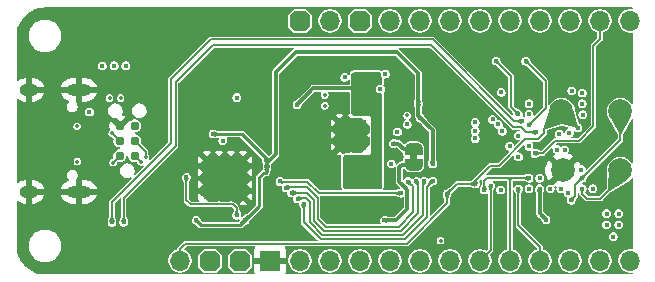
<source format=gbr>
%TF.GenerationSoftware,KiCad,Pcbnew,9.0.0-rc2-3baa6cd791~182~ubuntu24.04.1*%
%TF.CreationDate,2025-02-03T21:50:49-05:00*%
%TF.ProjectId,RoyalBlue54L-Feather,526f7961-6c42-46c7-9565-35344c2d4665,rev?*%
%TF.SameCoordinates,Original*%
%TF.FileFunction,Copper,L8,Bot*%
%TF.FilePolarity,Positive*%
%FSLAX46Y46*%
G04 Gerber Fmt 4.6, Leading zero omitted, Abs format (unit mm)*
G04 Created by KiCad (PCBNEW 9.0.0-rc2-3baa6cd791~182~ubuntu24.04.1) date 2025-02-03 21:50:49*
%MOMM*%
%LPD*%
G01*
G04 APERTURE LIST*
G04 Aperture macros list*
%AMOutline5P*
0 Free polygon, 5 corners , with rotation*
0 The origin of the aperture is its center*
0 number of corners: always 5*
0 $1 to $10 corner X, Y*
0 $11 Rotation angle, in degrees counterclockwise*
0 create outline with 5 corners*
4,1,5,$1,$2,$3,$4,$5,$6,$7,$8,$9,$10,$1,$2,$11*%
%AMOutline6P*
0 Free polygon, 6 corners , with rotation*
0 The origin of the aperture is its center*
0 number of corners: always 6*
0 $1 to $12 corner X, Y*
0 $13 Rotation angle, in degrees counterclockwise*
0 create outline with 6 corners*
4,1,6,$1,$2,$3,$4,$5,$6,$7,$8,$9,$10,$11,$12,$1,$2,$13*%
%AMOutline7P*
0 Free polygon, 7 corners , with rotation*
0 The origin of the aperture is its center*
0 number of corners: always 7*
0 $1 to $14 corner X, Y*
0 $15 Rotation angle, in degrees counterclockwise*
0 create outline with 7 corners*
4,1,7,$1,$2,$3,$4,$5,$6,$7,$8,$9,$10,$11,$12,$13,$14,$1,$2,$15*%
%AMOutline8P*
0 Free polygon, 8 corners , with rotation*
0 The origin of the aperture is its center*
0 number of corners: always 8*
0 $1 to $16 corner X, Y*
0 $17 Rotation angle, in degrees counterclockwise*
0 create outline with 8 corners*
4,1,8,$1,$2,$3,$4,$5,$6,$7,$8,$9,$10,$11,$12,$13,$14,$15,$16,$1,$2,$17*%
%AMFreePoly0*
4,1,23,0.500000,-0.750000,0.000000,-0.750000,0.000000,-0.745722,-0.065263,-0.745722,-0.191342,-0.711940,-0.304381,-0.646677,-0.396677,-0.554381,-0.461940,-0.441342,-0.495722,-0.315263,-0.495722,-0.250000,-0.500000,-0.250000,-0.500000,0.250000,-0.495722,0.250000,-0.495722,0.315263,-0.461940,0.441342,-0.396677,0.554381,-0.304381,0.646677,-0.191342,0.711940,-0.065263,0.745722,0.000000,0.745722,
0.000000,0.750000,0.500000,0.750000,0.500000,-0.750000,0.500000,-0.750000,$1*%
%AMFreePoly1*
4,1,23,0.000000,0.745722,0.065263,0.745722,0.191342,0.711940,0.304381,0.646677,0.396677,0.554381,0.461940,0.441342,0.495722,0.315263,0.495722,0.250000,0.500000,0.250000,0.500000,-0.250000,0.495722,-0.250000,0.495722,-0.315263,0.461940,-0.441342,0.396677,-0.554381,0.304381,-0.646677,0.191342,-0.711940,0.065263,-0.745722,0.000000,-0.745722,0.000000,-0.750000,-0.500000,-0.750000,
-0.500000,0.750000,0.000000,0.750000,0.000000,0.745722,0.000000,0.745722,$1*%
G04 Aperture macros list end*
%TA.AperFunction,EtchedComponent*%
%ADD10C,0.000000*%
%TD*%
%TA.AperFunction,HeatsinkPad*%
%ADD11C,0.500000*%
%TD*%
%TA.AperFunction,HeatsinkPad*%
%ADD12R,2.500000X2.500000*%
%TD*%
%TA.AperFunction,ComponentPad*%
%ADD13O,2.100000X1.000000*%
%TD*%
%TA.AperFunction,ComponentPad*%
%ADD14O,1.600000X1.000000*%
%TD*%
%TA.AperFunction,HeatsinkPad*%
%ADD15R,3.600000X3.600000*%
%TD*%
%TA.AperFunction,SMDPad,CuDef*%
%ADD16FreePoly0,90.000000*%
%TD*%
%TA.AperFunction,SMDPad,CuDef*%
%ADD17FreePoly1,90.000000*%
%TD*%
%TA.AperFunction,ComponentPad*%
%ADD18O,1.700000X1.700000*%
%TD*%
%TA.AperFunction,ComponentPad*%
%ADD19Outline8P,-0.850000X0.425000X-0.425000X0.850000X0.425000X0.850000X0.850000X0.425000X0.850000X-0.425000X0.425000X-0.850000X-0.425000X-0.850000X-0.850000X-0.425000X270.000000*%
%TD*%
%TA.AperFunction,ComponentPad*%
%ADD20R,1.700000X1.700000*%
%TD*%
%TA.AperFunction,SMDPad,CuDef*%
%ADD21C,2.000000*%
%TD*%
%TA.AperFunction,ConnectorPad*%
%ADD22C,0.787400*%
%TD*%
%TA.AperFunction,ViaPad*%
%ADD23C,0.450000*%
%TD*%
%TA.AperFunction,ViaPad*%
%ADD24C,0.350000*%
%TD*%
%TA.AperFunction,Conductor*%
%ADD25C,0.250000*%
%TD*%
%TA.AperFunction,Conductor*%
%ADD26C,0.300000*%
%TD*%
%TA.AperFunction,Conductor*%
%ADD27C,0.150000*%
%TD*%
G04 APERTURE END LIST*
D10*
%TA.AperFunction,EtchedComponent*%
%TO.C,JP1*%
G36*
X100100000Y-46050000D02*
G01*
X99500000Y-46050000D01*
X99500000Y-45550000D01*
X100100000Y-45550000D01*
X100100000Y-46050000D01*
G37*
%TD.AperFunction*%
%TD*%
D11*
%TO.P,U2,33,AVSS*%
%TO.N,GND*%
X93520000Y-44930000D03*
X94520000Y-44930000D03*
X95520000Y-44930000D03*
X93520000Y-43930000D03*
X94520000Y-43930000D03*
D12*
X94520000Y-43930000D03*
D11*
X95520000Y-43930000D03*
X93520000Y-42930000D03*
X94520000Y-42930000D03*
X95520000Y-42930000D03*
%TD*%
D13*
%TO.P,J3,S1,SHIELD*%
%TO.N,GND*%
X71430000Y-40130000D03*
D14*
X67250000Y-40130000D03*
D13*
X71430000Y-48770000D03*
D14*
X67250000Y-48770000D03*
%TD*%
D11*
%TO.P,U5,41,VSS*%
%TO.N,GND*%
X85370000Y-49150000D03*
X85370000Y-48116667D03*
X85370000Y-47083333D03*
X85370000Y-46050000D03*
X84336667Y-49150000D03*
X84336667Y-48116667D03*
X84336667Y-47083333D03*
X84336667Y-46050000D03*
D15*
X83820000Y-47600000D03*
D11*
X83303333Y-49150000D03*
X83303333Y-48116667D03*
X83303333Y-47083333D03*
X83303333Y-46050000D03*
X82270000Y-49150000D03*
X82270000Y-48116667D03*
X82270000Y-47083333D03*
X82270000Y-46050000D03*
%TD*%
D16*
%TO.P,JP1,1,A*%
%TO.N,Net-(JP1-A)*%
X99800000Y-46450000D03*
D17*
%TO.P,JP1,2,B*%
%TO.N,VDD*%
X99800000Y-45150000D03*
%TD*%
D18*
%TO.P,J1,1,Pin_1*%
%TO.N,/Debugger/SWD_TRG.~{RESET}*%
X80010000Y-54610000D03*
D19*
%TO.P,J1,2,Pin_2*%
%TO.N,VDD*%
X82550000Y-54610000D03*
%TO.P,J1,3,Pin_3*%
X85090000Y-54610000D03*
D20*
%TO.P,J1,4,Pin_4*%
%TO.N,GND*%
X87630000Y-54610000D03*
D18*
%TO.P,J1,5,Pin_5*%
%TO.N,/Connectors/ANALOG.A0*%
X90170000Y-54610000D03*
%TO.P,J1,6,Pin_6*%
%TO.N,/Connectors/ANALOG.A1*%
X92710000Y-54610000D03*
%TO.P,J1,7,Pin_7*%
%TO.N,/Connectors/ANALOG.A2*%
X95250000Y-54610000D03*
%TO.P,J1,8,Pin_8*%
%TO.N,/Connectors/ANALOG.A3*%
X97790000Y-54610000D03*
%TO.P,J1,9,Pin_9*%
%TO.N,/Connectors/ANALOG.A4*%
X100330000Y-54610000D03*
%TO.P,J1,10,Pin_10*%
%TO.N,/Connectors/ANALOG.A5*%
X102870000Y-54610000D03*
%TO.P,J1,11,Pin_11*%
%TO.N,/Connectors/SPI.SCK*%
X105410000Y-54610000D03*
%TO.P,J1,12,Pin_12*%
%TO.N,/Connectors/SPI.MOSI*%
X107950000Y-54610000D03*
%TO.P,J1,13,Pin_13*%
%TO.N,/Connectors/SPI.MISO*%
X110490000Y-54610000D03*
%TO.P,J1,14,Pin_14*%
%TO.N,/Connectors/UART.RX*%
X113030000Y-54610000D03*
%TO.P,J1,15,Pin_15*%
%TO.N,/Connectors/UART.TX*%
X115570000Y-54610000D03*
%TO.P,J1,16,Pin_16*%
%TO.N,/Connectors/SHPHLD*%
X118110000Y-54610000D03*
%TD*%
D21*
%TO.P,TP1,1,1*%
%TO.N,/Debugger/SWD_TRG.SWDIO*%
X117300000Y-41950000D03*
%TD*%
%TO.P,TP4,1,1*%
%TO.N,GND*%
X112450000Y-46950000D03*
%TD*%
D19*
%TO.P,J2,1,Pin_1*%
%TO.N,+BATT*%
X90170000Y-34290000D03*
D18*
%TO.P,J2,2,Pin_2*%
%TO.N,/Connectors/ENABLE*%
X92710000Y-34290000D03*
D19*
%TO.P,J2,3,Pin_3*%
%TO.N,VBUS*%
X95250000Y-34290000D03*
D18*
%TO.P,J2,4,Pin_4*%
%TO.N,/Connectors/DIG.D13*%
X97790000Y-34290000D03*
%TO.P,J2,5,Pin_5*%
%TO.N,/Connectors/DIG.D12*%
X100330000Y-34290000D03*
%TO.P,J2,6,Pin_6*%
%TO.N,/Connectors/DIG.D11*%
X102870000Y-34290000D03*
%TO.P,J2,7,Pin_7*%
%TO.N,/Connectors/DIG.D10*%
X105410000Y-34290000D03*
%TO.P,J2,8,Pin_8*%
%TO.N,/Connectors/DIG.D9*%
X107950000Y-34290000D03*
%TO.P,J2,9,Pin_9*%
%TO.N,/Connectors/DIG.D6*%
X110490000Y-34290000D03*
%TO.P,J2,10,Pin_10*%
%TO.N,/Connectors/DIG.D5*%
X113030000Y-34290000D03*
%TO.P,J2,11,Pin_11*%
%TO.N,/Connectors/I2C.SCL*%
X115570000Y-34290000D03*
%TO.P,J2,12,Pin_12*%
%TO.N,/Connectors/I2C.SDA*%
X118110000Y-34290000D03*
%TD*%
D21*
%TO.P,TP3,1,1*%
%TO.N,/Debugger/SWD_TRG.SWDCLK*%
X117300000Y-46950000D03*
%TD*%
D22*
%TO.P,J8,1,VCC*%
%TO.N,/Debugger/nRF52_VDD*%
X74915000Y-45712500D03*
%TO.P,J8,2,SWDIO*%
%TO.N,Net-(J8-SWDIO)*%
X76185000Y-45712500D03*
%TO.P,J8,3,~{RESET}*%
%TO.N,Net-(J8-~{RESET})*%
X74915000Y-44442500D03*
%TO.P,J8,4,SWCLK*%
%TO.N,Net-(J8-SWCLK)*%
X76185000Y-44442500D03*
%TO.P,J8,5,GND*%
%TO.N,GND*%
X74915000Y-43172500D03*
%TO.P,J8,6,SWO*%
%TO.N,unconnected-(J8-SWO-Pad6)*%
X76185000Y-43172500D03*
%TD*%
D21*
%TO.P,TP2,1,1*%
%TO.N,/Debugger/SWD_TRG.~{RESET}*%
X112300000Y-41950000D03*
%TD*%
D23*
%TO.N,GND*%
X105600000Y-44575000D03*
X111045000Y-49230000D03*
X86490000Y-51160000D03*
X101130000Y-41280000D03*
X69000000Y-44000000D03*
X87380000Y-50480000D03*
X98140000Y-41250000D03*
X67000000Y-44000000D03*
X115860000Y-43100000D03*
X69000000Y-48000000D03*
X82820000Y-40778000D03*
X107200000Y-39380000D03*
X102890000Y-46435000D03*
X72345000Y-47700000D03*
X94000000Y-50400000D03*
D24*
X103310000Y-41240000D03*
X110500000Y-44880000D03*
D23*
X76430000Y-38103000D03*
X115860000Y-41300000D03*
X102140000Y-44390000D03*
X108660000Y-40400000D03*
X76000000Y-36000000D03*
X67000000Y-42000000D03*
X105819468Y-45475000D03*
X83000000Y-38000000D03*
D24*
X90240000Y-38150000D03*
D23*
X74000000Y-36000000D03*
X79180000Y-48970000D03*
X110460000Y-41300000D03*
X94000000Y-49600000D03*
X91820000Y-37515000D03*
X76870000Y-48290000D03*
X112890000Y-46980000D03*
X69000000Y-50000000D03*
X87380000Y-47710000D03*
D24*
X88890000Y-47060000D03*
D23*
X69000000Y-42000000D03*
X95520000Y-37515000D03*
X78080000Y-50370000D03*
X69000000Y-46000000D03*
X110320000Y-46700000D03*
X76000000Y-34000000D03*
D24*
X90000000Y-51500000D03*
D23*
X74000000Y-34000000D03*
X97300000Y-49600000D03*
X98535000Y-40060000D03*
X92005000Y-48140000D03*
X87380000Y-44930000D03*
X93950000Y-37515000D03*
D24*
X102070000Y-38140000D03*
X117880000Y-45080000D03*
D23*
X67000000Y-46000000D03*
X105000000Y-41930000D03*
X86820000Y-44040000D03*
X72000000Y-52000000D03*
X97670000Y-48130000D03*
X107150000Y-49570000D03*
X78760000Y-47210000D03*
D24*
X109500000Y-51100000D03*
D23*
X101390000Y-42345000D03*
X72345000Y-41200000D03*
X114900000Y-51120000D03*
X115860000Y-44900000D03*
X115860000Y-40400000D03*
D24*
X80200000Y-45200000D03*
D23*
X117160000Y-36800000D03*
X79240000Y-46250000D03*
X102890000Y-42345000D03*
D24*
X102600000Y-50800000D03*
D23*
X109290000Y-49120000D03*
X108660000Y-41300000D03*
X98080000Y-45640000D03*
X80420000Y-51180000D03*
X115860000Y-44000000D03*
X72000000Y-50000000D03*
D24*
X74400000Y-44950000D03*
D23*
X116530000Y-37350000D03*
X83000000Y-35000000D03*
D24*
X74750000Y-53990000D03*
X89500000Y-52100000D03*
D23*
X104790000Y-51070000D03*
X97395000Y-37825000D03*
X78150000Y-51530000D03*
X81850000Y-43870000D03*
X100650000Y-37825000D03*
%TO.N,/Debugger/USB.VBUS*%
X72345000Y-42000000D03*
X93950000Y-39065000D03*
%TO.N,/Debugger/nRF52_VDD*%
X100350000Y-42510000D03*
X85530000Y-51160000D03*
X81380000Y-51180000D03*
D24*
X74350000Y-46280000D03*
D23*
X87380000Y-46750000D03*
X100170000Y-41280000D03*
X82810000Y-43870000D03*
X101400000Y-46410000D03*
%TO.N,/Connectors/ANALOG.A3*%
X108660000Y-45800000D03*
%TO.N,/Connectors/SPI.SCK*%
X106304035Y-48239445D03*
%TO.N,/Connectors/ANALOG.A1*%
X109560000Y-44900000D03*
%TO.N,/Connectors/SPI.MISO*%
X106960000Y-43060000D03*
X108660000Y-48500000D03*
%TO.N,/Connectors/UART.RX*%
X114060000Y-40400000D03*
X105015565Y-43594999D03*
%TO.N,/Connectors/ANALOG.A2*%
X107930000Y-44900000D03*
D24*
%TO.N,/Connectors/SHPHLD*%
X99240000Y-42300000D03*
X102070000Y-52890000D03*
D23*
%TO.N,/Connectors/ANALOG.A4*%
X112120000Y-43860000D03*
X113170000Y-40210000D03*
%TO.N,/Connectors/SPI.MOSI*%
X105770000Y-48610000D03*
X109560000Y-47600000D03*
%TO.N,+BATT*%
X84820000Y-40778000D03*
X96985000Y-40060000D03*
%TO.N,/Connectors/ANALOG.A5*%
X112970000Y-43780000D03*
%TO.N,/Connectors/ANALOG.A0*%
X108660000Y-44000000D03*
%TO.N,/Connectors/UART.TX*%
X104996662Y-44244726D03*
X114120000Y-42230000D03*
%TO.N,/Connectors/ENABLE*%
X97902892Y-46380000D03*
%TO.N,/Connectors/DIG.D11*%
X114000000Y-46880000D03*
%TO.N,/Connectors/DIG.D9*%
X112260000Y-48500000D03*
%TO.N,/Connectors/I2C.SDA*%
X114060000Y-41300000D03*
X74430000Y-38103000D03*
%TO.N,/Connectors/I2C.SCL*%
X73430000Y-38103000D03*
X110066446Y-45506446D03*
%TO.N,/Connectors/DIG.D12*%
X112578446Y-45200524D03*
%TO.N,/Connectors/DIG.D6*%
X112860000Y-48840000D03*
%TO.N,/Connectors/DIG.D13*%
X111928554Y-45188554D03*
%TO.N,VDD*%
X107150000Y-48610000D03*
X117150000Y-50600000D03*
X107200000Y-40340000D03*
X98080000Y-44680000D03*
X75430000Y-38103000D03*
X105000000Y-42890000D03*
D24*
X74043416Y-40825058D03*
D23*
X117150000Y-51540000D03*
X109560000Y-42200000D03*
D24*
X74983416Y-40825058D03*
D23*
X97395000Y-38785000D03*
X109560000Y-41300000D03*
%TO.N,/Connectors/DIG.D10*%
X111360000Y-48500000D03*
D24*
%TO.N,/Debugger/USB.CC2*%
X92270000Y-41480000D03*
X71325000Y-46200000D03*
%TO.N,/Debugger/USB.CC1*%
X92270000Y-40560000D03*
X71300000Y-43200000D03*
D23*
%TO.N,/nPM1300/VSYS*%
X89920000Y-41370000D03*
X94300000Y-48140000D03*
X95105000Y-40035000D03*
%TO.N,/nPM1300/NPM1300.SCL*%
X116130000Y-51540000D03*
X99241405Y-43043512D03*
%TO.N,Net-(U1-P1.01{slash}XL2)*%
X108660000Y-42200000D03*
X106780000Y-37700000D03*
%TO.N,/nPM1300/NPM1300.SDA*%
X116130000Y-50600000D03*
X98420000Y-43680000D03*
%TO.N,Net-(U1-P1.00{slash}XL1)*%
X109280000Y-37700000D03*
X109560000Y-43100000D03*
%TO.N,/Debugger/SWD_TRG.~{RESET}*%
X105012847Y-48102847D03*
X113694293Y-43344293D03*
X102629293Y-48929293D03*
%TO.N,Net-(D1-A)*%
X110470000Y-48490000D03*
X111002500Y-51120000D03*
%TO.N,Net-(U5-DEC4)*%
X84820000Y-50750000D03*
X80549447Y-47529970D03*
D24*
%TO.N,Net-(J8-SWDIO)*%
X76710000Y-46230000D03*
D23*
%TO.N,/Debugger/SWD_TRG.SWDIO*%
X113130000Y-49480000D03*
X114060000Y-47600000D03*
%TO.N,Net-(J8-~{RESET})*%
X83620000Y-44420000D03*
D24*
X74260000Y-43810000D03*
%TO.N,Net-(J8-SWCLK)*%
X77100000Y-45820000D03*
D23*
%TO.N,/nPM1300/NPM1300.INT*%
X116690000Y-52550000D03*
X114960000Y-48500000D03*
%TO.N,/nRF54L15/~{CS}_FLASH*%
X109560000Y-48500000D03*
X107300000Y-43620000D03*
%TO.N,Net-(JP1-A)*%
X97310000Y-51175000D03*
%TO.N,Net-(J6-Pin_4)*%
X110160000Y-43730000D03*
X75250000Y-51325000D03*
%TO.N,Net-(J6-Pin_2)*%
X108970553Y-42771016D03*
X74250000Y-51325000D03*
%TO.N,/nRF54L15/D2_FLASH*%
X110460000Y-47600000D03*
X106470046Y-42632861D03*
%TO.N,/Debugger/TRG_SWDCLK_NRF52*%
X90480000Y-49790347D03*
X101400000Y-47850000D03*
%TO.N,/Debugger/UART_TX_NRF52*%
X88980000Y-48420000D03*
X99329916Y-47890654D03*
%TO.N,/Debugger/TRG_SWDIO_NRF52*%
X89980000Y-49370000D03*
X100680000Y-47860000D03*
%TO.N,/Debugger/UART_RX_NRF52*%
X98680000Y-48870000D03*
X88480000Y-47880000D03*
%TO.N,/Debugger/TRG_~{RESET}_NRF52*%
X100013185Y-47866815D03*
X89480000Y-48860000D03*
%TO.N,/Debugger/SWD_TRG.SWDCLK*%
X114060000Y-48500000D03*
%TD*%
D25*
%TO.N,/Debugger/nRF52_VDD*%
X87245000Y-45865000D02*
X87245000Y-46165000D01*
X87310000Y-45930000D02*
X87170000Y-45790000D01*
D26*
X88130000Y-38600000D02*
X89810000Y-36920000D01*
X100170000Y-42330000D02*
X100350000Y-42510000D01*
X100170000Y-38700000D02*
X100170000Y-41280000D01*
X88130000Y-45550000D02*
X88130000Y-38600000D01*
D25*
X87380000Y-46000000D02*
X87380000Y-46300000D01*
X87380000Y-46750000D02*
X87380000Y-47070000D01*
X85250000Y-43870000D02*
X82810000Y-43870000D01*
X87380000Y-46000000D02*
X87310000Y-45930000D01*
X87380000Y-46750000D02*
X87380000Y-46000000D01*
D26*
X98390000Y-36920000D02*
X100170000Y-38700000D01*
D25*
X87170000Y-45790000D02*
X85250000Y-43870000D01*
D26*
X101400000Y-43560000D02*
X100350000Y-42510000D01*
D25*
X87290000Y-47160000D02*
X87100000Y-47160000D01*
X86720000Y-49970000D02*
X85530000Y-51160000D01*
D26*
X87625000Y-46055000D02*
X87435000Y-46055000D01*
X100170000Y-41280000D02*
X100170000Y-42330000D01*
D25*
X81380000Y-51180000D02*
X81780000Y-51580000D01*
D27*
X74915000Y-45715000D02*
X74350000Y-46280000D01*
D25*
X85110000Y-51580000D02*
X85530000Y-51160000D01*
D26*
X101400000Y-46410000D02*
X101400000Y-43560000D01*
X87625000Y-46055000D02*
X88130000Y-45550000D01*
D25*
X86720000Y-47540000D02*
X86720000Y-49970000D01*
X87100000Y-47160000D02*
X86720000Y-47540000D01*
X87245000Y-46165000D02*
X87380000Y-46300000D01*
X87380000Y-47070000D02*
X87290000Y-47160000D01*
D27*
X74915000Y-45712500D02*
X74915000Y-45715000D01*
D26*
X89810000Y-36920000D02*
X98390000Y-36920000D01*
D25*
X87170000Y-45790000D02*
X87245000Y-45865000D01*
D26*
X87380000Y-46750000D02*
X87380000Y-46300000D01*
X87380000Y-46300000D02*
X87625000Y-46055000D01*
D25*
X81780000Y-51580000D02*
X85110000Y-51580000D01*
D27*
%TO.N,/Connectors/SPI.SCK*%
X105410000Y-54610000D02*
X106304035Y-53715965D01*
X106304035Y-53715965D02*
X106304035Y-48239445D01*
%TO.N,/Connectors/SPI.MISO*%
X110490000Y-54610000D02*
X110490000Y-53430000D01*
X108660000Y-51600000D02*
X108660000Y-48500000D01*
X110490000Y-53430000D02*
X108660000Y-51600000D01*
%TO.N,/Connectors/SPI.MOSI*%
X107950000Y-47600000D02*
X108080000Y-47600000D01*
X107950000Y-47730000D02*
X107950000Y-47600000D01*
X108080000Y-47600000D02*
X109560000Y-47600000D01*
X105990000Y-47600000D02*
X107820000Y-47600000D01*
X105770000Y-48610000D02*
X105770000Y-47820000D01*
X107950000Y-47730000D02*
X107820000Y-47600000D01*
X107950000Y-47730000D02*
X108080000Y-47600000D01*
X107820000Y-47600000D02*
X107950000Y-47600000D01*
X105770000Y-47820000D02*
X105990000Y-47600000D01*
X107950000Y-54610000D02*
X107950000Y-47730000D01*
%TO.N,/Connectors/I2C.SCL*%
X110066446Y-45506446D02*
X110713554Y-45506446D01*
X115010000Y-36390000D02*
X115570000Y-35830000D01*
X113770000Y-44430000D02*
X115010000Y-43190000D01*
X115010000Y-43190000D02*
X115010000Y-36390000D01*
X115570000Y-35830000D02*
X115570000Y-34290000D01*
X110713554Y-45506446D02*
X111790000Y-44430000D01*
X111790000Y-44430000D02*
X113770000Y-44430000D01*
D26*
%TO.N,VDD*%
X99800000Y-45150000D02*
X98950000Y-45150000D01*
X98950000Y-45150000D02*
X98480000Y-44680000D01*
X98480000Y-44680000D02*
X98080000Y-44680000D01*
%TO.N,/nPM1300/VSYS*%
X89920000Y-41370000D02*
X91280000Y-40010000D01*
X95080000Y-40010000D02*
X95105000Y-40035000D01*
X91280000Y-40010000D02*
X95080000Y-40010000D01*
D27*
%TO.N,Net-(U1-P1.01{slash}XL2)*%
X108030000Y-41570000D02*
X108660000Y-42200000D01*
X106780000Y-37700000D02*
X108030000Y-38950000D01*
X108030000Y-38950000D02*
X108030000Y-41570000D01*
%TO.N,Net-(U1-P1.00{slash}XL1)*%
X110960000Y-41700000D02*
X109560000Y-43100000D01*
X109280000Y-37700000D02*
X110960000Y-39380000D01*
X110960000Y-39380000D02*
X110960000Y-41700000D01*
%TO.N,/Debugger/SWD_TRG.~{RESET}*%
X103455739Y-48102847D02*
X102629293Y-48929293D01*
X105012847Y-47829293D02*
X105012847Y-48102847D01*
X104739293Y-48102847D02*
X103455739Y-48102847D01*
X80010000Y-53590000D02*
X80450000Y-53150000D01*
X105012847Y-47829293D02*
X104739293Y-48102847D01*
X110839293Y-43409293D02*
X110839293Y-43799293D01*
X112299293Y-41949293D02*
X110839293Y-43409293D01*
X80010000Y-54610000D02*
X80010000Y-53590000D01*
X102629293Y-49729293D02*
X102629293Y-48929293D01*
X106292847Y-46549293D02*
X105012847Y-47829293D01*
X113694293Y-43344293D02*
X112299293Y-41949293D01*
X105012847Y-48102847D02*
X104739293Y-48102847D01*
X107009293Y-46549293D02*
X106292847Y-46549293D01*
X109249293Y-44309293D02*
X107009293Y-46549293D01*
X110839293Y-43799293D02*
X110329293Y-44309293D01*
X99208586Y-53150000D02*
X102629293Y-49729293D01*
X110329293Y-44309293D02*
X109249293Y-44309293D01*
X80450000Y-53150000D02*
X99208586Y-53150000D01*
D26*
%TO.N,Net-(D1-A)*%
X110470000Y-50587500D02*
X110470000Y-48490000D01*
X111002500Y-51120000D02*
X110470000Y-50587500D01*
D27*
%TO.N,Net-(U5-DEC4)*%
X84820000Y-50750000D02*
X84820000Y-50170000D01*
X84470000Y-49820000D02*
X80900000Y-49820000D01*
X80549447Y-49469447D02*
X80549447Y-47529970D01*
X80900000Y-49820000D02*
X80549447Y-49469447D01*
X84820000Y-50170000D02*
X84470000Y-49820000D01*
%TO.N,Net-(J8-SWDIO)*%
X76192500Y-45712500D02*
X76710000Y-46230000D01*
X76185000Y-45712500D02*
X76192500Y-45712500D01*
%TO.N,/Debugger/SWD_TRG.SWDIO*%
X113470000Y-48190000D02*
X114060000Y-47600000D01*
X117300000Y-44360000D02*
X117300000Y-41950000D01*
X113470000Y-49140000D02*
X113470000Y-48190000D01*
X113130000Y-49480000D02*
X113470000Y-49140000D01*
X114060000Y-47600000D02*
X117300000Y-44360000D01*
%TO.N,Net-(J8-~{RESET})*%
X74915000Y-44442500D02*
X74892500Y-44442500D01*
X74892500Y-44442500D02*
X74260000Y-43810000D01*
%TO.N,Net-(J8-SWCLK)*%
X77100000Y-45355000D02*
X76187500Y-44442500D01*
X76187500Y-44442500D02*
X76185000Y-44442500D01*
X77100000Y-45820000D02*
X77100000Y-45355000D01*
D26*
%TO.N,Net-(JP1-A)*%
X98265000Y-51175000D02*
X97310000Y-51175000D01*
X98590000Y-46660000D02*
X98590000Y-47940000D01*
X99800000Y-46450000D02*
X98800000Y-46450000D01*
X98590000Y-47940000D02*
X99110000Y-48460000D01*
X98800000Y-46450000D02*
X98590000Y-46660000D01*
X99260000Y-48610000D02*
X99260000Y-50180000D01*
X99260000Y-50180000D02*
X98265000Y-51175000D01*
X99110000Y-48460000D02*
X98995000Y-48345000D01*
X98995000Y-48345000D02*
X99260000Y-48610000D01*
D27*
%TO.N,Net-(J6-Pin_4)*%
X101280000Y-36340000D02*
X108211016Y-43271016D01*
X75250000Y-51325000D02*
X75250000Y-49260000D01*
X79650000Y-44860000D02*
X79650000Y-39470000D01*
X75250000Y-49260000D02*
X79650000Y-44860000D01*
X79650000Y-39470000D02*
X82780000Y-36340000D01*
X108841016Y-43271016D02*
X109300000Y-43730000D01*
X108211016Y-43271016D02*
X108841016Y-43271016D01*
X109300000Y-43730000D02*
X110160000Y-43730000D01*
X82780000Y-36340000D02*
X101280000Y-36340000D01*
%TO.N,Net-(J6-Pin_2)*%
X79225000Y-39235000D02*
X82610000Y-35850000D01*
X74250000Y-49620000D02*
X79225000Y-44645000D01*
X79225000Y-44645000D02*
X79225000Y-39235000D01*
X101410000Y-35850000D02*
X108331016Y-42771016D01*
X74250000Y-51325000D02*
X74250000Y-49620000D01*
X82610000Y-35850000D02*
X101410000Y-35850000D01*
X108331016Y-42771016D02*
X108970553Y-42771016D01*
%TO.N,/Debugger/TRG_SWDCLK_NRF52*%
X101400000Y-47850000D02*
X100910000Y-48340000D01*
X99060000Y-52770000D02*
X91920000Y-52770000D01*
X91920000Y-52770000D02*
X90480000Y-51330000D01*
X90480000Y-51330000D02*
X90480000Y-49790347D01*
X100910000Y-50920000D02*
X99060000Y-52770000D01*
X100910000Y-48340000D02*
X100910000Y-50920000D01*
%TO.N,/Debugger/UART_TX_NRF52*%
X91680000Y-49293290D02*
X90746710Y-48360000D01*
X89040000Y-48360000D02*
X88980000Y-48420000D01*
X99329916Y-47890654D02*
X99750000Y-48310738D01*
X91680000Y-51045078D02*
X91680000Y-49293290D01*
X99750000Y-50480000D02*
X98520000Y-51710000D01*
X90746710Y-48360000D02*
X89040000Y-48360000D01*
X98520000Y-51710000D02*
X92344922Y-51710000D01*
X92344922Y-51710000D02*
X91680000Y-51045078D01*
X99750000Y-48310738D02*
X99750000Y-50480000D01*
%TO.N,/Debugger/TRG_SWDIO_NRF52*%
X90980000Y-51335026D02*
X90980000Y-49583240D01*
X92054974Y-52410000D02*
X90980000Y-51335026D01*
X100550000Y-47990000D02*
X100550000Y-50740000D01*
X90980000Y-49583240D02*
X90687107Y-49290347D01*
X98880000Y-52410000D02*
X92054974Y-52410000D01*
X90059653Y-49290347D02*
X89980000Y-49370000D01*
X90687107Y-49290347D02*
X90059653Y-49290347D01*
X100680000Y-47860000D02*
X100550000Y-47990000D01*
X100550000Y-50740000D02*
X98880000Y-52410000D01*
%TO.N,/Debugger/UART_RX_NRF52*%
X88772893Y-47920000D02*
X88646447Y-48046447D01*
X98680000Y-48870000D02*
X91751684Y-48870000D01*
X90801684Y-47920000D02*
X88772893Y-47920000D01*
X88646447Y-48046447D02*
X88480000Y-47880000D01*
X91751684Y-48870000D02*
X90801684Y-47920000D01*
%TO.N,/Debugger/TRG_~{RESET}_NRF52*%
X91330000Y-49438265D02*
X90751735Y-48860000D01*
X100013185Y-47866815D02*
X100200000Y-48053630D01*
X90751735Y-48860000D02*
X89480000Y-48860000D01*
X91330000Y-51190052D02*
X91330000Y-49438265D01*
X100200000Y-50570000D02*
X98710000Y-52060000D01*
X98710000Y-52060000D02*
X92199948Y-52060000D01*
X92199948Y-52060000D02*
X91330000Y-51190052D01*
X100200000Y-48053630D02*
X100200000Y-50570000D01*
%TO.N,/Debugger/SWD_TRG.SWDCLK*%
X114060000Y-48910000D02*
X114490000Y-49340000D01*
X115600000Y-49340000D02*
X117300000Y-47640000D01*
X114490000Y-49340000D02*
X115600000Y-49340000D01*
X114060000Y-48500000D02*
X114060000Y-48910000D01*
X117300000Y-47640000D02*
X117300000Y-46950000D01*
%TD*%
%TA.AperFunction,Conductor*%
%TO.N,GND*%
G36*
X118341694Y-33165806D02*
G01*
X118360000Y-33210000D01*
X118360000Y-33243470D01*
X118341694Y-33287664D01*
X118297500Y-33305970D01*
X118285307Y-33304769D01*
X118208541Y-33289500D01*
X118011459Y-33289500D01*
X117818166Y-33327948D01*
X117636084Y-33403369D01*
X117472218Y-33512860D01*
X117332860Y-33652218D01*
X117232339Y-33802660D01*
X117223368Y-33816086D01*
X117206282Y-33857334D01*
X117147948Y-33998166D01*
X117109500Y-34191458D01*
X117109500Y-34388541D01*
X117147948Y-34581833D01*
X117147949Y-34581835D01*
X117223368Y-34763914D01*
X117332861Y-34927782D01*
X117472218Y-35067139D01*
X117636086Y-35176632D01*
X117818165Y-35252051D01*
X118011459Y-35290500D01*
X118208540Y-35290500D01*
X118208541Y-35290500D01*
X118285309Y-35275229D01*
X118332222Y-35284561D01*
X118358799Y-35324334D01*
X118360000Y-35336528D01*
X118360000Y-41259261D01*
X118341694Y-41303455D01*
X118297500Y-41321761D01*
X118253306Y-41303455D01*
X118246940Y-41296003D01*
X118177553Y-41200499D01*
X118177548Y-41200494D01*
X118177546Y-41200491D01*
X118049508Y-41072453D01*
X118049504Y-41072450D01*
X118049501Y-41072447D01*
X117902994Y-40966004D01*
X117871757Y-40950088D01*
X117741640Y-40883789D01*
X117741633Y-40883787D01*
X117569416Y-40827831D01*
X117569413Y-40827830D01*
X117569409Y-40827829D01*
X117569403Y-40827828D01*
X117390559Y-40799501D01*
X117390547Y-40799500D01*
X117390546Y-40799500D01*
X117209454Y-40799500D01*
X117209452Y-40799500D01*
X117209440Y-40799501D01*
X117030596Y-40827828D01*
X117030593Y-40827828D01*
X117030591Y-40827829D01*
X117030589Y-40827829D01*
X117030583Y-40827831D01*
X116858366Y-40883787D01*
X116858359Y-40883789D01*
X116697005Y-40966004D01*
X116582719Y-41049038D01*
X116554644Y-41069436D01*
X116550491Y-41072453D01*
X116422453Y-41200491D01*
X116422447Y-41200498D01*
X116422447Y-41200499D01*
X116408617Y-41219535D01*
X116316004Y-41347005D01*
X116233789Y-41508359D01*
X116233787Y-41508366D01*
X116177831Y-41680583D01*
X116177828Y-41680596D01*
X116149501Y-41859440D01*
X116149500Y-41859456D01*
X116149500Y-42040543D01*
X116149501Y-42040559D01*
X116177828Y-42219403D01*
X116177831Y-42219416D01*
X116233787Y-42391633D01*
X116233789Y-42391640D01*
X116253413Y-42430153D01*
X116314433Y-42549911D01*
X116316006Y-42552997D01*
X116326251Y-42567098D01*
X116335548Y-42585865D01*
X116336128Y-42587797D01*
X116336130Y-42587802D01*
X117062072Y-43955500D01*
X117067206Y-43965172D01*
X117074500Y-43994474D01*
X117074500Y-44240706D01*
X117056194Y-44284900D01*
X114480581Y-46860512D01*
X114436387Y-46878818D01*
X114392193Y-46860512D01*
X114376017Y-46832494D01*
X114349911Y-46735065D01*
X114349910Y-46735062D01*
X114341642Y-46720742D01*
X114300475Y-46649438D01*
X114300473Y-46649436D01*
X114300470Y-46649432D01*
X114230567Y-46579529D01*
X114230563Y-46579526D01*
X114230562Y-46579525D01*
X114162905Y-46540463D01*
X114144937Y-46530089D01*
X114144933Y-46530088D01*
X114049441Y-46504501D01*
X114049436Y-46504500D01*
X114049435Y-46504500D01*
X113950565Y-46504500D01*
X113950564Y-46504500D01*
X113950558Y-46504501D01*
X113945183Y-46505941D01*
X113897757Y-46499695D01*
X113869569Y-46464884D01*
X113840104Y-46374201D01*
X113840100Y-46374193D01*
X113732915Y-46163831D01*
X113672658Y-46080894D01*
X112626777Y-47126777D01*
X111601311Y-48152241D01*
X111557117Y-48170547D01*
X111525867Y-48162173D01*
X111504943Y-48150092D01*
X111504933Y-48150088D01*
X111409441Y-48124501D01*
X111409436Y-48124500D01*
X111409435Y-48124500D01*
X111310565Y-48124500D01*
X111310564Y-48124500D01*
X111310558Y-48124501D01*
X111215066Y-48150088D01*
X111215062Y-48150089D01*
X111129436Y-48199526D01*
X111129432Y-48199529D01*
X111059529Y-48269432D01*
X111059526Y-48269436D01*
X111010089Y-48355062D01*
X111010088Y-48355066D01*
X110984501Y-48450558D01*
X110984500Y-48450566D01*
X110984500Y-48549433D01*
X110984501Y-48549441D01*
X111010088Y-48644933D01*
X111010089Y-48644937D01*
X111018460Y-48659435D01*
X111053701Y-48720475D01*
X111059526Y-48730563D01*
X111059529Y-48730567D01*
X111129432Y-48800470D01*
X111129436Y-48800473D01*
X111129438Y-48800475D01*
X111215062Y-48849910D01*
X111310565Y-48875500D01*
X111310566Y-48875500D01*
X111409434Y-48875500D01*
X111409435Y-48875500D01*
X111504938Y-48849910D01*
X111590562Y-48800475D01*
X111660475Y-48730562D01*
X111709910Y-48644938D01*
X111735500Y-48549435D01*
X111735500Y-48450565D01*
X111732854Y-48440691D01*
X111721657Y-48398904D01*
X111715624Y-48376387D01*
X111718547Y-48354175D01*
X111720306Y-48331837D01*
X111721638Y-48330699D01*
X111721867Y-48328962D01*
X111739639Y-48315323D01*
X111756680Y-48300770D01*
X111758427Y-48300907D01*
X111759817Y-48299841D01*
X111804368Y-48304523D01*
X111864209Y-48335013D01*
X111895276Y-48371387D01*
X111896206Y-48406877D01*
X111884500Y-48450565D01*
X111884500Y-48549433D01*
X111884501Y-48549441D01*
X111910088Y-48644933D01*
X111910089Y-48644937D01*
X111918460Y-48659435D01*
X111953701Y-48720475D01*
X111959526Y-48730563D01*
X111959529Y-48730567D01*
X112029432Y-48800470D01*
X112029436Y-48800473D01*
X112029438Y-48800475D01*
X112115062Y-48849910D01*
X112210565Y-48875500D01*
X112210566Y-48875500D01*
X112309434Y-48875500D01*
X112309435Y-48875500D01*
X112367738Y-48859877D01*
X112408895Y-48848850D01*
X112409727Y-48851955D01*
X112447038Y-48850689D01*
X112481991Y-48883347D01*
X112485463Y-48893033D01*
X112510089Y-48984935D01*
X112510089Y-48984937D01*
X112526860Y-49013985D01*
X112558848Y-49069390D01*
X112559526Y-49070563D01*
X112559529Y-49070567D01*
X112629432Y-49140470D01*
X112629436Y-49140473D01*
X112629438Y-49140475D01*
X112715062Y-49189910D01*
X112715065Y-49189911D01*
X112765277Y-49203365D01*
X112803227Y-49232485D01*
X112809471Y-49279911D01*
X112803228Y-49294984D01*
X112780091Y-49335058D01*
X112780088Y-49335066D01*
X112754501Y-49430558D01*
X112754500Y-49430566D01*
X112754500Y-49529433D01*
X112754501Y-49529441D01*
X112780088Y-49624933D01*
X112780089Y-49624937D01*
X112800689Y-49660617D01*
X112829524Y-49710561D01*
X112829526Y-49710563D01*
X112829529Y-49710567D01*
X112899432Y-49780470D01*
X112899436Y-49780473D01*
X112899438Y-49780475D01*
X112985062Y-49829910D01*
X113080565Y-49855500D01*
X113080566Y-49855500D01*
X113179434Y-49855500D01*
X113179435Y-49855500D01*
X113274938Y-49829910D01*
X113360562Y-49780475D01*
X113430475Y-49710562D01*
X113448737Y-49678930D01*
X113463677Y-49658610D01*
X113477374Y-49629328D01*
X113479910Y-49624938D01*
X113479911Y-49624933D01*
X113481480Y-49621147D01*
X113481562Y-49621181D01*
X113482888Y-49617540D01*
X113629010Y-49305186D01*
X113631903Y-49299725D01*
X113635898Y-49293006D01*
X113661170Y-49267736D01*
X113682954Y-49215145D01*
X113695501Y-49184854D01*
X113695501Y-49095145D01*
X113695501Y-49090107D01*
X113695500Y-49090100D01*
X113695500Y-48905790D01*
X113713806Y-48861596D01*
X113758000Y-48843290D01*
X113802194Y-48861596D01*
X113815238Y-48880691D01*
X113827844Y-48909441D01*
X113829238Y-48912619D01*
X113834499Y-48937717D01*
X113834499Y-48954855D01*
X113852280Y-48997781D01*
X113865080Y-49028683D01*
X113868829Y-49037734D01*
X113868831Y-49037737D01*
X113941054Y-49109960D01*
X113941056Y-49109961D01*
X114295261Y-49464166D01*
X114295274Y-49464181D01*
X114334648Y-49503554D01*
X114362264Y-49531170D01*
X114362265Y-49531170D01*
X114362266Y-49531171D01*
X114379679Y-49538384D01*
X114379682Y-49538384D01*
X114379683Y-49538385D01*
X114445146Y-49565501D01*
X114542128Y-49565501D01*
X114542136Y-49565500D01*
X115547864Y-49565500D01*
X115547872Y-49565501D01*
X115555145Y-49565501D01*
X115644855Y-49565501D01*
X115710317Y-49538385D01*
X115727736Y-49531170D01*
X115791170Y-49467736D01*
X115791170Y-49467735D01*
X115799958Y-49458947D01*
X115799960Y-49458944D01*
X116456455Y-48802448D01*
X116468543Y-48793020D01*
X116470864Y-48791630D01*
X116470868Y-48791629D01*
X117924899Y-47921200D01*
X117927983Y-47919304D01*
X117928465Y-47919000D01*
X117939484Y-47908276D01*
X117946329Y-47902509D01*
X118049501Y-47827553D01*
X118177553Y-47699501D01*
X118246937Y-47604001D01*
X118287723Y-47579008D01*
X118334236Y-47590174D01*
X118359230Y-47630961D01*
X118360000Y-47640738D01*
X118360000Y-53563470D01*
X118341694Y-53607664D01*
X118297500Y-53625970D01*
X118285307Y-53624769D01*
X118208541Y-53609500D01*
X118011459Y-53609500D01*
X117818166Y-53647948D01*
X117677334Y-53706282D01*
X117636089Y-53723367D01*
X117636084Y-53723369D01*
X117472218Y-53832860D01*
X117332860Y-53972218D01*
X117223370Y-54136083D01*
X117223368Y-54136086D01*
X117220059Y-54144075D01*
X117147948Y-54318166D01*
X117109500Y-54511458D01*
X117109500Y-54708541D01*
X117147948Y-54901833D01*
X117147949Y-54901835D01*
X117223368Y-55083914D01*
X117332861Y-55247782D01*
X117472218Y-55387139D01*
X117636086Y-55496632D01*
X117818165Y-55572051D01*
X118011459Y-55610500D01*
X118208540Y-55610500D01*
X118208541Y-55610500D01*
X118285309Y-55595229D01*
X118332222Y-55604561D01*
X118358799Y-55644334D01*
X118360000Y-55656528D01*
X118360000Y-55690000D01*
X118341694Y-55734194D01*
X118297500Y-55752500D01*
X88994568Y-55752500D01*
X88950374Y-55734194D01*
X88932068Y-55690000D01*
X88936009Y-55668159D01*
X88973597Y-55567379D01*
X88979999Y-55507835D01*
X88980000Y-55507822D01*
X88980000Y-54860000D01*
X88063012Y-54860000D01*
X88095925Y-54802993D01*
X88130000Y-54675826D01*
X88130000Y-54544174D01*
X88121234Y-54511458D01*
X89169500Y-54511458D01*
X89169500Y-54708541D01*
X89207948Y-54901833D01*
X89207949Y-54901835D01*
X89283368Y-55083914D01*
X89392861Y-55247782D01*
X89532218Y-55387139D01*
X89696086Y-55496632D01*
X89878165Y-55572051D01*
X90071459Y-55610500D01*
X90268541Y-55610500D01*
X90461835Y-55572051D01*
X90643914Y-55496632D01*
X90807782Y-55387139D01*
X90947139Y-55247782D01*
X91056632Y-55083914D01*
X91132051Y-54901835D01*
X91170500Y-54708541D01*
X91170500Y-54511459D01*
X91170500Y-54511458D01*
X91709500Y-54511458D01*
X91709500Y-54708541D01*
X91747948Y-54901833D01*
X91747949Y-54901835D01*
X91823368Y-55083914D01*
X91932861Y-55247782D01*
X92072218Y-55387139D01*
X92236086Y-55496632D01*
X92418165Y-55572051D01*
X92611459Y-55610500D01*
X92808541Y-55610500D01*
X93001835Y-55572051D01*
X93183914Y-55496632D01*
X93347782Y-55387139D01*
X93487139Y-55247782D01*
X93596632Y-55083914D01*
X93672051Y-54901835D01*
X93710500Y-54708541D01*
X93710500Y-54511459D01*
X93710500Y-54511458D01*
X94249500Y-54511458D01*
X94249500Y-54708541D01*
X94287948Y-54901833D01*
X94287949Y-54901835D01*
X94363368Y-55083914D01*
X94472861Y-55247782D01*
X94612218Y-55387139D01*
X94776086Y-55496632D01*
X94958165Y-55572051D01*
X95151459Y-55610500D01*
X95348541Y-55610500D01*
X95541835Y-55572051D01*
X95723914Y-55496632D01*
X95887782Y-55387139D01*
X96027139Y-55247782D01*
X96136632Y-55083914D01*
X96212051Y-54901835D01*
X96250500Y-54708541D01*
X96250500Y-54511459D01*
X96250500Y-54511458D01*
X96789500Y-54511458D01*
X96789500Y-54708541D01*
X96827948Y-54901833D01*
X96827949Y-54901835D01*
X96903368Y-55083914D01*
X97012861Y-55247782D01*
X97152218Y-55387139D01*
X97316086Y-55496632D01*
X97498165Y-55572051D01*
X97691459Y-55610500D01*
X97888541Y-55610500D01*
X98081835Y-55572051D01*
X98263914Y-55496632D01*
X98427782Y-55387139D01*
X98567139Y-55247782D01*
X98676632Y-55083914D01*
X98752051Y-54901835D01*
X98790500Y-54708541D01*
X98790500Y-54511459D01*
X98790500Y-54511458D01*
X99329500Y-54511458D01*
X99329500Y-54708541D01*
X99367948Y-54901833D01*
X99367949Y-54901835D01*
X99443368Y-55083914D01*
X99552861Y-55247782D01*
X99692218Y-55387139D01*
X99856086Y-55496632D01*
X100038165Y-55572051D01*
X100231459Y-55610500D01*
X100428541Y-55610500D01*
X100621835Y-55572051D01*
X100803914Y-55496632D01*
X100967782Y-55387139D01*
X101107139Y-55247782D01*
X101216632Y-55083914D01*
X101292051Y-54901835D01*
X101330500Y-54708541D01*
X101330500Y-54511459D01*
X101330500Y-54511458D01*
X101869500Y-54511458D01*
X101869500Y-54708541D01*
X101907948Y-54901833D01*
X101907949Y-54901835D01*
X101983368Y-55083914D01*
X102092861Y-55247782D01*
X102232218Y-55387139D01*
X102396086Y-55496632D01*
X102578165Y-55572051D01*
X102771459Y-55610500D01*
X102968541Y-55610500D01*
X103161835Y-55572051D01*
X103343914Y-55496632D01*
X103507782Y-55387139D01*
X103647139Y-55247782D01*
X103756632Y-55083914D01*
X103832051Y-54901835D01*
X103870500Y-54708541D01*
X103870500Y-54511459D01*
X103832051Y-54318165D01*
X103756632Y-54136086D01*
X103647139Y-53972218D01*
X103507782Y-53832861D01*
X103343914Y-53723368D01*
X103203083Y-53665034D01*
X103161833Y-53647948D01*
X102968541Y-53609500D01*
X102771459Y-53609500D01*
X102578166Y-53647948D01*
X102437334Y-53706282D01*
X102396089Y-53723367D01*
X102396084Y-53723369D01*
X102232218Y-53832860D01*
X102092860Y-53972218D01*
X101983370Y-54136083D01*
X101983368Y-54136086D01*
X101980059Y-54144075D01*
X101907948Y-54318166D01*
X101869500Y-54511458D01*
X101330500Y-54511458D01*
X101292051Y-54318165D01*
X101216632Y-54136086D01*
X101107139Y-53972218D01*
X100967782Y-53832861D01*
X100803914Y-53723368D01*
X100663083Y-53665034D01*
X100621833Y-53647948D01*
X100428541Y-53609500D01*
X100231459Y-53609500D01*
X100038166Y-53647948D01*
X99897334Y-53706282D01*
X99856089Y-53723367D01*
X99856084Y-53723369D01*
X99692218Y-53832860D01*
X99552860Y-53972218D01*
X99443370Y-54136083D01*
X99443368Y-54136086D01*
X99440059Y-54144075D01*
X99367948Y-54318166D01*
X99329500Y-54511458D01*
X98790500Y-54511458D01*
X98752051Y-54318165D01*
X98676632Y-54136086D01*
X98567139Y-53972218D01*
X98427782Y-53832861D01*
X98263914Y-53723368D01*
X98123083Y-53665034D01*
X98081833Y-53647948D01*
X97888541Y-53609500D01*
X97691459Y-53609500D01*
X97498166Y-53647948D01*
X97357334Y-53706282D01*
X97316089Y-53723367D01*
X97316084Y-53723369D01*
X97152218Y-53832860D01*
X97012860Y-53972218D01*
X96903370Y-54136083D01*
X96903368Y-54136086D01*
X96900059Y-54144075D01*
X96827948Y-54318166D01*
X96789500Y-54511458D01*
X96250500Y-54511458D01*
X96212051Y-54318165D01*
X96136632Y-54136086D01*
X96027139Y-53972218D01*
X95887782Y-53832861D01*
X95723914Y-53723368D01*
X95583083Y-53665034D01*
X95541833Y-53647948D01*
X95348541Y-53609500D01*
X95151459Y-53609500D01*
X94958166Y-53647948D01*
X94817334Y-53706282D01*
X94776089Y-53723367D01*
X94776084Y-53723369D01*
X94612218Y-53832860D01*
X94472860Y-53972218D01*
X94363370Y-54136083D01*
X94363368Y-54136086D01*
X94360059Y-54144075D01*
X94287948Y-54318166D01*
X94249500Y-54511458D01*
X93710500Y-54511458D01*
X93672051Y-54318165D01*
X93596632Y-54136086D01*
X93487139Y-53972218D01*
X93347782Y-53832861D01*
X93183914Y-53723368D01*
X93043083Y-53665034D01*
X93001833Y-53647948D01*
X92808541Y-53609500D01*
X92611459Y-53609500D01*
X92418166Y-53647948D01*
X92277334Y-53706282D01*
X92236089Y-53723367D01*
X92236084Y-53723369D01*
X92072218Y-53832860D01*
X91932860Y-53972218D01*
X91823370Y-54136083D01*
X91823368Y-54136086D01*
X91820059Y-54144075D01*
X91747948Y-54318166D01*
X91709500Y-54511458D01*
X91170500Y-54511458D01*
X91132051Y-54318165D01*
X91056632Y-54136086D01*
X90947139Y-53972218D01*
X90807782Y-53832861D01*
X90643914Y-53723368D01*
X90503083Y-53665034D01*
X90461833Y-53647948D01*
X90268541Y-53609500D01*
X90071459Y-53609500D01*
X89878166Y-53647948D01*
X89737334Y-53706282D01*
X89696089Y-53723367D01*
X89696084Y-53723369D01*
X89532218Y-53832860D01*
X89392860Y-53972218D01*
X89283370Y-54136083D01*
X89283368Y-54136086D01*
X89280059Y-54144075D01*
X89207948Y-54318166D01*
X89169500Y-54511458D01*
X88121234Y-54511458D01*
X88095925Y-54417007D01*
X88063012Y-54360000D01*
X88980000Y-54360000D01*
X88980000Y-53712177D01*
X88979999Y-53712164D01*
X88973597Y-53652622D01*
X88923352Y-53517909D01*
X88891571Y-53475455D01*
X88879741Y-53429106D01*
X88904150Y-53387966D01*
X88941605Y-53375500D01*
X99156450Y-53375500D01*
X99156458Y-53375501D01*
X99163731Y-53375501D01*
X99253441Y-53375501D01*
X99282743Y-53363363D01*
X99312045Y-53351226D01*
X99312045Y-53351225D01*
X99312046Y-53351225D01*
X99336322Y-53341170D01*
X99399756Y-53277736D01*
X99399756Y-53277735D01*
X99408544Y-53268947D01*
X99408546Y-53268944D01*
X99830342Y-52847148D01*
X101744500Y-52847148D01*
X101744500Y-52932851D01*
X101744501Y-52932859D01*
X101766680Y-53015634D01*
X101766681Y-53015637D01*
X101809536Y-53089863D01*
X101809539Y-53089867D01*
X101870132Y-53150460D01*
X101870136Y-53150463D01*
X101870138Y-53150465D01*
X101944362Y-53193318D01*
X101944365Y-53193319D01*
X101995021Y-53206892D01*
X102027147Y-53215500D01*
X102027148Y-53215500D01*
X102112852Y-53215500D01*
X102112853Y-53215500D01*
X102195638Y-53193318D01*
X102269862Y-53150465D01*
X102330465Y-53089862D01*
X102373318Y-53015638D01*
X102395500Y-52932853D01*
X102395500Y-52847147D01*
X102373318Y-52764362D01*
X102330465Y-52690138D01*
X102330463Y-52690136D01*
X102330460Y-52690132D01*
X102269867Y-52629539D01*
X102269863Y-52629536D01*
X102269862Y-52629535D01*
X102232750Y-52608108D01*
X102195637Y-52586681D01*
X102195634Y-52586680D01*
X102112859Y-52564501D01*
X102112854Y-52564500D01*
X102112853Y-52564500D01*
X102027147Y-52564500D01*
X102027146Y-52564500D01*
X102027140Y-52564501D01*
X101944365Y-52586680D01*
X101944362Y-52586681D01*
X101870136Y-52629536D01*
X101870132Y-52629539D01*
X101809539Y-52690132D01*
X101809536Y-52690136D01*
X101766681Y-52764362D01*
X101766680Y-52764365D01*
X101744501Y-52847140D01*
X101744500Y-52847148D01*
X99830342Y-52847148D01*
X102748237Y-49929253D01*
X102748240Y-49929251D01*
X102757028Y-49920463D01*
X102757029Y-49920463D01*
X102820463Y-49857029D01*
X102854793Y-49774148D01*
X102854793Y-49427059D01*
X102858536Y-49405756D01*
X102976094Y-49081526D01*
X102977093Y-49078954D01*
X102978660Y-49075170D01*
X102979203Y-49074231D01*
X102979482Y-49073185D01*
X102981055Y-49069390D01*
X102981362Y-49069082D01*
X102982181Y-49066833D01*
X103128304Y-48754476D01*
X103140718Y-48736771D01*
X103530838Y-48346653D01*
X103575032Y-48328347D01*
X104515078Y-48328347D01*
X104536382Y-48332090D01*
X104642492Y-48370563D01*
X104865753Y-48451512D01*
X104867909Y-48452757D01*
X104872801Y-48454068D01*
X104903198Y-48465089D01*
X104914057Y-48468581D01*
X104915712Y-48469047D01*
X104924150Y-48469395D01*
X104937754Y-48471472D01*
X104963407Y-48478346D01*
X104963412Y-48478347D01*
X105062281Y-48478347D01*
X105062282Y-48478347D01*
X105157785Y-48452757D01*
X105243409Y-48403322D01*
X105313322Y-48333409D01*
X105362757Y-48247785D01*
X105388347Y-48152282D01*
X105388347Y-48053412D01*
X105387304Y-48049520D01*
X105385233Y-48030622D01*
X105385512Y-48024244D01*
X105357147Y-47840023D01*
X105368514Y-47793559D01*
X105374718Y-47786326D01*
X105438192Y-47722852D01*
X105482385Y-47704547D01*
X105526579Y-47722853D01*
X105544885Y-47767047D01*
X105544885Y-47767276D01*
X105544859Y-47774275D01*
X105544499Y-47775145D01*
X105544499Y-47864855D01*
X105544500Y-47864857D01*
X105544500Y-47872365D01*
X105544500Y-48112233D01*
X105540757Y-48133537D01*
X105423211Y-48457729D01*
X105421575Y-48461245D01*
X105421656Y-48461279D01*
X105420089Y-48465061D01*
X105419472Y-48467366D01*
X105417860Y-48472490D01*
X105407757Y-48500351D01*
X105404250Y-48511261D01*
X105403789Y-48512901D01*
X105403787Y-48512911D01*
X105403440Y-48521342D01*
X105401364Y-48534940D01*
X105394501Y-48560558D01*
X105394500Y-48560567D01*
X105394500Y-48659433D01*
X105394501Y-48659441D01*
X105420088Y-48754933D01*
X105420089Y-48754937D01*
X105442077Y-48793020D01*
X105467386Y-48836858D01*
X105469526Y-48840563D01*
X105469529Y-48840567D01*
X105539432Y-48910470D01*
X105539436Y-48910473D01*
X105539438Y-48910475D01*
X105625062Y-48959910D01*
X105720565Y-48985500D01*
X105720566Y-48985500D01*
X105819434Y-48985500D01*
X105819435Y-48985500D01*
X105914938Y-48959910D01*
X105984785Y-48919584D01*
X106032211Y-48913340D01*
X106070161Y-48942460D01*
X106078535Y-48973710D01*
X106078535Y-53596670D01*
X106060229Y-53640864D01*
X105976419Y-53724674D01*
X105932225Y-53742980D01*
X105897502Y-53732447D01*
X105895921Y-53731391D01*
X105883914Y-53723368D01*
X105743083Y-53665034D01*
X105701833Y-53647948D01*
X105508541Y-53609500D01*
X105311459Y-53609500D01*
X105118166Y-53647948D01*
X104977334Y-53706282D01*
X104936089Y-53723367D01*
X104936084Y-53723369D01*
X104772218Y-53832860D01*
X104632860Y-53972218D01*
X104523370Y-54136083D01*
X104523368Y-54136086D01*
X104520059Y-54144075D01*
X104447948Y-54318166D01*
X104409500Y-54511458D01*
X104409500Y-54708541D01*
X104447948Y-54901833D01*
X104447949Y-54901835D01*
X104523368Y-55083914D01*
X104632861Y-55247782D01*
X104772218Y-55387139D01*
X104936086Y-55496632D01*
X105118165Y-55572051D01*
X105311459Y-55610500D01*
X105508541Y-55610500D01*
X105701835Y-55572051D01*
X105883914Y-55496632D01*
X106047782Y-55387139D01*
X106187139Y-55247782D01*
X106296632Y-55083914D01*
X106372051Y-54901835D01*
X106410500Y-54708541D01*
X106410500Y-54511459D01*
X106372051Y-54318165D01*
X106296632Y-54136086D01*
X106296630Y-54136083D01*
X106296628Y-54136079D01*
X106287552Y-54122495D01*
X106278220Y-54075579D01*
X106295323Y-54043581D01*
X106495205Y-53843701D01*
X106529535Y-53760820D01*
X106529535Y-53671111D01*
X106529535Y-48737212D01*
X106533278Y-48715908D01*
X106541041Y-48694499D01*
X106589601Y-48560566D01*
X106774500Y-48560566D01*
X106774500Y-48659433D01*
X106774501Y-48659441D01*
X106800088Y-48754933D01*
X106800089Y-48754937D01*
X106822077Y-48793020D01*
X106847386Y-48836858D01*
X106849526Y-48840563D01*
X106849529Y-48840567D01*
X106919432Y-48910470D01*
X106919436Y-48910473D01*
X106919438Y-48910475D01*
X107005062Y-48959910D01*
X107100565Y-48985500D01*
X107100566Y-48985500D01*
X107199434Y-48985500D01*
X107199435Y-48985500D01*
X107294938Y-48959910D01*
X107380562Y-48910475D01*
X107450475Y-48840562D01*
X107499910Y-48754938D01*
X107525500Y-48659435D01*
X107525500Y-48560565D01*
X107499910Y-48465062D01*
X107450475Y-48379438D01*
X107450473Y-48379436D01*
X107450470Y-48379432D01*
X107380567Y-48309529D01*
X107380563Y-48309526D01*
X107380562Y-48309525D01*
X107329042Y-48279780D01*
X107294937Y-48260089D01*
X107294933Y-48260088D01*
X107199441Y-48234501D01*
X107199436Y-48234500D01*
X107199435Y-48234500D01*
X107100565Y-48234500D01*
X107100564Y-48234500D01*
X107100558Y-48234501D01*
X107005066Y-48260088D01*
X107005062Y-48260089D01*
X106919436Y-48309526D01*
X106919432Y-48309529D01*
X106849529Y-48379432D01*
X106849526Y-48379436D01*
X106800089Y-48465062D01*
X106800088Y-48465066D01*
X106774501Y-48560558D01*
X106774500Y-48560566D01*
X106589601Y-48560566D01*
X106650822Y-48391715D01*
X106652458Y-48388205D01*
X106652376Y-48388171D01*
X106653943Y-48384386D01*
X106653942Y-48384386D01*
X106653945Y-48384383D01*
X106654560Y-48382083D01*
X106656172Y-48376958D01*
X106666277Y-48349093D01*
X106669769Y-48338234D01*
X106670235Y-48336579D01*
X106670420Y-48332090D01*
X106670583Y-48328140D01*
X106672659Y-48314539D01*
X106679535Y-48288880D01*
X106679535Y-48190010D01*
X106653945Y-48094507D01*
X106604510Y-48008883D01*
X106604508Y-48008881D01*
X106604505Y-48008877D01*
X106534599Y-47938971D01*
X106532795Y-47937587D01*
X106532220Y-47936592D01*
X106531701Y-47936073D01*
X106531840Y-47935933D01*
X106508874Y-47896163D01*
X106521252Y-47849956D01*
X106562676Y-47826035D01*
X106570839Y-47825500D01*
X107662000Y-47825500D01*
X107706194Y-47843806D01*
X107724500Y-47888000D01*
X107724500Y-53583461D01*
X107706194Y-53627655D01*
X107674195Y-53644760D01*
X107658167Y-53647948D01*
X107476087Y-53723367D01*
X107476084Y-53723368D01*
X107312218Y-53832860D01*
X107172860Y-53972218D01*
X107063370Y-54136083D01*
X107063368Y-54136086D01*
X107060059Y-54144075D01*
X106987948Y-54318166D01*
X106949500Y-54511458D01*
X106949500Y-54708541D01*
X106987948Y-54901833D01*
X106987949Y-54901835D01*
X107063368Y-55083914D01*
X107172861Y-55247782D01*
X107312218Y-55387139D01*
X107476086Y-55496632D01*
X107658165Y-55572051D01*
X107851459Y-55610500D01*
X108048541Y-55610500D01*
X108241835Y-55572051D01*
X108423914Y-55496632D01*
X108587782Y-55387139D01*
X108727139Y-55247782D01*
X108836632Y-55083914D01*
X108912051Y-54901835D01*
X108950500Y-54708541D01*
X108950500Y-54511459D01*
X108912051Y-54318165D01*
X108836632Y-54136086D01*
X108727139Y-53972218D01*
X108587782Y-53832861D01*
X108587781Y-53832860D01*
X108423915Y-53723368D01*
X108423912Y-53723367D01*
X108277121Y-53662565D01*
X108241835Y-53647949D01*
X108241833Y-53647948D01*
X108241832Y-53647948D01*
X108225805Y-53644760D01*
X108186032Y-53618182D01*
X108175500Y-53583461D01*
X108175500Y-48628192D01*
X108180770Y-48615467D01*
X108181389Y-48601707D01*
X108189566Y-48594232D01*
X108193806Y-48583998D01*
X108206530Y-48578727D01*
X108216698Y-48569434D01*
X108227765Y-48569931D01*
X108238000Y-48565692D01*
X108250724Y-48570962D01*
X108264485Y-48571581D01*
X108271959Y-48579758D01*
X108282194Y-48583998D01*
X108296758Y-48606890D01*
X108297757Y-48609647D01*
X108297758Y-48609649D01*
X108299915Y-48615598D01*
X108307862Y-48637518D01*
X108309471Y-48642630D01*
X108310089Y-48644937D01*
X108311655Y-48648717D01*
X108311573Y-48648750D01*
X108313208Y-48652263D01*
X108328726Y-48695062D01*
X108430619Y-48976083D01*
X108430757Y-48976462D01*
X108434500Y-48997766D01*
X108434500Y-51550100D01*
X108434499Y-51550114D01*
X108434499Y-51555145D01*
X108434499Y-51644855D01*
X108453664Y-51691122D01*
X108460047Y-51706531D01*
X108468829Y-51727734D01*
X108468831Y-51727737D01*
X108541054Y-51799960D01*
X108541056Y-51799961D01*
X110246194Y-53505099D01*
X110264500Y-53549293D01*
X110264500Y-53583461D01*
X110246194Y-53627655D01*
X110214195Y-53644760D01*
X110198167Y-53647948D01*
X110016087Y-53723367D01*
X110016084Y-53723368D01*
X109852218Y-53832860D01*
X109712860Y-53972218D01*
X109603370Y-54136083D01*
X109603368Y-54136086D01*
X109600059Y-54144075D01*
X109527948Y-54318166D01*
X109489500Y-54511458D01*
X109489500Y-54708541D01*
X109527948Y-54901833D01*
X109527949Y-54901835D01*
X109603368Y-55083914D01*
X109712861Y-55247782D01*
X109852218Y-55387139D01*
X110016086Y-55496632D01*
X110198165Y-55572051D01*
X110391459Y-55610500D01*
X110588541Y-55610500D01*
X110781835Y-55572051D01*
X110963914Y-55496632D01*
X111127782Y-55387139D01*
X111267139Y-55247782D01*
X111376632Y-55083914D01*
X111452051Y-54901835D01*
X111490500Y-54708541D01*
X111490500Y-54511459D01*
X111490500Y-54511458D01*
X112029500Y-54511458D01*
X112029500Y-54708541D01*
X112067948Y-54901833D01*
X112067949Y-54901835D01*
X112143368Y-55083914D01*
X112252861Y-55247782D01*
X112392218Y-55387139D01*
X112556086Y-55496632D01*
X112738165Y-55572051D01*
X112931459Y-55610500D01*
X113128541Y-55610500D01*
X113321835Y-55572051D01*
X113503914Y-55496632D01*
X113667782Y-55387139D01*
X113807139Y-55247782D01*
X113916632Y-55083914D01*
X113992051Y-54901835D01*
X114030500Y-54708541D01*
X114030500Y-54511459D01*
X114030500Y-54511458D01*
X114569500Y-54511458D01*
X114569500Y-54708541D01*
X114607948Y-54901833D01*
X114607949Y-54901835D01*
X114683368Y-55083914D01*
X114792861Y-55247782D01*
X114932218Y-55387139D01*
X115096086Y-55496632D01*
X115278165Y-55572051D01*
X115471459Y-55610500D01*
X115668541Y-55610500D01*
X115861835Y-55572051D01*
X116043914Y-55496632D01*
X116207782Y-55387139D01*
X116347139Y-55247782D01*
X116456632Y-55083914D01*
X116532051Y-54901835D01*
X116570500Y-54708541D01*
X116570500Y-54511459D01*
X116532051Y-54318165D01*
X116456632Y-54136086D01*
X116347139Y-53972218D01*
X116207782Y-53832861D01*
X116043914Y-53723368D01*
X115903083Y-53665034D01*
X115861833Y-53647948D01*
X115668541Y-53609500D01*
X115471459Y-53609500D01*
X115278166Y-53647948D01*
X115137334Y-53706282D01*
X115096089Y-53723367D01*
X115096084Y-53723369D01*
X114932218Y-53832860D01*
X114792860Y-53972218D01*
X114683370Y-54136083D01*
X114683368Y-54136086D01*
X114680059Y-54144075D01*
X114607948Y-54318166D01*
X114569500Y-54511458D01*
X114030500Y-54511458D01*
X113992051Y-54318165D01*
X113916632Y-54136086D01*
X113807139Y-53972218D01*
X113667782Y-53832861D01*
X113503914Y-53723368D01*
X113363083Y-53665034D01*
X113321833Y-53647948D01*
X113128541Y-53609500D01*
X112931459Y-53609500D01*
X112738166Y-53647948D01*
X112597334Y-53706282D01*
X112556089Y-53723367D01*
X112556084Y-53723369D01*
X112392218Y-53832860D01*
X112252860Y-53972218D01*
X112143370Y-54136083D01*
X112143368Y-54136086D01*
X112140059Y-54144075D01*
X112067948Y-54318166D01*
X112029500Y-54511458D01*
X111490500Y-54511458D01*
X111452051Y-54318165D01*
X111376632Y-54136086D01*
X111267139Y-53972218D01*
X111127782Y-53832861D01*
X111127781Y-53832860D01*
X110963915Y-53723368D01*
X110963912Y-53723367D01*
X110817121Y-53662565D01*
X110781835Y-53647949D01*
X110781833Y-53647948D01*
X110781832Y-53647948D01*
X110765805Y-53644760D01*
X110750647Y-53634630D01*
X110733806Y-53627655D01*
X110731355Y-53621739D01*
X110726032Y-53618182D01*
X110715500Y-53583461D01*
X110715500Y-53482136D01*
X110715501Y-53482127D01*
X110715501Y-53385146D01*
X110711505Y-53375500D01*
X110695390Y-53336595D01*
X110681170Y-53302264D01*
X110647847Y-53268941D01*
X110614181Y-53235274D01*
X110614166Y-53235261D01*
X109879471Y-52500566D01*
X116314500Y-52500566D01*
X116314500Y-52599433D01*
X116314501Y-52599441D01*
X116340088Y-52694933D01*
X116340089Y-52694937D01*
X116389526Y-52780563D01*
X116389529Y-52780567D01*
X116459432Y-52850470D01*
X116459436Y-52850473D01*
X116459438Y-52850475D01*
X116545062Y-52899910D01*
X116640565Y-52925500D01*
X116640566Y-52925500D01*
X116739434Y-52925500D01*
X116739435Y-52925500D01*
X116834938Y-52899910D01*
X116920562Y-52850475D01*
X116990475Y-52780562D01*
X117039910Y-52694938D01*
X117065500Y-52599435D01*
X117065500Y-52500565D01*
X117039910Y-52405062D01*
X116990475Y-52319438D01*
X116990473Y-52319436D01*
X116990470Y-52319432D01*
X116920567Y-52249529D01*
X116920563Y-52249526D01*
X116920562Y-52249525D01*
X116877750Y-52224807D01*
X116834937Y-52200089D01*
X116834933Y-52200088D01*
X116739441Y-52174501D01*
X116739436Y-52174500D01*
X116739435Y-52174500D01*
X116640565Y-52174500D01*
X116640564Y-52174500D01*
X116640558Y-52174501D01*
X116545066Y-52200088D01*
X116545062Y-52200089D01*
X116459436Y-52249526D01*
X116459432Y-52249529D01*
X116389529Y-52319432D01*
X116389526Y-52319436D01*
X116340089Y-52405062D01*
X116340088Y-52405066D01*
X116314501Y-52500558D01*
X116314500Y-52500566D01*
X109879471Y-52500566D01*
X108903806Y-51524901D01*
X108885500Y-51480707D01*
X108885500Y-48997767D01*
X108889243Y-48976463D01*
X109008664Y-48647095D01*
X109009910Y-48644938D01*
X109011221Y-48640041D01*
X109019306Y-48617743D01*
X109022238Y-48609660D01*
X109022242Y-48609648D01*
X109025734Y-48598789D01*
X109026200Y-48597134D01*
X109026548Y-48588695D01*
X109028624Y-48575094D01*
X109035500Y-48549435D01*
X109035500Y-48450566D01*
X109184500Y-48450566D01*
X109184500Y-48549433D01*
X109184501Y-48549441D01*
X109210088Y-48644933D01*
X109210089Y-48644937D01*
X109218460Y-48659435D01*
X109253701Y-48720475D01*
X109259526Y-48730563D01*
X109259529Y-48730567D01*
X109329432Y-48800470D01*
X109329436Y-48800473D01*
X109329438Y-48800475D01*
X109415062Y-48849910D01*
X109510565Y-48875500D01*
X109510566Y-48875500D01*
X109609434Y-48875500D01*
X109609435Y-48875500D01*
X109704938Y-48849910D01*
X109790562Y-48800475D01*
X109860475Y-48730562D01*
X109909910Y-48644938D01*
X109935500Y-48549435D01*
X109935500Y-48450565D01*
X109935499Y-48450560D01*
X109935499Y-48450558D01*
X109932821Y-48440565D01*
X110094500Y-48440565D01*
X110094500Y-48539435D01*
X110098101Y-48552878D01*
X110098324Y-48560128D01*
X110098338Y-48563430D01*
X110098146Y-48572051D01*
X110098147Y-48572053D01*
X110165148Y-48952941D01*
X110165148Y-48952943D01*
X110165149Y-48952944D01*
X110166152Y-48955902D01*
X110166189Y-48956009D01*
X110169500Y-48976083D01*
X110169500Y-50627067D01*
X110189194Y-50700560D01*
X110189979Y-50703489D01*
X110223281Y-50761170D01*
X110229540Y-50772011D01*
X110229544Y-50772015D01*
X110446461Y-50988932D01*
X110457895Y-51005637D01*
X110458079Y-51005534D01*
X110459263Y-51007635D01*
X110459460Y-51007923D01*
X110459586Y-51008209D01*
X110581630Y-51182355D01*
X110681537Y-51324915D01*
X110688174Y-51331349D01*
X110698795Y-51344970D01*
X110702022Y-51350559D01*
X110702025Y-51350562D01*
X110771938Y-51420475D01*
X110857562Y-51469910D01*
X110953065Y-51495500D01*
X110953066Y-51495500D01*
X111051934Y-51495500D01*
X111051935Y-51495500D01*
X111070349Y-51490566D01*
X115754500Y-51490566D01*
X115754500Y-51589433D01*
X115754501Y-51589441D01*
X115780088Y-51684933D01*
X115780089Y-51684937D01*
X115829526Y-51770563D01*
X115829529Y-51770567D01*
X115899432Y-51840470D01*
X115899436Y-51840473D01*
X115899438Y-51840475D01*
X115985062Y-51889910D01*
X116080565Y-51915500D01*
X116080566Y-51915500D01*
X116179434Y-51915500D01*
X116179435Y-51915500D01*
X116274938Y-51889910D01*
X116360562Y-51840475D01*
X116430475Y-51770562D01*
X116479910Y-51684938D01*
X116505500Y-51589435D01*
X116505500Y-51490566D01*
X116774500Y-51490566D01*
X116774500Y-51589433D01*
X116774501Y-51589441D01*
X116800088Y-51684933D01*
X116800089Y-51684937D01*
X116849526Y-51770563D01*
X116849529Y-51770567D01*
X116919432Y-51840470D01*
X116919436Y-51840473D01*
X116919438Y-51840475D01*
X117005062Y-51889910D01*
X117100565Y-51915500D01*
X117100566Y-51915500D01*
X117199434Y-51915500D01*
X117199435Y-51915500D01*
X117294938Y-51889910D01*
X117380562Y-51840475D01*
X117450475Y-51770562D01*
X117499910Y-51684938D01*
X117525500Y-51589435D01*
X117525500Y-51490565D01*
X117499910Y-51395062D01*
X117450475Y-51309438D01*
X117450473Y-51309436D01*
X117450470Y-51309432D01*
X117380567Y-51239529D01*
X117380563Y-51239526D01*
X117380562Y-51239525D01*
X117337750Y-51214807D01*
X117294937Y-51190089D01*
X117294933Y-51190088D01*
X117199441Y-51164501D01*
X117199436Y-51164500D01*
X117199435Y-51164500D01*
X117100565Y-51164500D01*
X117100564Y-51164500D01*
X117100558Y-51164501D01*
X117005066Y-51190088D01*
X117005062Y-51190089D01*
X116919436Y-51239526D01*
X116919432Y-51239529D01*
X116849529Y-51309432D01*
X116849526Y-51309436D01*
X116800089Y-51395062D01*
X116800088Y-51395066D01*
X116774501Y-51490558D01*
X116774500Y-51490566D01*
X116505500Y-51490566D01*
X116505500Y-51490565D01*
X116479910Y-51395062D01*
X116430475Y-51309438D01*
X116430473Y-51309436D01*
X116430470Y-51309432D01*
X116360567Y-51239529D01*
X116360563Y-51239526D01*
X116360562Y-51239525D01*
X116317750Y-51214807D01*
X116274937Y-51190089D01*
X116274933Y-51190088D01*
X116179441Y-51164501D01*
X116179436Y-51164500D01*
X116179435Y-51164500D01*
X116080565Y-51164500D01*
X116080564Y-51164500D01*
X116080558Y-51164501D01*
X115985066Y-51190088D01*
X115985062Y-51190089D01*
X115899436Y-51239526D01*
X115899432Y-51239529D01*
X115829529Y-51309432D01*
X115829526Y-51309436D01*
X115780089Y-51395062D01*
X115780088Y-51395066D01*
X115754501Y-51490558D01*
X115754500Y-51490566D01*
X111070349Y-51490566D01*
X111147438Y-51469910D01*
X111212508Y-51432341D01*
X111212510Y-51432341D01*
X111222739Y-51426434D01*
X111233062Y-51420475D01*
X111302975Y-51350562D01*
X111352410Y-51264938D01*
X111378000Y-51169435D01*
X111378000Y-51070565D01*
X111352410Y-50975062D01*
X111302975Y-50889438D01*
X111302973Y-50889436D01*
X111302970Y-50889432D01*
X111233067Y-50819529D01*
X111233058Y-50819522D01*
X111227287Y-50816190D01*
X111213375Y-50805267D01*
X111207417Y-50799038D01*
X111207415Y-50799036D01*
X110920727Y-50598123D01*
X110890709Y-50577086D01*
X110884222Y-50573884D01*
X110880893Y-50571674D01*
X110879625Y-50569788D01*
X110871271Y-50563800D01*
X110858037Y-50550566D01*
X115754500Y-50550566D01*
X115754500Y-50649433D01*
X115754501Y-50649441D01*
X115780088Y-50744933D01*
X115780089Y-50744937D01*
X115795723Y-50772015D01*
X115829252Y-50830090D01*
X115829526Y-50830563D01*
X115829529Y-50830567D01*
X115899432Y-50900470D01*
X115899436Y-50900473D01*
X115899438Y-50900475D01*
X115985062Y-50949910D01*
X116080565Y-50975500D01*
X116080566Y-50975500D01*
X116179434Y-50975500D01*
X116179435Y-50975500D01*
X116274938Y-50949910D01*
X116360562Y-50900475D01*
X116430475Y-50830562D01*
X116479910Y-50744938D01*
X116505500Y-50649435D01*
X116505500Y-50550566D01*
X116774500Y-50550566D01*
X116774500Y-50649433D01*
X116774501Y-50649441D01*
X116800088Y-50744933D01*
X116800089Y-50744937D01*
X116815723Y-50772015D01*
X116849252Y-50830090D01*
X116849526Y-50830563D01*
X116849529Y-50830567D01*
X116919432Y-50900470D01*
X116919436Y-50900473D01*
X116919438Y-50900475D01*
X117005062Y-50949910D01*
X117100565Y-50975500D01*
X117100566Y-50975500D01*
X117199434Y-50975500D01*
X117199435Y-50975500D01*
X117294938Y-50949910D01*
X117380562Y-50900475D01*
X117450475Y-50830562D01*
X117499910Y-50744938D01*
X117525500Y-50649435D01*
X117525500Y-50550565D01*
X117499910Y-50455062D01*
X117450475Y-50369438D01*
X117450473Y-50369436D01*
X117450470Y-50369432D01*
X117380567Y-50299529D01*
X117380563Y-50299526D01*
X117380562Y-50299525D01*
X117317666Y-50263212D01*
X117294937Y-50250089D01*
X117294933Y-50250088D01*
X117199441Y-50224501D01*
X117199436Y-50224500D01*
X117199435Y-50224500D01*
X117100565Y-50224500D01*
X117100564Y-50224500D01*
X117100558Y-50224501D01*
X117005066Y-50250088D01*
X117005062Y-50250089D01*
X116919436Y-50299526D01*
X116919432Y-50299529D01*
X116849529Y-50369432D01*
X116849526Y-50369436D01*
X116800089Y-50455062D01*
X116800088Y-50455066D01*
X116774501Y-50550558D01*
X116774500Y-50550566D01*
X116505500Y-50550566D01*
X116505500Y-50550565D01*
X116479910Y-50455062D01*
X116430475Y-50369438D01*
X116430473Y-50369436D01*
X116430470Y-50369432D01*
X116360567Y-50299529D01*
X116360563Y-50299526D01*
X116360562Y-50299525D01*
X116297666Y-50263212D01*
X116274937Y-50250089D01*
X116274933Y-50250088D01*
X116179441Y-50224501D01*
X116179436Y-50224500D01*
X116179435Y-50224500D01*
X116080565Y-50224500D01*
X116080564Y-50224500D01*
X116080558Y-50224501D01*
X115985066Y-50250088D01*
X115985062Y-50250089D01*
X115899436Y-50299526D01*
X115899432Y-50299529D01*
X115829529Y-50369432D01*
X115829526Y-50369436D01*
X115780089Y-50455062D01*
X115780088Y-50455066D01*
X115754501Y-50550558D01*
X115754500Y-50550566D01*
X110858037Y-50550566D01*
X110788806Y-50481335D01*
X110770500Y-50437141D01*
X110770500Y-48975857D01*
X110774229Y-48955959D01*
X110774025Y-48955902D01*
X110774680Y-48953554D01*
X110774743Y-48953221D01*
X110774851Y-48952944D01*
X110841852Y-48572055D01*
X110841707Y-48562821D01*
X110843829Y-48545666D01*
X110845500Y-48539435D01*
X110845500Y-48440565D01*
X110819910Y-48345062D01*
X110770475Y-48259438D01*
X110770473Y-48259436D01*
X110770470Y-48259432D01*
X110700567Y-48189529D01*
X110700563Y-48189526D01*
X110700562Y-48189525D01*
X110636066Y-48152288D01*
X110614937Y-48140089D01*
X110614933Y-48140088D01*
X110519441Y-48114501D01*
X110519436Y-48114500D01*
X110519435Y-48114500D01*
X110420565Y-48114500D01*
X110420564Y-48114500D01*
X110420558Y-48114501D01*
X110325066Y-48140088D01*
X110325062Y-48140089D01*
X110239436Y-48189526D01*
X110239432Y-48189529D01*
X110169529Y-48259432D01*
X110169526Y-48259436D01*
X110120089Y-48345062D01*
X110120088Y-48345066D01*
X110094639Y-48440041D01*
X110094639Y-48440045D01*
X110094500Y-48440565D01*
X109932821Y-48440565D01*
X109909911Y-48355066D01*
X109909910Y-48355062D01*
X109904139Y-48345066D01*
X109860475Y-48269438D01*
X109860473Y-48269436D01*
X109860470Y-48269432D01*
X109790567Y-48199529D01*
X109790563Y-48199526D01*
X109790562Y-48199525D01*
X109728539Y-48163716D01*
X109704937Y-48150089D01*
X109704933Y-48150088D01*
X109609441Y-48124501D01*
X109609436Y-48124500D01*
X109609435Y-48124500D01*
X109510565Y-48124500D01*
X109510564Y-48124500D01*
X109510558Y-48124501D01*
X109415066Y-48150088D01*
X109415062Y-48150089D01*
X109329436Y-48199526D01*
X109329432Y-48199529D01*
X109259529Y-48269432D01*
X109259526Y-48269436D01*
X109210089Y-48355062D01*
X109210088Y-48355066D01*
X109184501Y-48450558D01*
X109184500Y-48450566D01*
X109035500Y-48450566D01*
X109035500Y-48450565D01*
X109009910Y-48355062D01*
X108960475Y-48269438D01*
X108960473Y-48269436D01*
X108960470Y-48269432D01*
X108890567Y-48199529D01*
X108890563Y-48199526D01*
X108890562Y-48199525D01*
X108828539Y-48163716D01*
X108804937Y-48150089D01*
X108804933Y-48150088D01*
X108709441Y-48124501D01*
X108709436Y-48124500D01*
X108709435Y-48124500D01*
X108610565Y-48124500D01*
X108610564Y-48124500D01*
X108610558Y-48124501D01*
X108515066Y-48150088D01*
X108515062Y-48150089D01*
X108429436Y-48199526D01*
X108429432Y-48199529D01*
X108359529Y-48269432D01*
X108359526Y-48269436D01*
X108310089Y-48355062D01*
X108310089Y-48355064D01*
X108298370Y-48398800D01*
X108269250Y-48436750D01*
X108221823Y-48442993D01*
X108183873Y-48413873D01*
X108175500Y-48382623D01*
X108175500Y-47888000D01*
X108193806Y-47843806D01*
X108238000Y-47825500D01*
X109062231Y-47825500D01*
X109083535Y-47829243D01*
X109179245Y-47863945D01*
X109412906Y-47948665D01*
X109415062Y-47949910D01*
X109419954Y-47951221D01*
X109450351Y-47962242D01*
X109461210Y-47965734D01*
X109462865Y-47966200D01*
X109471303Y-47966548D01*
X109484907Y-47968625D01*
X109510560Y-47975499D01*
X109510565Y-47975500D01*
X109609434Y-47975500D01*
X109609435Y-47975500D01*
X109704938Y-47949910D01*
X109790562Y-47900475D01*
X109860475Y-47830562D01*
X109909910Y-47744938D01*
X109935500Y-47649435D01*
X109935500Y-47550566D01*
X110084500Y-47550566D01*
X110084500Y-47649433D01*
X110084501Y-47649441D01*
X110110088Y-47744933D01*
X110110089Y-47744937D01*
X110133081Y-47784760D01*
X110159524Y-47830561D01*
X110159526Y-47830563D01*
X110159529Y-47830567D01*
X110229432Y-47900470D01*
X110229436Y-47900473D01*
X110229438Y-47900475D01*
X110315062Y-47949910D01*
X110410565Y-47975500D01*
X110410566Y-47975500D01*
X110509434Y-47975500D01*
X110509435Y-47975500D01*
X110604938Y-47949910D01*
X110690562Y-47900475D01*
X110760475Y-47830562D01*
X110809910Y-47744938D01*
X110835500Y-47649435D01*
X110835500Y-47550565D01*
X110809910Y-47455062D01*
X110760475Y-47369438D01*
X110760473Y-47369436D01*
X110760470Y-47369432D01*
X110690567Y-47299529D01*
X110690563Y-47299526D01*
X110690562Y-47299525D01*
X110636692Y-47268423D01*
X110604937Y-47250089D01*
X110604933Y-47250088D01*
X110509441Y-47224501D01*
X110509436Y-47224500D01*
X110509435Y-47224500D01*
X110410565Y-47224500D01*
X110410564Y-47224500D01*
X110410558Y-47224501D01*
X110315066Y-47250088D01*
X110315062Y-47250089D01*
X110229436Y-47299526D01*
X110229432Y-47299529D01*
X110159529Y-47369432D01*
X110159526Y-47369436D01*
X110110089Y-47455062D01*
X110110088Y-47455066D01*
X110084501Y-47550558D01*
X110084500Y-47550566D01*
X109935500Y-47550566D01*
X109935500Y-47550565D01*
X109909910Y-47455062D01*
X109860475Y-47369438D01*
X109860473Y-47369436D01*
X109860470Y-47369432D01*
X109790567Y-47299529D01*
X109790563Y-47299526D01*
X109790562Y-47299525D01*
X109736692Y-47268423D01*
X109704937Y-47250089D01*
X109704933Y-47250088D01*
X109609441Y-47224501D01*
X109609436Y-47224500D01*
X109609435Y-47224500D01*
X109510565Y-47224500D01*
X109510563Y-47224500D01*
X109510558Y-47224501D01*
X109478640Y-47233051D01*
X109478641Y-47233052D01*
X109475298Y-47233947D01*
X109450353Y-47237757D01*
X109419964Y-47248774D01*
X109417360Y-47249472D01*
X109417360Y-47249473D01*
X109415066Y-47250088D01*
X109411285Y-47251654D01*
X109411251Y-47251573D01*
X109407740Y-47253206D01*
X109083532Y-47370757D01*
X109062228Y-47374500D01*
X108124857Y-47374500D01*
X108124855Y-47374499D01*
X108035146Y-47374499D01*
X108035144Y-47374500D01*
X107872136Y-47374500D01*
X107872128Y-47374499D01*
X107864855Y-47374499D01*
X107775145Y-47374499D01*
X107767872Y-47374499D01*
X107767864Y-47374500D01*
X106034857Y-47374500D01*
X106034855Y-47374499D01*
X105945145Y-47374499D01*
X105944274Y-47374859D01*
X105937277Y-47374885D01*
X105920306Y-47367928D01*
X105902323Y-47364350D01*
X105898832Y-47359125D01*
X105893016Y-47356741D01*
X105885935Y-47339822D01*
X105875748Y-47324575D01*
X105876974Y-47318411D01*
X105874548Y-47312614D01*
X105881504Y-47295643D01*
X105885083Y-47277660D01*
X105892663Y-47268423D01*
X105892691Y-47268353D01*
X105892692Y-47268352D01*
X105892736Y-47268334D01*
X105892851Y-47268193D01*
X106329097Y-46831949D01*
X110950000Y-46831949D01*
X110950000Y-47068050D01*
X110950001Y-47068066D01*
X110986934Y-47301248D01*
X110986934Y-47301249D01*
X111059895Y-47525798D01*
X111059899Y-47525806D01*
X111167085Y-47736172D01*
X111227339Y-47819104D01*
X112096445Y-46949999D01*
X111227339Y-46080893D01*
X111167085Y-46163827D01*
X111059899Y-46374193D01*
X111059895Y-46374201D01*
X110986934Y-46598750D01*
X110986934Y-46598751D01*
X110950001Y-46831933D01*
X110950000Y-46831949D01*
X106329097Y-46831949D01*
X106367947Y-46793099D01*
X106412141Y-46774793D01*
X106957157Y-46774793D01*
X106957165Y-46774794D01*
X106964438Y-46774794D01*
X107054146Y-46774794D01*
X107054148Y-46774794D01*
X107112797Y-46750500D01*
X107137029Y-46740463D01*
X107200463Y-46677029D01*
X107200463Y-46677028D01*
X107209251Y-46668240D01*
X107209252Y-46668237D01*
X108178199Y-45699291D01*
X108222392Y-45680986D01*
X108266586Y-45699292D01*
X108284892Y-45743486D01*
X108284500Y-45749474D01*
X108284500Y-45849433D01*
X108284501Y-45849441D01*
X108310088Y-45944933D01*
X108310089Y-45944937D01*
X108315611Y-45954501D01*
X108359263Y-46030109D01*
X108359526Y-46030563D01*
X108359529Y-46030567D01*
X108429432Y-46100470D01*
X108429436Y-46100473D01*
X108429438Y-46100475D01*
X108515062Y-46149910D01*
X108610565Y-46175500D01*
X108610566Y-46175500D01*
X108709434Y-46175500D01*
X108709435Y-46175500D01*
X108804938Y-46149910D01*
X108890562Y-46100475D01*
X108960475Y-46030562D01*
X109009910Y-45944938D01*
X109035500Y-45849435D01*
X109035500Y-45750565D01*
X109009910Y-45655062D01*
X108960475Y-45569438D01*
X108960473Y-45569436D01*
X108960470Y-45569432D01*
X108890567Y-45499529D01*
X108890563Y-45499526D01*
X108890562Y-45499525D01*
X108845655Y-45473598D01*
X108804937Y-45450089D01*
X108804933Y-45450088D01*
X108709441Y-45424501D01*
X108709436Y-45424500D01*
X108709435Y-45424500D01*
X108610565Y-45424500D01*
X108606469Y-45424500D01*
X108606469Y-45422975D01*
X108565427Y-45411968D01*
X108541519Y-45370535D01*
X108553910Y-45324333D01*
X108559282Y-45318208D01*
X109078199Y-44799292D01*
X109122392Y-44780987D01*
X109166586Y-44799293D01*
X109184892Y-44843487D01*
X109184500Y-44849478D01*
X109184500Y-44949433D01*
X109184501Y-44949441D01*
X109210088Y-45044933D01*
X109210089Y-45044937D01*
X109216240Y-45055590D01*
X109240371Y-45097387D01*
X109259526Y-45130563D01*
X109259529Y-45130567D01*
X109329432Y-45200470D01*
X109329436Y-45200473D01*
X109329438Y-45200475D01*
X109415062Y-45249910D01*
X109510565Y-45275500D01*
X109510566Y-45275500D01*
X109609434Y-45275500D01*
X109609435Y-45275500D01*
X109609443Y-45275498D01*
X109649133Y-45264863D01*
X109696560Y-45271106D01*
X109725680Y-45309056D01*
X109719438Y-45356480D01*
X109716538Y-45361502D01*
X109716534Y-45361512D01*
X109690947Y-45457004D01*
X109690946Y-45457012D01*
X109690946Y-45555879D01*
X109690947Y-45555887D01*
X109716534Y-45651379D01*
X109716535Y-45651383D01*
X109733057Y-45679999D01*
X109765209Y-45735689D01*
X109765972Y-45737009D01*
X109765975Y-45737013D01*
X109835878Y-45806916D01*
X109835882Y-45806919D01*
X109835884Y-45806921D01*
X109921508Y-45856356D01*
X110017011Y-45881946D01*
X110017012Y-45881946D01*
X110115878Y-45881946D01*
X110115881Y-45881946D01*
X110151142Y-45872497D01*
X110176094Y-45868688D01*
X110206487Y-45857667D01*
X110211384Y-45856356D01*
X110211388Y-45856353D01*
X110215172Y-45854787D01*
X110215206Y-45854869D01*
X110218716Y-45853233D01*
X110542911Y-45735689D01*
X110564215Y-45731946D01*
X110661418Y-45731946D01*
X110661426Y-45731947D01*
X110668699Y-45731947D01*
X110758409Y-45731947D01*
X110823741Y-45704885D01*
X110841290Y-45697616D01*
X110904724Y-45634182D01*
X110904724Y-45634181D01*
X110913512Y-45625393D01*
X110913513Y-45625390D01*
X111446360Y-45092543D01*
X111490554Y-45074238D01*
X111534748Y-45092544D01*
X111553054Y-45136738D01*
X111553054Y-45237987D01*
X111553055Y-45237995D01*
X111578642Y-45333487D01*
X111578643Y-45333491D01*
X111594819Y-45361508D01*
X111621162Y-45407136D01*
X111628080Y-45419117D01*
X111628083Y-45419121D01*
X111697986Y-45489024D01*
X111697990Y-45489027D01*
X111697992Y-45489029D01*
X111746111Y-45516810D01*
X111775231Y-45554761D01*
X111768988Y-45602187D01*
X111743236Y-45626625D01*
X111663825Y-45667087D01*
X111580893Y-45727339D01*
X112449999Y-46596445D01*
X113319105Y-45727339D01*
X113236172Y-45667085D01*
X113025806Y-45559899D01*
X113025798Y-45559895D01*
X112912904Y-45523213D01*
X112876530Y-45492146D01*
X112872777Y-45444458D01*
X112878092Y-45432522D01*
X112909366Y-45378353D01*
X112928356Y-45345462D01*
X112953946Y-45249959D01*
X112953946Y-45151089D01*
X112928356Y-45055586D01*
X112878921Y-44969962D01*
X112878919Y-44969960D01*
X112878916Y-44969956D01*
X112809013Y-44900053D01*
X112809009Y-44900050D01*
X112809008Y-44900049D01*
X112736643Y-44858269D01*
X112723383Y-44850613D01*
X112723379Y-44850612D01*
X112627887Y-44825025D01*
X112627882Y-44825024D01*
X112627881Y-44825024D01*
X112529011Y-44825024D01*
X112529010Y-44825024D01*
X112529004Y-44825025D01*
X112433512Y-44850612D01*
X112433508Y-44850613D01*
X112347882Y-44900050D01*
X112303678Y-44944254D01*
X112259483Y-44962559D01*
X112215290Y-44944253D01*
X112159116Y-44888079D01*
X112094223Y-44850613D01*
X112073491Y-44838643D01*
X112073487Y-44838642D01*
X111977995Y-44813055D01*
X111977990Y-44813054D01*
X111977989Y-44813054D01*
X111879119Y-44813054D01*
X111876739Y-44813054D01*
X111832545Y-44794748D01*
X111814239Y-44750554D01*
X111832545Y-44706360D01*
X111865099Y-44673806D01*
X111909293Y-44655500D01*
X113717864Y-44655500D01*
X113717872Y-44655501D01*
X113725145Y-44655501D01*
X113814854Y-44655501D01*
X113814855Y-44655501D01*
X113875054Y-44630565D01*
X113897736Y-44621170D01*
X113961170Y-44557736D01*
X113961170Y-44557735D01*
X113969958Y-44548947D01*
X113969960Y-44548944D01*
X115128944Y-43389960D01*
X115128947Y-43389958D01*
X115137735Y-43381170D01*
X115137736Y-43381170D01*
X115201170Y-43317736D01*
X115220725Y-43270525D01*
X115235501Y-43234854D01*
X115235501Y-43145145D01*
X115235501Y-43140114D01*
X115235500Y-43140100D01*
X115235500Y-36509292D01*
X115253805Y-36465099D01*
X115688944Y-36029959D01*
X115688947Y-36029958D01*
X115697735Y-36021170D01*
X115697736Y-36021170D01*
X115761170Y-35957736D01*
X115787216Y-35894855D01*
X115795501Y-35874854D01*
X115795501Y-35785145D01*
X115795501Y-35780114D01*
X115795500Y-35780100D01*
X115795500Y-35316538D01*
X115813806Y-35272344D01*
X115845808Y-35255239D01*
X115861835Y-35252051D01*
X116043914Y-35176632D01*
X116207782Y-35067139D01*
X116347139Y-34927782D01*
X116456632Y-34763914D01*
X116532051Y-34581835D01*
X116570500Y-34388541D01*
X116570500Y-34191459D01*
X116532051Y-33998165D01*
X116456632Y-33816086D01*
X116347139Y-33652218D01*
X116207782Y-33512861D01*
X116043914Y-33403368D01*
X115861835Y-33327949D01*
X115861833Y-33327948D01*
X115668541Y-33289500D01*
X115471459Y-33289500D01*
X115278166Y-33327948D01*
X115096084Y-33403369D01*
X114932218Y-33512860D01*
X114792860Y-33652218D01*
X114692339Y-33802660D01*
X114683368Y-33816086D01*
X114666282Y-33857334D01*
X114607948Y-33998166D01*
X114569500Y-34191458D01*
X114569500Y-34388541D01*
X114607948Y-34581833D01*
X114607949Y-34581835D01*
X114683368Y-34763914D01*
X114792861Y-34927782D01*
X114932218Y-35067139D01*
X115096086Y-35176632D01*
X115278165Y-35252051D01*
X115294192Y-35255239D01*
X115333966Y-35281814D01*
X115344500Y-35316538D01*
X115344500Y-35710706D01*
X115326194Y-35754900D01*
X114882264Y-36198830D01*
X114818831Y-36262261D01*
X114808774Y-36286540D01*
X114784499Y-36345145D01*
X114784499Y-36442127D01*
X114784500Y-36442136D01*
X114784500Y-43070707D01*
X114766194Y-43114901D01*
X113694901Y-44186194D01*
X113650707Y-44204500D01*
X113218997Y-44204500D01*
X113174803Y-44186194D01*
X113156497Y-44142000D01*
X113174803Y-44097806D01*
X113187743Y-44087875D01*
X113200562Y-44080475D01*
X113270475Y-44010562D01*
X113319910Y-43924938D01*
X113345500Y-43829435D01*
X113345500Y-43730565D01*
X113345197Y-43729435D01*
X113333120Y-43684362D01*
X113331191Y-43677163D01*
X113337434Y-43629738D01*
X113375384Y-43600617D01*
X113422810Y-43606860D01*
X113435755Y-43616793D01*
X113463725Y-43644763D01*
X113463729Y-43644766D01*
X113463731Y-43644768D01*
X113549355Y-43694203D01*
X113644858Y-43719793D01*
X113644859Y-43719793D01*
X113743727Y-43719793D01*
X113743728Y-43719793D01*
X113839231Y-43694203D01*
X113924855Y-43644768D01*
X113994768Y-43574855D01*
X114044203Y-43489231D01*
X114069793Y-43393728D01*
X114069793Y-43294858D01*
X114044203Y-43199355D01*
X113994768Y-43113731D01*
X113994766Y-43113729D01*
X113994763Y-43113725D01*
X113924860Y-43043822D01*
X113924854Y-43043817D01*
X113896218Y-43027284D01*
X113893227Y-43025557D01*
X113872902Y-43010615D01*
X113843626Y-42996919D01*
X113841291Y-42995571D01*
X113841290Y-42995570D01*
X113836918Y-42993047D01*
X113808355Y-42957075D01*
X113806173Y-42949891D01*
X113664527Y-42483438D01*
X113576825Y-42194629D01*
X113572555Y-42180566D01*
X113744500Y-42180566D01*
X113744500Y-42279433D01*
X113744501Y-42279441D01*
X113770088Y-42374933D01*
X113770089Y-42374937D01*
X113787402Y-42404923D01*
X113815977Y-42454417D01*
X113819526Y-42460563D01*
X113819529Y-42460567D01*
X113889432Y-42530470D01*
X113889436Y-42530473D01*
X113889438Y-42530475D01*
X113975062Y-42579910D01*
X114070565Y-42605500D01*
X114070566Y-42605500D01*
X114169434Y-42605500D01*
X114169435Y-42605500D01*
X114264938Y-42579910D01*
X114350562Y-42530475D01*
X114420475Y-42460562D01*
X114469910Y-42374938D01*
X114495500Y-42279435D01*
X114495500Y-42180565D01*
X114469910Y-42085062D01*
X114420475Y-41999438D01*
X114420473Y-41999436D01*
X114420470Y-41999432D01*
X114350567Y-41929529D01*
X114350563Y-41929526D01*
X114350562Y-41929525D01*
X114303364Y-41902275D01*
X114264937Y-41880089D01*
X114264933Y-41880088D01*
X114169441Y-41854501D01*
X114169436Y-41854500D01*
X114169435Y-41854500D01*
X114070565Y-41854500D01*
X114070564Y-41854500D01*
X114070558Y-41854501D01*
X113975066Y-41880088D01*
X113975062Y-41880089D01*
X113889436Y-41929526D01*
X113889432Y-41929529D01*
X113819529Y-41999432D01*
X113819526Y-41999436D01*
X113770089Y-42085062D01*
X113770088Y-42085066D01*
X113744501Y-42180558D01*
X113744500Y-42180566D01*
X113572555Y-42180566D01*
X113432655Y-41719867D01*
X113432654Y-41719865D01*
X113432653Y-41719861D01*
X113430813Y-41716206D01*
X113424910Y-41697888D01*
X113422171Y-41680591D01*
X113366211Y-41508361D01*
X113283996Y-41347006D01*
X113213929Y-41250566D01*
X113684500Y-41250566D01*
X113684500Y-41349433D01*
X113684501Y-41349441D01*
X113710088Y-41444933D01*
X113710089Y-41444937D01*
X113728367Y-41476595D01*
X113756397Y-41525145D01*
X113759526Y-41530563D01*
X113759529Y-41530567D01*
X113829432Y-41600470D01*
X113829436Y-41600473D01*
X113829438Y-41600475D01*
X113915062Y-41649910D01*
X114010565Y-41675500D01*
X114010566Y-41675500D01*
X114109434Y-41675500D01*
X114109435Y-41675500D01*
X114204938Y-41649910D01*
X114290562Y-41600475D01*
X114360475Y-41530562D01*
X114409910Y-41444938D01*
X114435500Y-41349435D01*
X114435500Y-41250565D01*
X114409910Y-41155062D01*
X114360475Y-41069438D01*
X114360473Y-41069436D01*
X114360470Y-41069432D01*
X114290567Y-40999529D01*
X114290563Y-40999526D01*
X114290562Y-40999525D01*
X114205988Y-40950696D01*
X114204937Y-40950089D01*
X114204933Y-40950088D01*
X114109441Y-40924501D01*
X114109436Y-40924500D01*
X114109435Y-40924500D01*
X114010565Y-40924500D01*
X114010564Y-40924500D01*
X114010558Y-40924501D01*
X113915066Y-40950088D01*
X113915062Y-40950089D01*
X113829436Y-40999526D01*
X113829432Y-40999529D01*
X113759529Y-41069432D01*
X113759526Y-41069436D01*
X113710089Y-41155062D01*
X113710088Y-41155066D01*
X113684501Y-41250558D01*
X113684500Y-41250566D01*
X113213929Y-41250566D01*
X113177553Y-41200499D01*
X113177548Y-41200494D01*
X113177546Y-41200491D01*
X113049508Y-41072453D01*
X113049504Y-41072450D01*
X113049501Y-41072447D01*
X112902994Y-40966004D01*
X112871757Y-40950088D01*
X112741640Y-40883789D01*
X112741633Y-40883787D01*
X112569416Y-40827831D01*
X112569413Y-40827830D01*
X112569409Y-40827829D01*
X112569403Y-40827828D01*
X112390559Y-40799501D01*
X112390547Y-40799500D01*
X112390546Y-40799500D01*
X112209454Y-40799500D01*
X112209452Y-40799500D01*
X112209440Y-40799501D01*
X112030596Y-40827828D01*
X112030593Y-40827828D01*
X112030591Y-40827829D01*
X112030589Y-40827829D01*
X112030583Y-40827831D01*
X111858366Y-40883787D01*
X111858359Y-40883789D01*
X111697005Y-40966004D01*
X111582719Y-41049038D01*
X111554644Y-41069436D01*
X111550491Y-41072453D01*
X111422453Y-41200491D01*
X111422447Y-41200498D01*
X111422447Y-41200499D01*
X111328771Y-41329433D01*
X111316004Y-41347006D01*
X111303688Y-41371178D01*
X111267313Y-41402244D01*
X111219625Y-41398491D01*
X111188559Y-41362116D01*
X111185500Y-41342803D01*
X111185500Y-40160566D01*
X112794500Y-40160566D01*
X112794500Y-40259433D01*
X112794501Y-40259441D01*
X112820088Y-40354933D01*
X112820089Y-40354937D01*
X112838092Y-40386119D01*
X112865947Y-40434365D01*
X112869526Y-40440563D01*
X112869529Y-40440567D01*
X112939432Y-40510470D01*
X112939436Y-40510473D01*
X112939438Y-40510475D01*
X113025062Y-40559910D01*
X113120565Y-40585500D01*
X113120566Y-40585500D01*
X113219434Y-40585500D01*
X113219435Y-40585500D01*
X113314938Y-40559910D01*
X113400562Y-40510475D01*
X113470475Y-40440562D01*
X113519910Y-40354938D01*
X113521081Y-40350566D01*
X113684500Y-40350566D01*
X113684500Y-40449433D01*
X113684501Y-40449441D01*
X113710088Y-40544933D01*
X113710089Y-40544937D01*
X113724887Y-40570567D01*
X113756423Y-40625190D01*
X113759526Y-40630563D01*
X113759529Y-40630567D01*
X113829432Y-40700470D01*
X113829436Y-40700473D01*
X113829438Y-40700475D01*
X113915062Y-40749910D01*
X114010565Y-40775500D01*
X114010566Y-40775500D01*
X114109434Y-40775500D01*
X114109435Y-40775500D01*
X114204938Y-40749910D01*
X114290562Y-40700475D01*
X114360475Y-40630562D01*
X114409910Y-40544938D01*
X114435500Y-40449435D01*
X114435500Y-40350565D01*
X114409910Y-40255062D01*
X114360475Y-40169438D01*
X114360473Y-40169436D01*
X114360470Y-40169432D01*
X114290567Y-40099529D01*
X114290563Y-40099526D01*
X114290562Y-40099525D01*
X114247750Y-40074807D01*
X114204937Y-40050089D01*
X114204933Y-40050088D01*
X114109441Y-40024501D01*
X114109436Y-40024500D01*
X114109435Y-40024500D01*
X114010565Y-40024500D01*
X114010564Y-40024500D01*
X114010558Y-40024501D01*
X113915066Y-40050088D01*
X113915062Y-40050089D01*
X113829436Y-40099526D01*
X113829432Y-40099529D01*
X113759529Y-40169432D01*
X113759526Y-40169436D01*
X113710089Y-40255062D01*
X113710088Y-40255066D01*
X113684501Y-40350558D01*
X113684500Y-40350566D01*
X113521081Y-40350566D01*
X113523986Y-40339726D01*
X113526514Y-40330293D01*
X113537159Y-40290563D01*
X113545500Y-40259435D01*
X113545500Y-40160565D01*
X113519910Y-40065062D01*
X113470475Y-39979438D01*
X113470473Y-39979436D01*
X113470470Y-39979432D01*
X113400567Y-39909529D01*
X113400563Y-39909526D01*
X113400562Y-39909525D01*
X113349423Y-39880000D01*
X113314937Y-39860089D01*
X113314933Y-39860088D01*
X113219441Y-39834501D01*
X113219436Y-39834500D01*
X113219435Y-39834500D01*
X113120565Y-39834500D01*
X113120564Y-39834500D01*
X113120558Y-39834501D01*
X113025066Y-39860088D01*
X113025062Y-39860089D01*
X112939436Y-39909526D01*
X112939432Y-39909529D01*
X112869529Y-39979432D01*
X112869526Y-39979436D01*
X112820089Y-40065062D01*
X112820088Y-40065066D01*
X112794501Y-40160558D01*
X112794500Y-40160566D01*
X111185500Y-40160566D01*
X111185500Y-39432136D01*
X111185501Y-39432127D01*
X111185501Y-39335146D01*
X111185500Y-39335144D01*
X111155928Y-39263751D01*
X111155928Y-39263750D01*
X111151170Y-39252264D01*
X111084181Y-39185274D01*
X111084166Y-39185261D01*
X109791429Y-37892524D01*
X109779011Y-37874813D01*
X109720358Y-37749435D01*
X109630554Y-37557466D01*
X109629910Y-37555062D01*
X109627377Y-37550675D01*
X109613677Y-37521389D01*
X109608425Y-37511165D01*
X109607583Y-37509665D01*
X109607581Y-37509661D01*
X109601875Y-37503468D01*
X109593716Y-37492372D01*
X109590143Y-37486185D01*
X109580475Y-37469438D01*
X109510562Y-37399525D01*
X109467750Y-37374807D01*
X109424937Y-37350089D01*
X109424933Y-37350088D01*
X109329441Y-37324501D01*
X109329436Y-37324500D01*
X109329435Y-37324500D01*
X109230565Y-37324500D01*
X109230564Y-37324500D01*
X109230558Y-37324501D01*
X109135066Y-37350088D01*
X109135062Y-37350089D01*
X109049436Y-37399526D01*
X109049432Y-37399529D01*
X108979529Y-37469432D01*
X108979526Y-37469436D01*
X108930089Y-37555062D01*
X108930088Y-37555066D01*
X108904501Y-37650558D01*
X108904500Y-37650566D01*
X108904500Y-37749433D01*
X108904501Y-37749441D01*
X108930088Y-37844933D01*
X108930089Y-37844937D01*
X108979526Y-37930563D01*
X108979529Y-37930567D01*
X109049432Y-38000470D01*
X109049436Y-38000473D01*
X109049438Y-38000475D01*
X109081067Y-38018736D01*
X109101390Y-38033677D01*
X109130670Y-38047374D01*
X109135062Y-38049910D01*
X109135066Y-38049911D01*
X109138849Y-38051478D01*
X109138814Y-38051560D01*
X109142461Y-38052890D01*
X109454811Y-38199009D01*
X109472522Y-38211427D01*
X110716194Y-39455099D01*
X110734500Y-39499293D01*
X110734500Y-41580706D01*
X110716194Y-41624900D01*
X110042015Y-42299078D01*
X109997821Y-42317384D01*
X109953627Y-42299078D01*
X109935321Y-42254884D01*
X109935500Y-42252166D01*
X109935500Y-42150566D01*
X109935498Y-42150558D01*
X109921987Y-42100136D01*
X109909910Y-42055062D01*
X109860475Y-41969438D01*
X109860473Y-41969436D01*
X109860470Y-41969432D01*
X109790567Y-41899529D01*
X109790563Y-41899526D01*
X109790562Y-41899525D01*
X109733053Y-41866322D01*
X109704937Y-41850089D01*
X109704933Y-41850088D01*
X109609441Y-41824501D01*
X109609436Y-41824500D01*
X109609435Y-41824500D01*
X109510565Y-41824500D01*
X109510564Y-41824500D01*
X109510558Y-41824501D01*
X109415066Y-41850088D01*
X109415062Y-41850089D01*
X109329436Y-41899526D01*
X109329432Y-41899529D01*
X109259529Y-41969432D01*
X109259526Y-41969436D01*
X109210089Y-42055062D01*
X109210088Y-42055066D01*
X109184501Y-42150558D01*
X109184500Y-42150566D01*
X109184500Y-42249433D01*
X109184501Y-42249441D01*
X109210089Y-42344936D01*
X109210832Y-42346730D01*
X109210831Y-42347708D01*
X109211150Y-42348895D01*
X109210831Y-42348980D01*
X109210829Y-42394565D01*
X109177002Y-42428388D01*
X109133986Y-42430153D01*
X109127623Y-42428110D01*
X109115491Y-42421106D01*
X109056848Y-42405392D01*
X109055385Y-42404923D01*
X109038223Y-42390371D01*
X109020360Y-42376664D01*
X109020146Y-42375043D01*
X109018900Y-42373986D01*
X109017054Y-42351552D01*
X109014117Y-42329237D01*
X109035499Y-42249439D01*
X109035500Y-42249433D01*
X109035500Y-42150566D01*
X109035498Y-42150558D01*
X109021987Y-42100136D01*
X109009910Y-42055062D01*
X108960475Y-41969438D01*
X108960473Y-41969436D01*
X108960470Y-41969432D01*
X108890567Y-41899529D01*
X108890561Y-41899524D01*
X108861925Y-41882991D01*
X108858934Y-41881264D01*
X108838609Y-41866322D01*
X108809333Y-41852626D01*
X108806998Y-41851278D01*
X108804942Y-41850092D01*
X108804940Y-41850091D01*
X108804938Y-41850090D01*
X108804935Y-41850089D01*
X108801158Y-41848524D01*
X108801191Y-41848442D01*
X108797551Y-41847114D01*
X108485187Y-41700989D01*
X108467476Y-41688571D01*
X108273806Y-41494901D01*
X108255500Y-41450707D01*
X108255500Y-41250566D01*
X109184500Y-41250566D01*
X109184500Y-41349433D01*
X109184501Y-41349441D01*
X109210088Y-41444933D01*
X109210089Y-41444937D01*
X109228367Y-41476595D01*
X109256397Y-41525145D01*
X109259526Y-41530563D01*
X109259529Y-41530567D01*
X109329432Y-41600470D01*
X109329436Y-41600473D01*
X109329438Y-41600475D01*
X109415062Y-41649910D01*
X109510565Y-41675500D01*
X109510566Y-41675500D01*
X109609434Y-41675500D01*
X109609435Y-41675500D01*
X109704938Y-41649910D01*
X109790562Y-41600475D01*
X109860475Y-41530562D01*
X109909910Y-41444938D01*
X109935500Y-41349435D01*
X109935500Y-41250565D01*
X109909910Y-41155062D01*
X109860475Y-41069438D01*
X109860473Y-41069436D01*
X109860470Y-41069432D01*
X109790567Y-40999529D01*
X109790563Y-40999526D01*
X109790562Y-40999525D01*
X109705988Y-40950696D01*
X109704937Y-40950089D01*
X109704933Y-40950088D01*
X109609441Y-40924501D01*
X109609436Y-40924500D01*
X109609435Y-40924500D01*
X109510565Y-40924500D01*
X109510564Y-40924500D01*
X109510558Y-40924501D01*
X109415066Y-40950088D01*
X109415062Y-40950089D01*
X109329436Y-40999526D01*
X109329432Y-40999529D01*
X109259529Y-41069432D01*
X109259526Y-41069436D01*
X109210089Y-41155062D01*
X109210088Y-41155066D01*
X109184501Y-41250558D01*
X109184500Y-41250566D01*
X108255500Y-41250566D01*
X108255500Y-39002136D01*
X108255501Y-39002127D01*
X108255501Y-38905145D01*
X108255500Y-38905143D01*
X108244152Y-38877748D01*
X108228707Y-38840460D01*
X108226212Y-38834436D01*
X108221172Y-38822268D01*
X108221171Y-38822266D01*
X108221170Y-38822264D01*
X108205071Y-38806165D01*
X108154181Y-38755274D01*
X108154166Y-38755261D01*
X107291429Y-37892524D01*
X107279011Y-37874813D01*
X107220358Y-37749435D01*
X107130554Y-37557466D01*
X107129910Y-37555062D01*
X107127377Y-37550675D01*
X107113677Y-37521389D01*
X107108425Y-37511165D01*
X107107583Y-37509665D01*
X107107581Y-37509661D01*
X107101875Y-37503468D01*
X107093716Y-37492372D01*
X107090143Y-37486185D01*
X107080475Y-37469438D01*
X107010562Y-37399525D01*
X106967750Y-37374807D01*
X106924937Y-37350089D01*
X106924933Y-37350088D01*
X106829441Y-37324501D01*
X106829436Y-37324500D01*
X106829435Y-37324500D01*
X106730565Y-37324500D01*
X106730564Y-37324500D01*
X106730558Y-37324501D01*
X106635066Y-37350088D01*
X106635062Y-37350089D01*
X106549436Y-37399526D01*
X106549432Y-37399529D01*
X106479529Y-37469432D01*
X106479526Y-37469436D01*
X106430089Y-37555062D01*
X106430088Y-37555066D01*
X106404501Y-37650558D01*
X106404500Y-37650566D01*
X106404500Y-37749433D01*
X106404501Y-37749441D01*
X106430088Y-37844933D01*
X106430089Y-37844937D01*
X106479526Y-37930563D01*
X106479529Y-37930567D01*
X106549432Y-38000470D01*
X106549436Y-38000473D01*
X106549438Y-38000475D01*
X106581067Y-38018736D01*
X106601390Y-38033677D01*
X106630670Y-38047374D01*
X106635062Y-38049910D01*
X106635066Y-38049911D01*
X106638849Y-38051478D01*
X106638814Y-38051560D01*
X106642461Y-38052890D01*
X106954811Y-38199009D01*
X106972522Y-38211427D01*
X107786194Y-39025099D01*
X107804500Y-39069293D01*
X107804500Y-41520100D01*
X107804499Y-41520114D01*
X107804499Y-41614856D01*
X107819020Y-41649911D01*
X107821188Y-41655145D01*
X107831426Y-41679862D01*
X107838829Y-41697734D01*
X107838831Y-41697737D01*
X107911054Y-41769960D01*
X107911056Y-41769961D01*
X108148568Y-42007473D01*
X108160986Y-42025184D01*
X108236067Y-42185679D01*
X108238212Y-42233466D01*
X108205938Y-42268774D01*
X108158151Y-42270919D01*
X108135261Y-42256356D01*
X106169471Y-40290566D01*
X106824500Y-40290566D01*
X106824500Y-40389433D01*
X106824501Y-40389441D01*
X106850088Y-40484933D01*
X106850089Y-40484937D01*
X106864834Y-40510475D01*
X106896079Y-40564594D01*
X106899526Y-40570563D01*
X106899529Y-40570567D01*
X106969432Y-40640470D01*
X106969436Y-40640473D01*
X106969438Y-40640475D01*
X107055062Y-40689910D01*
X107150565Y-40715500D01*
X107150566Y-40715500D01*
X107249434Y-40715500D01*
X107249435Y-40715500D01*
X107344938Y-40689910D01*
X107430562Y-40640475D01*
X107500475Y-40570562D01*
X107549910Y-40484938D01*
X107575500Y-40389435D01*
X107575500Y-40290565D01*
X107549910Y-40195062D01*
X107500475Y-40109438D01*
X107500472Y-40109435D01*
X107500470Y-40109432D01*
X107430567Y-40039529D01*
X107430563Y-40039526D01*
X107430562Y-40039525D01*
X107380390Y-40010558D01*
X107344937Y-39990089D01*
X107344933Y-39990088D01*
X107249441Y-39964501D01*
X107249436Y-39964500D01*
X107249435Y-39964500D01*
X107150565Y-39964500D01*
X107150564Y-39964500D01*
X107150558Y-39964501D01*
X107055066Y-39990088D01*
X107055062Y-39990089D01*
X106969436Y-40039526D01*
X106969432Y-40039529D01*
X106899529Y-40109432D01*
X106899526Y-40109436D01*
X106850089Y-40195062D01*
X106850088Y-40195066D01*
X106824501Y-40290558D01*
X106824500Y-40290566D01*
X106169471Y-40290566D01*
X101609961Y-35731056D01*
X101609961Y-35731055D01*
X101537738Y-35658831D01*
X101537736Y-35658830D01*
X101513460Y-35648774D01*
X101513459Y-35648773D01*
X101454857Y-35624499D01*
X101454855Y-35624499D01*
X101365145Y-35624499D01*
X101357872Y-35624499D01*
X101357864Y-35624500D01*
X82662136Y-35624500D01*
X82662128Y-35624499D01*
X82654855Y-35624499D01*
X82565145Y-35624499D01*
X82506539Y-35648773D01*
X82506539Y-35648774D01*
X82491231Y-35655115D01*
X82482261Y-35658831D01*
X82418830Y-35722264D01*
X79033829Y-39107264D01*
X79029072Y-39118750D01*
X79029072Y-39118751D01*
X78999499Y-39190143D01*
X78999499Y-39287127D01*
X78999500Y-39287136D01*
X78999500Y-44525706D01*
X78981194Y-44569900D01*
X77462879Y-46088214D01*
X77418685Y-46106520D01*
X77374491Y-46088214D01*
X77356185Y-46044020D01*
X77364558Y-46012772D01*
X77403318Y-45945638D01*
X77425500Y-45862853D01*
X77425500Y-45777147D01*
X77413083Y-45730806D01*
X77403319Y-45694365D01*
X77403318Y-45694362D01*
X77401793Y-45691721D01*
X77360465Y-45620138D01*
X77360463Y-45620136D01*
X77360460Y-45620132D01*
X77343806Y-45603478D01*
X77325500Y-45559284D01*
X77325500Y-45407136D01*
X77325501Y-45407127D01*
X77325501Y-45310145D01*
X77325500Y-45310143D01*
X77295928Y-45238751D01*
X77295928Y-45238750D01*
X77291170Y-45227264D01*
X77224181Y-45160274D01*
X77224166Y-45160261D01*
X76722773Y-44658868D01*
X76704467Y-44614674D01*
X76706596Y-44598502D01*
X76729200Y-44514145D01*
X76729200Y-44370855D01*
X76692114Y-44232447D01*
X76620468Y-44108353D01*
X76620466Y-44108351D01*
X76620463Y-44108347D01*
X76519152Y-44007036D01*
X76519148Y-44007033D01*
X76519147Y-44007032D01*
X76436373Y-43959242D01*
X76395052Y-43935385D01*
X76395049Y-43935384D01*
X76256651Y-43898301D01*
X76256646Y-43898300D01*
X76256645Y-43898300D01*
X76256644Y-43898300D01*
X76247500Y-43898300D01*
X76203306Y-43879994D01*
X76185000Y-43835800D01*
X76185000Y-43779200D01*
X76203306Y-43735006D01*
X76247500Y-43716700D01*
X76256644Y-43716700D01*
X76256645Y-43716700D01*
X76395053Y-43679614D01*
X76519147Y-43607968D01*
X76620468Y-43506647D01*
X76692114Y-43382553D01*
X76729200Y-43244145D01*
X76729200Y-43100855D01*
X76711538Y-43034938D01*
X76692115Y-42962450D01*
X76692114Y-42962447D01*
X76678827Y-42939433D01*
X76620468Y-42838353D01*
X76620466Y-42838351D01*
X76620463Y-42838347D01*
X76519152Y-42737036D01*
X76519148Y-42737033D01*
X76519147Y-42737032D01*
X76428161Y-42684501D01*
X76395052Y-42665385D01*
X76395049Y-42665384D01*
X76256651Y-42628301D01*
X76256646Y-42628300D01*
X76256645Y-42628300D01*
X76113355Y-42628300D01*
X76113354Y-42628300D01*
X76113348Y-42628301D01*
X75974950Y-42665384D01*
X75974947Y-42665385D01*
X75850851Y-42737033D01*
X75811708Y-42776176D01*
X75767513Y-42794481D01*
X75723319Y-42776175D01*
X75709771Y-42755897D01*
X75706988Y-42749178D01*
X75706985Y-42749172D01*
X75700935Y-42740117D01*
X75286860Y-43154194D01*
X75242666Y-43172500D01*
X74915000Y-43172500D01*
X74782417Y-43305082D01*
X74738223Y-43323388D01*
X74694029Y-43305082D01*
X74129064Y-42740117D01*
X74129062Y-42740118D01*
X74123020Y-42749163D01*
X74123015Y-42749171D01*
X74055643Y-42911822D01*
X74021300Y-43084477D01*
X74021300Y-43260522D01*
X74055645Y-43433186D01*
X74075057Y-43480050D01*
X74075057Y-43527886D01*
X74061510Y-43548162D01*
X73999536Y-43610136D01*
X73956681Y-43684362D01*
X73956680Y-43684365D01*
X73934501Y-43767140D01*
X73934500Y-43767148D01*
X73934500Y-43852851D01*
X73934501Y-43852859D01*
X73956680Y-43935634D01*
X73956681Y-43935637D01*
X73968149Y-43955500D01*
X73997903Y-44007036D01*
X73999536Y-44009863D01*
X73999539Y-44009867D01*
X74060132Y-44070460D01*
X74060136Y-44070463D01*
X74060138Y-44070465D01*
X74115867Y-44102640D01*
X74134362Y-44113318D01*
X74134365Y-44113319D01*
X74153175Y-44118359D01*
X74217147Y-44135500D01*
X74240707Y-44135500D01*
X74284901Y-44153806D01*
X74372999Y-44241904D01*
X74391305Y-44286098D01*
X74389175Y-44302274D01*
X74370801Y-44370848D01*
X74370800Y-44370856D01*
X74370800Y-44514143D01*
X74370801Y-44514151D01*
X74407884Y-44652549D01*
X74407885Y-44652552D01*
X74420156Y-44673806D01*
X74475642Y-44769910D01*
X74479533Y-44776648D01*
X74479536Y-44776652D01*
X74580847Y-44877963D01*
X74580851Y-44877966D01*
X74580853Y-44877968D01*
X74670973Y-44929999D01*
X74704947Y-44949614D01*
X74704950Y-44949615D01*
X74755054Y-44963040D01*
X74843355Y-44986700D01*
X74852500Y-44986700D01*
X74896694Y-45005006D01*
X74915000Y-45049200D01*
X74915000Y-45105800D01*
X74896694Y-45149994D01*
X74852500Y-45168300D01*
X74843355Y-45168300D01*
X74843354Y-45168300D01*
X74843348Y-45168301D01*
X74704950Y-45205384D01*
X74704947Y-45205385D01*
X74580851Y-45277033D01*
X74580847Y-45277036D01*
X74479536Y-45378347D01*
X74479533Y-45378351D01*
X74407885Y-45502447D01*
X74407884Y-45502450D01*
X74370801Y-45640848D01*
X74370800Y-45640856D01*
X74370800Y-45784143D01*
X74370801Y-45784151D01*
X74394458Y-45872441D01*
X74393356Y-45880809D01*
X74396588Y-45888608D01*
X74390344Y-45903686D01*
X74388215Y-45919867D01*
X74378289Y-45932805D01*
X74374907Y-45936188D01*
X74330715Y-45954500D01*
X74307147Y-45954500D01*
X74307146Y-45954500D01*
X74307140Y-45954501D01*
X74224365Y-45976680D01*
X74224362Y-45976681D01*
X74150136Y-46019536D01*
X74150132Y-46019539D01*
X74089539Y-46080132D01*
X74089536Y-46080136D01*
X74046681Y-46154362D01*
X74046680Y-46154365D01*
X74024501Y-46237140D01*
X74024500Y-46237148D01*
X74024500Y-46322851D01*
X74024501Y-46322859D01*
X74046680Y-46405634D01*
X74046681Y-46405637D01*
X74061083Y-46430582D01*
X74087010Y-46475489D01*
X74089536Y-46479863D01*
X74089539Y-46479867D01*
X74150132Y-46540460D01*
X74150136Y-46540463D01*
X74150138Y-46540465D01*
X74195520Y-46566666D01*
X74224362Y-46583318D01*
X74224365Y-46583319D01*
X74257439Y-46592181D01*
X74307147Y-46605500D01*
X74307148Y-46605500D01*
X74392852Y-46605500D01*
X74392853Y-46605500D01*
X74475638Y-46583318D01*
X74549862Y-46540465D01*
X74610465Y-46479862D01*
X74653318Y-46405638D01*
X74675500Y-46322853D01*
X74675500Y-46299293D01*
X74693800Y-46255104D01*
X74698628Y-46250275D01*
X74742819Y-46231967D01*
X74758997Y-46234096D01*
X74811771Y-46248237D01*
X74843350Y-46256699D01*
X74843353Y-46256699D01*
X74843355Y-46256700D01*
X74843356Y-46256700D01*
X74986644Y-46256700D01*
X74986645Y-46256700D01*
X75125053Y-46219614D01*
X75249147Y-46147968D01*
X75350468Y-46046647D01*
X75422114Y-45922553D01*
X75459200Y-45784145D01*
X75459200Y-45775000D01*
X75477506Y-45730806D01*
X75521700Y-45712500D01*
X75578300Y-45712500D01*
X75622494Y-45730806D01*
X75640800Y-45775000D01*
X75640800Y-45784143D01*
X75640801Y-45784151D01*
X75677884Y-45922549D01*
X75677885Y-45922552D01*
X75710542Y-45979115D01*
X75748015Y-46044020D01*
X75749533Y-46046648D01*
X75749536Y-46046652D01*
X75850847Y-46147963D01*
X75850851Y-46147966D01*
X75850853Y-46147968D01*
X75963685Y-46213112D01*
X75974947Y-46219614D01*
X75974950Y-46219615D01*
X76040385Y-46237148D01*
X76113355Y-46256700D01*
X76113356Y-46256700D01*
X76256644Y-46256700D01*
X76256645Y-46256700D01*
X76311527Y-46241994D01*
X76358951Y-46248237D01*
X76388072Y-46286186D01*
X76388072Y-46286187D01*
X76406681Y-46355635D01*
X76406681Y-46355637D01*
X76417399Y-46374201D01*
X76449288Y-46429435D01*
X76449536Y-46429863D01*
X76449539Y-46429867D01*
X76510132Y-46490460D01*
X76510136Y-46490463D01*
X76510138Y-46490465D01*
X76578769Y-46530089D01*
X76584362Y-46533318D01*
X76584365Y-46533319D01*
X76611035Y-46540465D01*
X76667147Y-46555500D01*
X76667148Y-46555500D01*
X76752852Y-46555500D01*
X76752853Y-46555500D01*
X76835638Y-46533318D01*
X76855449Y-46521879D01*
X76902874Y-46515635D01*
X76940825Y-46544755D01*
X76947070Y-46592181D01*
X76930893Y-46620200D01*
X76202706Y-47348387D01*
X76158512Y-47366693D01*
X76114318Y-47348387D01*
X76096012Y-47304193D01*
X76100770Y-47280275D01*
X76101915Y-47277510D01*
X76101918Y-47277506D01*
X76148866Y-47164164D01*
X76172800Y-47043840D01*
X76172800Y-46921160D01*
X76148866Y-46800836D01*
X76101918Y-46687494D01*
X76033760Y-46585488D01*
X75947012Y-46498740D01*
X75947011Y-46498739D01*
X75845008Y-46430583D01*
X75845006Y-46430582D01*
X75731662Y-46383633D01*
X75611340Y-46359700D01*
X75488660Y-46359700D01*
X75368337Y-46383633D01*
X75254993Y-46430582D01*
X75254991Y-46430583D01*
X75152988Y-46498739D01*
X75066239Y-46585488D01*
X74998083Y-46687491D01*
X74998082Y-46687493D01*
X74951133Y-46800837D01*
X74927200Y-46921159D01*
X74927200Y-47043840D01*
X74951133Y-47164162D01*
X74998082Y-47277506D01*
X74998083Y-47277508D01*
X75060390Y-47370757D01*
X75066240Y-47379512D01*
X75152988Y-47466260D01*
X75254994Y-47534418D01*
X75368336Y-47581366D01*
X75488660Y-47605300D01*
X75611340Y-47605300D01*
X75731664Y-47581366D01*
X75845006Y-47534418D01*
X75845010Y-47534415D01*
X75847775Y-47533270D01*
X75895610Y-47533269D01*
X75929435Y-47567094D01*
X75929436Y-47614929D01*
X75915887Y-47635206D01*
X74123940Y-49427153D01*
X74123933Y-49427160D01*
X74122265Y-49428829D01*
X74122264Y-49428830D01*
X74058830Y-49492264D01*
X74058830Y-49492265D01*
X74050253Y-49512970D01*
X74050251Y-49512973D01*
X74024499Y-49575143D01*
X74024499Y-49672127D01*
X74024500Y-49672136D01*
X74024500Y-50827233D01*
X74020757Y-50848537D01*
X73903211Y-51172729D01*
X73901334Y-51177906D01*
X73900090Y-51180062D01*
X73898781Y-51184944D01*
X73897862Y-51187480D01*
X73897860Y-51187490D01*
X73887757Y-51215351D01*
X73884250Y-51226261D01*
X73883789Y-51227901D01*
X73883787Y-51227911D01*
X73883440Y-51236342D01*
X73881364Y-51249940D01*
X73874501Y-51275558D01*
X73874500Y-51275567D01*
X73874500Y-51374433D01*
X73874501Y-51374441D01*
X73900088Y-51469933D01*
X73900089Y-51469937D01*
X73914847Y-51495498D01*
X73949284Y-51555145D01*
X73949526Y-51555563D01*
X73949529Y-51555567D01*
X74019432Y-51625470D01*
X74019436Y-51625473D01*
X74019438Y-51625475D01*
X74105062Y-51674910D01*
X74200565Y-51700500D01*
X74200566Y-51700500D01*
X74299434Y-51700500D01*
X74299435Y-51700500D01*
X74394938Y-51674910D01*
X74480562Y-51625475D01*
X74550475Y-51555562D01*
X74599910Y-51469938D01*
X74625500Y-51374435D01*
X74625500Y-51275565D01*
X74616052Y-51240304D01*
X74612242Y-51215351D01*
X74601221Y-51184954D01*
X74599910Y-51180062D01*
X74599907Y-51180058D01*
X74599907Y-51180055D01*
X74598342Y-51176276D01*
X74598424Y-51176241D01*
X74596787Y-51172727D01*
X74595593Y-51169435D01*
X74507252Y-50925785D01*
X74479243Y-50848535D01*
X74475500Y-50827231D01*
X74475500Y-49739293D01*
X74493806Y-49695099D01*
X74917806Y-49271099D01*
X74962000Y-49252793D01*
X75006194Y-49271099D01*
X75024500Y-49315293D01*
X75024500Y-50827233D01*
X75020757Y-50848537D01*
X74903211Y-51172729D01*
X74901334Y-51177906D01*
X74900090Y-51180062D01*
X74898781Y-51184944D01*
X74897862Y-51187480D01*
X74897860Y-51187490D01*
X74887757Y-51215351D01*
X74884250Y-51226261D01*
X74883789Y-51227901D01*
X74883787Y-51227911D01*
X74883440Y-51236342D01*
X74881364Y-51249940D01*
X74874501Y-51275558D01*
X74874500Y-51275567D01*
X74874500Y-51374433D01*
X74874501Y-51374441D01*
X74900088Y-51469933D01*
X74900089Y-51469937D01*
X74914847Y-51495498D01*
X74949284Y-51555145D01*
X74949526Y-51555563D01*
X74949529Y-51555567D01*
X75019432Y-51625470D01*
X75019436Y-51625473D01*
X75019438Y-51625475D01*
X75105062Y-51674910D01*
X75200565Y-51700500D01*
X75200566Y-51700500D01*
X75299434Y-51700500D01*
X75299435Y-51700500D01*
X75394938Y-51674910D01*
X75480562Y-51625475D01*
X75550475Y-51555562D01*
X75599910Y-51469938D01*
X75625500Y-51374435D01*
X75625500Y-51275565D01*
X75616052Y-51240304D01*
X75612242Y-51215351D01*
X75601221Y-51184954D01*
X75599910Y-51180062D01*
X75599907Y-51180058D01*
X75599907Y-51180055D01*
X75598342Y-51176276D01*
X75598424Y-51176241D01*
X75596787Y-51172727D01*
X75595593Y-51169435D01*
X75507252Y-50925785D01*
X75479243Y-50848535D01*
X75475500Y-50827231D01*
X75475500Y-49379292D01*
X75493805Y-49335099D01*
X77819440Y-47009463D01*
X81520000Y-47009463D01*
X81520000Y-47157202D01*
X81548820Y-47302094D01*
X81592421Y-47407356D01*
X81916445Y-47083332D01*
X81896555Y-47063442D01*
X82170000Y-47063442D01*
X82170000Y-47103224D01*
X82185224Y-47139978D01*
X82213355Y-47168109D01*
X82250109Y-47183333D01*
X82289891Y-47183333D01*
X82326645Y-47168109D01*
X82354776Y-47139978D01*
X82370000Y-47103224D01*
X82370000Y-47083332D01*
X82623554Y-47083332D01*
X82623554Y-47083333D01*
X82786666Y-47246445D01*
X82949778Y-47083332D01*
X82929888Y-47063442D01*
X83203333Y-47063442D01*
X83203333Y-47103224D01*
X83218557Y-47139978D01*
X83246688Y-47168109D01*
X83283442Y-47183333D01*
X83323224Y-47183333D01*
X83359978Y-47168109D01*
X83388109Y-47139978D01*
X83403333Y-47103224D01*
X83403333Y-47083333D01*
X83656887Y-47083333D01*
X83820000Y-47246446D01*
X83983113Y-47083333D01*
X83963222Y-47063442D01*
X84236667Y-47063442D01*
X84236667Y-47103224D01*
X84251891Y-47139978D01*
X84280022Y-47168109D01*
X84316776Y-47183333D01*
X84356558Y-47183333D01*
X84393312Y-47168109D01*
X84421443Y-47139978D01*
X84436667Y-47103224D01*
X84436667Y-47083332D01*
X84690221Y-47083332D01*
X84690221Y-47083333D01*
X84853333Y-47246445D01*
X85016446Y-47083333D01*
X84996555Y-47063442D01*
X85270000Y-47063442D01*
X85270000Y-47103224D01*
X85285224Y-47139978D01*
X85313355Y-47168109D01*
X85350109Y-47183333D01*
X85389891Y-47183333D01*
X85426645Y-47168109D01*
X85454776Y-47139978D01*
X85470000Y-47103224D01*
X85470000Y-47083332D01*
X85723554Y-47083332D01*
X85723554Y-47083333D01*
X86047578Y-47407357D01*
X86091178Y-47302098D01*
X86119999Y-47157202D01*
X86120000Y-47157202D01*
X86120000Y-47009464D01*
X86119999Y-47009463D01*
X86091178Y-46864567D01*
X86047578Y-46759307D01*
X85723554Y-47083332D01*
X85470000Y-47083332D01*
X85470000Y-47063442D01*
X85454776Y-47026688D01*
X85426645Y-46998557D01*
X85389891Y-46983333D01*
X85350109Y-46983333D01*
X85313355Y-46998557D01*
X85285224Y-47026688D01*
X85270000Y-47063442D01*
X84996555Y-47063442D01*
X84853333Y-46920220D01*
X84690221Y-47083332D01*
X84436667Y-47083332D01*
X84436667Y-47063442D01*
X84421443Y-47026688D01*
X84393312Y-46998557D01*
X84356558Y-46983333D01*
X84316776Y-46983333D01*
X84280022Y-46998557D01*
X84251891Y-47026688D01*
X84236667Y-47063442D01*
X83963222Y-47063442D01*
X83820000Y-46920220D01*
X83656887Y-47083333D01*
X83403333Y-47083333D01*
X83403333Y-47063442D01*
X83388109Y-47026688D01*
X83359978Y-46998557D01*
X83323224Y-46983333D01*
X83283442Y-46983333D01*
X83246688Y-46998557D01*
X83218557Y-47026688D01*
X83203333Y-47063442D01*
X82929888Y-47063442D01*
X82786666Y-46920220D01*
X82623554Y-47083332D01*
X82370000Y-47083332D01*
X82370000Y-47063442D01*
X82354776Y-47026688D01*
X82326645Y-46998557D01*
X82289891Y-46983333D01*
X82250109Y-46983333D01*
X82213355Y-46998557D01*
X82185224Y-47026688D01*
X82170000Y-47063442D01*
X81896555Y-47063442D01*
X81592420Y-46759307D01*
X81548822Y-46864562D01*
X81520000Y-47009463D01*
X77819440Y-47009463D01*
X78262238Y-46566665D01*
X82106887Y-46566665D01*
X82106887Y-46566666D01*
X82269999Y-46729778D01*
X82433112Y-46566666D01*
X82433111Y-46566665D01*
X83140220Y-46566665D01*
X83140220Y-46566666D01*
X83303332Y-46729778D01*
X83466445Y-46566666D01*
X83466444Y-46566665D01*
X84173554Y-46566665D01*
X84173554Y-46566666D01*
X84336666Y-46729778D01*
X84499779Y-46566666D01*
X85206887Y-46566666D01*
X85369999Y-46729778D01*
X85533112Y-46566666D01*
X85370000Y-46403554D01*
X85206887Y-46566666D01*
X84499779Y-46566666D01*
X84336667Y-46403554D01*
X84173554Y-46566665D01*
X83466444Y-46566665D01*
X83303333Y-46403554D01*
X83140220Y-46566665D01*
X82433111Y-46566665D01*
X82270000Y-46403554D01*
X82106887Y-46566665D01*
X78262238Y-46566665D01*
X78852773Y-45976130D01*
X81520000Y-45976130D01*
X81520000Y-46123869D01*
X81548820Y-46268761D01*
X81592421Y-46374023D01*
X81916445Y-46049999D01*
X81896555Y-46030109D01*
X82170000Y-46030109D01*
X82170000Y-46069891D01*
X82185224Y-46106645D01*
X82213355Y-46134776D01*
X82250109Y-46150000D01*
X82289891Y-46150000D01*
X82326645Y-46134776D01*
X82354776Y-46106645D01*
X82370000Y-46069891D01*
X82370000Y-46049999D01*
X82623554Y-46049999D01*
X82623554Y-46050000D01*
X82786666Y-46213112D01*
X82949778Y-46049999D01*
X82929888Y-46030109D01*
X83203333Y-46030109D01*
X83203333Y-46069891D01*
X83218557Y-46106645D01*
X83246688Y-46134776D01*
X83283442Y-46150000D01*
X83323224Y-46150000D01*
X83359978Y-46134776D01*
X83388109Y-46106645D01*
X83403333Y-46069891D01*
X83403333Y-46050000D01*
X83656887Y-46050000D01*
X83820000Y-46213113D01*
X83983113Y-46050000D01*
X83963222Y-46030109D01*
X84236667Y-46030109D01*
X84236667Y-46069891D01*
X84251891Y-46106645D01*
X84280022Y-46134776D01*
X84316776Y-46150000D01*
X84356558Y-46150000D01*
X84393312Y-46134776D01*
X84421443Y-46106645D01*
X84436667Y-46069891D01*
X84436667Y-46049999D01*
X84690221Y-46049999D01*
X84690221Y-46050000D01*
X84853333Y-46213112D01*
X85016446Y-46050000D01*
X84996555Y-46030109D01*
X85270000Y-46030109D01*
X85270000Y-46069891D01*
X85285224Y-46106645D01*
X85313355Y-46134776D01*
X85350109Y-46150000D01*
X85389891Y-46150000D01*
X85426645Y-46134776D01*
X85454776Y-46106645D01*
X85470000Y-46069891D01*
X85470000Y-46049999D01*
X85723554Y-46049999D01*
X85723554Y-46050000D01*
X86047578Y-46374024D01*
X86091178Y-46268765D01*
X86119999Y-46123869D01*
X86120000Y-46123869D01*
X86120000Y-45976131D01*
X86119999Y-45976130D01*
X86091178Y-45831234D01*
X86047578Y-45725974D01*
X85723554Y-46049999D01*
X85470000Y-46049999D01*
X85470000Y-46030109D01*
X85454776Y-45993355D01*
X85426645Y-45965224D01*
X85389891Y-45950000D01*
X85350109Y-45950000D01*
X85313355Y-45965224D01*
X85285224Y-45993355D01*
X85270000Y-46030109D01*
X84996555Y-46030109D01*
X84853333Y-45886887D01*
X84690221Y-46049999D01*
X84436667Y-46049999D01*
X84436667Y-46030109D01*
X84421443Y-45993355D01*
X84393312Y-45965224D01*
X84356558Y-45950000D01*
X84316776Y-45950000D01*
X84280022Y-45965224D01*
X84251891Y-45993355D01*
X84236667Y-46030109D01*
X83963222Y-46030109D01*
X83820000Y-45886887D01*
X83656887Y-46050000D01*
X83403333Y-46050000D01*
X83403333Y-46030109D01*
X83388109Y-45993355D01*
X83359978Y-45965224D01*
X83323224Y-45950000D01*
X83283442Y-45950000D01*
X83246688Y-45965224D01*
X83218557Y-45993355D01*
X83203333Y-46030109D01*
X82929888Y-46030109D01*
X82786666Y-45886887D01*
X82623554Y-46049999D01*
X82370000Y-46049999D01*
X82370000Y-46030109D01*
X82354776Y-45993355D01*
X82326645Y-45965224D01*
X82289891Y-45950000D01*
X82250109Y-45950000D01*
X82213355Y-45965224D01*
X82185224Y-45993355D01*
X82170000Y-46030109D01*
X81896555Y-46030109D01*
X81592420Y-45725974D01*
X81548822Y-45831229D01*
X81520000Y-45976130D01*
X78852773Y-45976130D01*
X79456483Y-45372420D01*
X81945974Y-45372420D01*
X82269999Y-45696445D01*
X82594023Y-45372421D01*
X82594021Y-45372420D01*
X82979307Y-45372420D01*
X83303332Y-45696445D01*
X83627356Y-45372421D01*
X83627354Y-45372420D01*
X84012641Y-45372420D01*
X84336666Y-45696445D01*
X84660690Y-45372421D01*
X84660688Y-45372420D01*
X85045974Y-45372420D01*
X85369999Y-45696445D01*
X85694023Y-45372421D01*
X85588761Y-45328820D01*
X85443869Y-45300000D01*
X85296131Y-45300000D01*
X85151229Y-45328822D01*
X85045974Y-45372420D01*
X84660688Y-45372420D01*
X84555428Y-45328820D01*
X84410536Y-45300000D01*
X84262798Y-45300000D01*
X84117896Y-45328822D01*
X84012641Y-45372420D01*
X83627354Y-45372420D01*
X83522094Y-45328820D01*
X83377202Y-45300000D01*
X83229464Y-45300000D01*
X83084562Y-45328822D01*
X82979307Y-45372420D01*
X82594021Y-45372420D01*
X82488761Y-45328820D01*
X82343869Y-45300000D01*
X82196131Y-45300000D01*
X82051229Y-45328822D01*
X81945974Y-45372420D01*
X79456483Y-45372420D01*
X79768944Y-45059959D01*
X79768947Y-45059958D01*
X79777735Y-45051170D01*
X79777736Y-45051170D01*
X79841170Y-44987736D01*
X79866659Y-44926199D01*
X79875501Y-44904854D01*
X79875501Y-44815145D01*
X79875501Y-44810114D01*
X79875500Y-44810100D01*
X79875500Y-40728566D01*
X84444500Y-40728566D01*
X84444500Y-40827433D01*
X84444501Y-40827441D01*
X84470088Y-40922933D01*
X84470089Y-40922937D01*
X84485766Y-40950090D01*
X84514307Y-40999525D01*
X84519526Y-41008563D01*
X84519529Y-41008567D01*
X84589432Y-41078470D01*
X84589436Y-41078473D01*
X84589438Y-41078475D01*
X84675062Y-41127910D01*
X84770565Y-41153500D01*
X84770566Y-41153500D01*
X84869434Y-41153500D01*
X84869435Y-41153500D01*
X84964938Y-41127910D01*
X85050562Y-41078475D01*
X85120475Y-41008562D01*
X85169910Y-40922938D01*
X85195500Y-40827435D01*
X85195500Y-40728565D01*
X85169910Y-40633062D01*
X85120475Y-40547438D01*
X85120473Y-40547436D01*
X85120470Y-40547432D01*
X85050567Y-40477529D01*
X85050563Y-40477526D01*
X85050562Y-40477525D01*
X84986542Y-40440563D01*
X84964937Y-40428089D01*
X84964933Y-40428088D01*
X84869441Y-40402501D01*
X84869436Y-40402500D01*
X84869435Y-40402500D01*
X84770565Y-40402500D01*
X84770564Y-40402500D01*
X84770558Y-40402501D01*
X84675066Y-40428088D01*
X84675062Y-40428089D01*
X84589436Y-40477526D01*
X84589432Y-40477529D01*
X84519529Y-40547432D01*
X84519526Y-40547436D01*
X84470089Y-40633062D01*
X84470088Y-40633066D01*
X84444501Y-40728558D01*
X84444500Y-40728566D01*
X79875500Y-40728566D01*
X79875500Y-39589293D01*
X79893806Y-39545099D01*
X82855100Y-36583806D01*
X82899294Y-36565500D01*
X89589990Y-36565500D01*
X89634184Y-36583806D01*
X89652490Y-36628000D01*
X89634184Y-36672194D01*
X89628034Y-36677588D01*
X89625482Y-36679545D01*
X88346967Y-37958062D01*
X87945489Y-38359540D01*
X87917515Y-38387514D01*
X87889541Y-38415487D01*
X87849978Y-38484011D01*
X87849978Y-38484013D01*
X87829500Y-38560432D01*
X87829500Y-45399641D01*
X87811194Y-45443835D01*
X87556516Y-45698513D01*
X87512322Y-45716819D01*
X87468128Y-45698513D01*
X85406058Y-43636443D01*
X85402077Y-43634794D01*
X85391870Y-43630566D01*
X85304801Y-43594500D01*
X85304800Y-43594500D01*
X83301624Y-43594500D01*
X83285803Y-43591848D01*
X83285696Y-43592300D01*
X82901709Y-43500860D01*
X82898867Y-43500210D01*
X82898536Y-43500138D01*
X82887497Y-43500008D01*
X82872058Y-43497882D01*
X82859439Y-43494500D01*
X82859435Y-43494500D01*
X82760565Y-43494500D01*
X82760564Y-43494500D01*
X82760558Y-43494501D01*
X82665066Y-43520088D01*
X82665062Y-43520089D01*
X82579436Y-43569526D01*
X82579432Y-43569529D01*
X82509529Y-43639432D01*
X82509526Y-43639436D01*
X82460089Y-43725062D01*
X82460088Y-43725066D01*
X82434501Y-43820558D01*
X82434500Y-43820566D01*
X82434500Y-43919433D01*
X82434501Y-43919441D01*
X82460088Y-44014933D01*
X82460089Y-44014937D01*
X82468786Y-44030000D01*
X82509080Y-44099792D01*
X82509526Y-44100563D01*
X82509529Y-44100567D01*
X82579432Y-44170470D01*
X82579436Y-44170473D01*
X82579438Y-44170475D01*
X82665062Y-44219910D01*
X82760565Y-44245500D01*
X82760566Y-44245500D01*
X82859433Y-44245500D01*
X82859435Y-44245500D01*
X82873340Y-44241773D01*
X82887176Y-44239687D01*
X82901680Y-44239145D01*
X83211703Y-44165318D01*
X83258932Y-44172888D01*
X83286978Y-44211639D01*
X83280306Y-44257366D01*
X83270090Y-44275060D01*
X83270088Y-44275066D01*
X83244501Y-44370558D01*
X83244500Y-44370566D01*
X83244500Y-44469433D01*
X83244501Y-44469441D01*
X83270088Y-44564933D01*
X83270089Y-44564937D01*
X83276734Y-44576446D01*
X83309589Y-44633353D01*
X83319526Y-44650563D01*
X83319529Y-44650567D01*
X83389432Y-44720470D01*
X83389436Y-44720473D01*
X83389438Y-44720475D01*
X83475062Y-44769910D01*
X83570565Y-44795500D01*
X83570566Y-44795500D01*
X83669434Y-44795500D01*
X83669435Y-44795500D01*
X83764938Y-44769910D01*
X83850562Y-44720475D01*
X83920475Y-44650562D01*
X83969910Y-44564938D01*
X83995500Y-44469435D01*
X83995500Y-44370565D01*
X83969910Y-44275062D01*
X83949233Y-44239249D01*
X83942989Y-44191824D01*
X83972109Y-44153874D01*
X84003360Y-44145500D01*
X85109997Y-44145500D01*
X85154191Y-44163806D01*
X86951194Y-45960809D01*
X86969500Y-46005003D01*
X86969500Y-46219802D01*
X86994998Y-46281359D01*
X86995001Y-46281363D01*
X86997359Y-46287056D01*
X87011443Y-46321058D01*
X87041887Y-46351502D01*
X87045303Y-46356612D01*
X87048864Y-46374499D01*
X87055843Y-46391346D01*
X87054898Y-46402174D01*
X87008147Y-46667944D01*
X87008146Y-46667956D01*
X87008290Y-46677185D01*
X87006170Y-46694328D01*
X87004501Y-46700558D01*
X87004500Y-46700567D01*
X87004500Y-46799439D01*
X87005636Y-46803676D01*
X87007523Y-46814346D01*
X87007878Y-46818361D01*
X87007443Y-46829082D01*
X87010612Y-46849270D01*
X87010799Y-46851380D01*
X87004213Y-46872335D01*
X86999055Y-46893693D01*
X86996991Y-46895317D01*
X86996458Y-46897015D01*
X86991645Y-46899526D01*
X86972461Y-46914629D01*
X86943942Y-46926442D01*
X86943940Y-46926443D01*
X86563942Y-47306443D01*
X86486444Y-47383940D01*
X86486440Y-47383945D01*
X86444500Y-47485197D01*
X86444500Y-49829996D01*
X86426194Y-49874190D01*
X85682825Y-50617558D01*
X85669763Y-50626874D01*
X85670005Y-50627267D01*
X85667390Y-50628875D01*
X85667390Y-50628876D01*
X85633982Y-50649433D01*
X85333727Y-50834191D01*
X85331088Y-50835854D01*
X85330730Y-50836085D01*
X85323000Y-50843655D01*
X85313930Y-50851009D01*
X85312256Y-50852124D01*
X85299438Y-50859525D01*
X85296019Y-50862943D01*
X85290859Y-50866382D01*
X85273005Y-50869909D01*
X85256186Y-50876871D01*
X85250241Y-50874407D01*
X85243931Y-50875654D01*
X85228812Y-50865524D01*
X85211996Y-50858554D01*
X85209535Y-50852608D01*
X85204191Y-50849028D01*
X85200663Y-50831174D01*
X85193702Y-50814355D01*
X85195131Y-50803520D01*
X85194965Y-50803499D01*
X85195057Y-50802799D01*
X85194919Y-50802100D01*
X85195205Y-50801672D01*
X85195500Y-50799433D01*
X85195500Y-50700566D01*
X85195499Y-50700560D01*
X85186946Y-50668641D01*
X85186052Y-50665304D01*
X85182242Y-50640351D01*
X85171221Y-50609954D01*
X85169910Y-50605062D01*
X85169907Y-50605058D01*
X85169907Y-50605055D01*
X85168342Y-50601276D01*
X85168424Y-50601241D01*
X85166787Y-50597727D01*
X85157129Y-50571091D01*
X85050548Y-50277134D01*
X85049243Y-50273535D01*
X85045500Y-50252231D01*
X85045500Y-50222136D01*
X85045501Y-50222127D01*
X85045501Y-50125146D01*
X85031282Y-50090819D01*
X85020178Y-50064012D01*
X85011170Y-50042264D01*
X84980074Y-50011168D01*
X84944191Y-49975284D01*
X84944166Y-49975261D01*
X84796483Y-49827578D01*
X85045974Y-49827578D01*
X85151234Y-49871178D01*
X85296130Y-49899999D01*
X85296131Y-49900000D01*
X85443869Y-49900000D01*
X85443869Y-49899999D01*
X85588765Y-49871178D01*
X85694024Y-49827578D01*
X85370000Y-49503554D01*
X85045974Y-49827578D01*
X84796483Y-49827578D01*
X84669961Y-49701056D01*
X84669961Y-49701055D01*
X84597738Y-49628831D01*
X84597736Y-49628830D01*
X84573460Y-49618774D01*
X84573459Y-49618773D01*
X84514857Y-49594499D01*
X84514855Y-49594499D01*
X84453500Y-49594499D01*
X84409306Y-49576193D01*
X84336667Y-49503554D01*
X84264027Y-49576194D01*
X84219833Y-49594500D01*
X83420167Y-49594500D01*
X83375973Y-49576194D01*
X83303333Y-49503554D01*
X83230693Y-49576194D01*
X83186499Y-49594500D01*
X82386834Y-49594500D01*
X82342640Y-49576194D01*
X81896555Y-49130109D01*
X82170000Y-49130109D01*
X82170000Y-49169891D01*
X82185224Y-49206645D01*
X82213355Y-49234776D01*
X82250109Y-49250000D01*
X82289891Y-49250000D01*
X82326645Y-49234776D01*
X82354776Y-49206645D01*
X82370000Y-49169891D01*
X82370000Y-49149999D01*
X82623554Y-49149999D01*
X82623554Y-49150000D01*
X82786666Y-49313112D01*
X82949778Y-49149999D01*
X82929888Y-49130109D01*
X83203333Y-49130109D01*
X83203333Y-49169891D01*
X83218557Y-49206645D01*
X83246688Y-49234776D01*
X83283442Y-49250000D01*
X83323224Y-49250000D01*
X83359978Y-49234776D01*
X83388109Y-49206645D01*
X83403333Y-49169891D01*
X83403333Y-49150000D01*
X83656887Y-49150000D01*
X83820000Y-49313113D01*
X83983113Y-49150000D01*
X83963222Y-49130109D01*
X84236667Y-49130109D01*
X84236667Y-49169891D01*
X84251891Y-49206645D01*
X84280022Y-49234776D01*
X84316776Y-49250000D01*
X84356558Y-49250000D01*
X84393312Y-49234776D01*
X84421443Y-49206645D01*
X84436667Y-49169891D01*
X84436667Y-49149999D01*
X84690221Y-49149999D01*
X84690221Y-49150000D01*
X84853333Y-49313112D01*
X85016446Y-49150000D01*
X84996555Y-49130109D01*
X85270000Y-49130109D01*
X85270000Y-49169891D01*
X85285224Y-49206645D01*
X85313355Y-49234776D01*
X85350109Y-49250000D01*
X85389891Y-49250000D01*
X85426645Y-49234776D01*
X85454776Y-49206645D01*
X85470000Y-49169891D01*
X85470000Y-49149999D01*
X85723554Y-49149999D01*
X85723554Y-49150000D01*
X86047578Y-49474024D01*
X86091178Y-49368765D01*
X86119999Y-49223869D01*
X86120000Y-49223869D01*
X86120000Y-49076131D01*
X86119999Y-49076130D01*
X86091178Y-48931234D01*
X86047578Y-48825974D01*
X85723554Y-49149999D01*
X85470000Y-49149999D01*
X85470000Y-49130109D01*
X85454776Y-49093355D01*
X85426645Y-49065224D01*
X85389891Y-49050000D01*
X85350109Y-49050000D01*
X85313355Y-49065224D01*
X85285224Y-49093355D01*
X85270000Y-49130109D01*
X84996555Y-49130109D01*
X84853333Y-48986887D01*
X84690221Y-49149999D01*
X84436667Y-49149999D01*
X84436667Y-49130109D01*
X84421443Y-49093355D01*
X84393312Y-49065224D01*
X84356558Y-49050000D01*
X84316776Y-49050000D01*
X84280022Y-49065224D01*
X84251891Y-49093355D01*
X84236667Y-49130109D01*
X83963222Y-49130109D01*
X83820000Y-48986887D01*
X83656887Y-49150000D01*
X83403333Y-49150000D01*
X83403333Y-49130109D01*
X83388109Y-49093355D01*
X83359978Y-49065224D01*
X83323224Y-49050000D01*
X83283442Y-49050000D01*
X83246688Y-49065224D01*
X83218557Y-49093355D01*
X83203333Y-49130109D01*
X82929888Y-49130109D01*
X82786666Y-48986887D01*
X82623554Y-49149999D01*
X82370000Y-49149999D01*
X82370000Y-49130109D01*
X82354776Y-49093355D01*
X82326645Y-49065224D01*
X82289891Y-49050000D01*
X82250109Y-49050000D01*
X82213355Y-49065224D01*
X82185224Y-49093355D01*
X82170000Y-49130109D01*
X81896555Y-49130109D01*
X81592420Y-48825974D01*
X81548822Y-48931229D01*
X81520000Y-49076130D01*
X81520000Y-49223869D01*
X81548821Y-49368765D01*
X81606529Y-49508082D01*
X81606530Y-49555917D01*
X81572705Y-49589742D01*
X81548787Y-49594500D01*
X81019293Y-49594500D01*
X80975099Y-49576194D01*
X80793253Y-49394348D01*
X80774947Y-49350154D01*
X80774947Y-48633332D01*
X82106887Y-48633332D01*
X82106887Y-48633333D01*
X82269999Y-48796445D01*
X82433112Y-48633333D01*
X82433111Y-48633332D01*
X83140220Y-48633332D01*
X83140220Y-48633333D01*
X83303332Y-48796445D01*
X83466445Y-48633333D01*
X83466444Y-48633332D01*
X84173554Y-48633332D01*
X84173554Y-48633333D01*
X84336666Y-48796445D01*
X84499779Y-48633333D01*
X85206887Y-48633333D01*
X85369999Y-48796445D01*
X85533112Y-48633333D01*
X85370000Y-48470221D01*
X85206887Y-48633333D01*
X84499779Y-48633333D01*
X84336667Y-48470221D01*
X84173554Y-48633332D01*
X83466444Y-48633332D01*
X83303333Y-48470221D01*
X83140220Y-48633332D01*
X82433111Y-48633332D01*
X82270000Y-48470221D01*
X82106887Y-48633332D01*
X80774947Y-48633332D01*
X80774947Y-48042797D01*
X81520000Y-48042797D01*
X81520000Y-48190536D01*
X81548820Y-48335428D01*
X81592421Y-48440690D01*
X81916445Y-48116666D01*
X81896555Y-48096776D01*
X82170000Y-48096776D01*
X82170000Y-48136558D01*
X82185224Y-48173312D01*
X82213355Y-48201443D01*
X82250109Y-48216667D01*
X82289891Y-48216667D01*
X82326645Y-48201443D01*
X82354776Y-48173312D01*
X82370000Y-48136558D01*
X82370000Y-48116666D01*
X82623554Y-48116666D01*
X82623554Y-48116667D01*
X82786666Y-48279779D01*
X82949778Y-48116666D01*
X82929888Y-48096776D01*
X83203333Y-48096776D01*
X83203333Y-48136558D01*
X83218557Y-48173312D01*
X83246688Y-48201443D01*
X83283442Y-48216667D01*
X83323224Y-48216667D01*
X83359978Y-48201443D01*
X83388109Y-48173312D01*
X83403333Y-48136558D01*
X83403333Y-48116667D01*
X83656887Y-48116667D01*
X83820000Y-48279780D01*
X83983113Y-48116667D01*
X83963222Y-48096776D01*
X84236667Y-48096776D01*
X84236667Y-48136558D01*
X84251891Y-48173312D01*
X84280022Y-48201443D01*
X84316776Y-48216667D01*
X84356558Y-48216667D01*
X84393312Y-48201443D01*
X84421443Y-48173312D01*
X84436667Y-48136558D01*
X84436667Y-48116666D01*
X84690221Y-48116666D01*
X84690221Y-48116667D01*
X84853333Y-48279779D01*
X85016446Y-48116667D01*
X84996555Y-48096776D01*
X85270000Y-48096776D01*
X85270000Y-48136558D01*
X85285224Y-48173312D01*
X85313355Y-48201443D01*
X85350109Y-48216667D01*
X85389891Y-48216667D01*
X85426645Y-48201443D01*
X85454776Y-48173312D01*
X85470000Y-48136558D01*
X85470000Y-48116666D01*
X85723554Y-48116666D01*
X85723554Y-48116667D01*
X86047578Y-48440691D01*
X86091178Y-48335432D01*
X86119999Y-48190536D01*
X86120000Y-48190536D01*
X86120000Y-48042798D01*
X86119999Y-48042797D01*
X86091178Y-47897901D01*
X86047578Y-47792641D01*
X85723554Y-48116666D01*
X85470000Y-48116666D01*
X85470000Y-48096776D01*
X85454776Y-48060022D01*
X85426645Y-48031891D01*
X85389891Y-48016667D01*
X85350109Y-48016667D01*
X85313355Y-48031891D01*
X85285224Y-48060022D01*
X85270000Y-48096776D01*
X84996555Y-48096776D01*
X84853333Y-47953554D01*
X84690221Y-48116666D01*
X84436667Y-48116666D01*
X84436667Y-48096776D01*
X84421443Y-48060022D01*
X84393312Y-48031891D01*
X84356558Y-48016667D01*
X84316776Y-48016667D01*
X84280022Y-48031891D01*
X84251891Y-48060022D01*
X84236667Y-48096776D01*
X83963222Y-48096776D01*
X83820000Y-47953554D01*
X83656887Y-48116667D01*
X83403333Y-48116667D01*
X83403333Y-48096776D01*
X83388109Y-48060022D01*
X83359978Y-48031891D01*
X83323224Y-48016667D01*
X83283442Y-48016667D01*
X83246688Y-48031891D01*
X83218557Y-48060022D01*
X83203333Y-48096776D01*
X82929888Y-48096776D01*
X82786666Y-47953554D01*
X82623554Y-48116666D01*
X82370000Y-48116666D01*
X82370000Y-48096776D01*
X82354776Y-48060022D01*
X82326645Y-48031891D01*
X82289891Y-48016667D01*
X82250109Y-48016667D01*
X82213355Y-48031891D01*
X82185224Y-48060022D01*
X82170000Y-48096776D01*
X81896555Y-48096776D01*
X81592420Y-47792641D01*
X81548822Y-47897896D01*
X81520000Y-48042797D01*
X80774947Y-48042797D01*
X80774947Y-48027736D01*
X80778690Y-48006433D01*
X80896234Y-47682240D01*
X80897870Y-47678730D01*
X80897788Y-47678696D01*
X80899355Y-47674911D01*
X80899354Y-47674911D01*
X80899357Y-47674908D01*
X80899975Y-47672600D01*
X80901584Y-47667483D01*
X80911689Y-47639618D01*
X80915181Y-47628759D01*
X80915647Y-47627104D01*
X80915995Y-47618665D01*
X80917053Y-47609508D01*
X80917481Y-47607264D01*
X80919428Y-47600000D01*
X82106887Y-47600000D01*
X82270000Y-47763113D01*
X82433113Y-47600000D01*
X83140220Y-47600000D01*
X83303333Y-47763113D01*
X83466446Y-47600000D01*
X84173554Y-47600000D01*
X84336667Y-47763113D01*
X84499780Y-47600000D01*
X85206887Y-47600000D01*
X85370000Y-47763113D01*
X85533113Y-47600000D01*
X85370000Y-47436887D01*
X85206887Y-47600000D01*
X84499780Y-47600000D01*
X84336667Y-47436887D01*
X84173554Y-47600000D01*
X83466446Y-47600000D01*
X83303333Y-47436887D01*
X83140220Y-47600000D01*
X82433113Y-47600000D01*
X82270000Y-47436887D01*
X82106887Y-47600000D01*
X80919428Y-47600000D01*
X80924947Y-47579405D01*
X80924947Y-47480535D01*
X80899357Y-47385032D01*
X80849922Y-47299408D01*
X80849920Y-47299406D01*
X80849917Y-47299402D01*
X80780014Y-47229499D01*
X80780010Y-47229496D01*
X80780009Y-47229495D01*
X80737197Y-47204777D01*
X80694384Y-47180059D01*
X80694380Y-47180058D01*
X80598888Y-47154471D01*
X80598883Y-47154470D01*
X80598882Y-47154470D01*
X80500012Y-47154470D01*
X80500011Y-47154470D01*
X80500005Y-47154471D01*
X80404513Y-47180058D01*
X80404509Y-47180059D01*
X80318883Y-47229496D01*
X80318879Y-47229499D01*
X80248976Y-47299402D01*
X80248973Y-47299406D01*
X80199536Y-47385032D01*
X80199535Y-47385036D01*
X80173948Y-47480528D01*
X80173947Y-47480536D01*
X80173947Y-47579403D01*
X80173948Y-47579411D01*
X80182499Y-47611325D01*
X80183395Y-47614669D01*
X80187205Y-47639619D01*
X80198219Y-47670000D01*
X80198912Y-47672583D01*
X80198918Y-47672600D01*
X80199536Y-47674907D01*
X80201102Y-47678687D01*
X80201020Y-47678720D01*
X80202655Y-47682233D01*
X80229781Y-47757046D01*
X80317447Y-47998830D01*
X80320204Y-48006432D01*
X80323947Y-48027736D01*
X80323947Y-49419547D01*
X80323946Y-49419561D01*
X80323946Y-49424592D01*
X80323946Y-49514302D01*
X80330934Y-49531171D01*
X80340601Y-49554508D01*
X80340602Y-49554511D01*
X80358276Y-49597181D01*
X80358278Y-49597184D01*
X80430501Y-49669407D01*
X80430503Y-49669408D01*
X80705261Y-49944166D01*
X80705274Y-49944181D01*
X80739923Y-49978829D01*
X80772264Y-50011170D01*
X80772265Y-50011170D01*
X80772267Y-50011172D01*
X80805165Y-50024799D01*
X80805170Y-50024800D01*
X80855146Y-50045501D01*
X80952128Y-50045501D01*
X80952136Y-50045500D01*
X84350707Y-50045500D01*
X84394901Y-50063806D01*
X84566332Y-50235237D01*
X84584638Y-50279431D01*
X84580895Y-50300735D01*
X84473211Y-50597729D01*
X84471334Y-50602906D01*
X84470090Y-50605062D01*
X84468781Y-50609944D01*
X84467862Y-50612480D01*
X84467860Y-50612490D01*
X84457757Y-50640351D01*
X84454250Y-50651261D01*
X84453789Y-50652901D01*
X84453787Y-50652911D01*
X84453440Y-50661342D01*
X84451364Y-50674940D01*
X84444501Y-50700558D01*
X84444500Y-50700567D01*
X84444500Y-50799433D01*
X84444501Y-50799441D01*
X84470088Y-50894933D01*
X84470089Y-50894937D01*
X84494807Y-50937750D01*
X84516602Y-50975500D01*
X84519526Y-50980563D01*
X84519529Y-50980567D01*
X84589432Y-51050470D01*
X84589436Y-51050473D01*
X84589438Y-51050475D01*
X84675062Y-51099910D01*
X84770565Y-51125500D01*
X84770566Y-51125500D01*
X84869434Y-51125500D01*
X84869435Y-51125500D01*
X84964938Y-51099910D01*
X84992103Y-51084225D01*
X85039528Y-51077981D01*
X85077479Y-51107101D01*
X85083724Y-51154527D01*
X85076583Y-51171106D01*
X85012805Y-51274754D01*
X84974054Y-51302800D01*
X84959575Y-51304500D01*
X81938118Y-51304500D01*
X81893924Y-51286194D01*
X81884888Y-51274754D01*
X81825293Y-51177906D01*
X81705854Y-50983803D01*
X81705853Y-50983802D01*
X81705830Y-50983764D01*
X81704344Y-50981399D01*
X81704119Y-50981047D01*
X81704116Y-50981043D01*
X81696423Y-50973170D01*
X81687004Y-50960747D01*
X81680475Y-50949438D01*
X81610562Y-50879525D01*
X81556886Y-50848535D01*
X81524937Y-50830089D01*
X81524933Y-50830088D01*
X81429441Y-50804501D01*
X81429436Y-50804500D01*
X81429435Y-50804500D01*
X81330565Y-50804500D01*
X81330564Y-50804500D01*
X81330558Y-50804501D01*
X81235066Y-50830088D01*
X81235062Y-50830089D01*
X81149436Y-50879526D01*
X81149432Y-50879529D01*
X81079529Y-50949432D01*
X81079526Y-50949436D01*
X81030089Y-51035062D01*
X81030088Y-51035066D01*
X81004501Y-51130558D01*
X81004500Y-51130566D01*
X81004500Y-51229433D01*
X81004501Y-51229441D01*
X81030088Y-51324933D01*
X81030089Y-51324937D01*
X81044887Y-51350567D01*
X81079525Y-51410562D01*
X81149438Y-51480475D01*
X81161903Y-51487671D01*
X81173164Y-51495983D01*
X81183796Y-51505849D01*
X81183799Y-51505851D01*
X81183801Y-51505852D01*
X81183803Y-51505854D01*
X81409695Y-51644854D01*
X81517388Y-51711122D01*
X81517589Y-51711227D01*
X81517741Y-51711339D01*
X81519225Y-51712252D01*
X81519149Y-51712374D01*
X81532780Y-51722396D01*
X81623941Y-51813557D01*
X81623942Y-51813557D01*
X81623943Y-51813558D01*
X81639543Y-51820020D01*
X81639546Y-51820020D01*
X81639547Y-51820021D01*
X81725200Y-51855500D01*
X85164800Y-51855500D01*
X85250453Y-51820021D01*
X85266054Y-51813559D01*
X85266054Y-51813558D01*
X85266058Y-51813557D01*
X85343557Y-51736058D01*
X85373084Y-51706531D01*
X85373086Y-51706527D01*
X85377181Y-51702432D01*
X85390235Y-51693125D01*
X85389994Y-51692732D01*
X85392609Y-51691122D01*
X85392611Y-51691122D01*
X85726196Y-51485854D01*
X85728628Y-51484326D01*
X85728954Y-51484117D01*
X85736828Y-51476424D01*
X85749253Y-51467003D01*
X85760562Y-51460475D01*
X85830475Y-51390562D01*
X85837674Y-51378092D01*
X85845979Y-51366837D01*
X85855854Y-51356196D01*
X86061122Y-51022611D01*
X86061134Y-51022581D01*
X86061221Y-51022419D01*
X86061336Y-51022262D01*
X86062252Y-51020774D01*
X86062374Y-51020849D01*
X86072393Y-51007221D01*
X86953557Y-50126059D01*
X86968152Y-50090822D01*
X86995500Y-50024800D01*
X86995500Y-47680003D01*
X87013806Y-47635809D01*
X87195810Y-47453806D01*
X87240004Y-47435500D01*
X87344800Y-47435500D01*
X87393709Y-47415241D01*
X87446054Y-47393559D01*
X87446054Y-47393558D01*
X87446058Y-47393557D01*
X87523557Y-47316058D01*
X87553084Y-47286531D01*
X87553084Y-47286529D01*
X87613557Y-47226059D01*
X87613558Y-47226057D01*
X87638705Y-47165347D01*
X87638707Y-47165341D01*
X87655500Y-47124800D01*
X87655500Y-47059954D01*
X87661375Y-47033499D01*
X87661760Y-47032672D01*
X87701313Y-46954174D01*
X87707071Y-46935690D01*
X87708857Y-46931868D01*
X87709523Y-46931258D01*
X87711357Y-46927071D01*
X87711721Y-46926442D01*
X87729910Y-46894938D01*
X87755500Y-46799435D01*
X87755500Y-46700565D01*
X87753773Y-46694122D01*
X87751660Y-46676552D01*
X87751852Y-46667947D01*
X87751852Y-46667944D01*
X87741758Y-46610562D01*
X87710389Y-46432238D01*
X87720761Y-46385544D01*
X87727744Y-46377226D01*
X87865460Y-46239511D01*
X88370460Y-45734511D01*
X88392437Y-45696445D01*
X88395165Y-45691721D01*
X88401932Y-45679999D01*
X88410021Y-45665989D01*
X88430500Y-45589562D01*
X88430500Y-44856130D01*
X92770000Y-44856130D01*
X92770000Y-45003869D01*
X92798820Y-45148761D01*
X92842421Y-45254023D01*
X93166445Y-44929999D01*
X93146555Y-44910109D01*
X93420000Y-44910109D01*
X93420000Y-44949891D01*
X93435224Y-44986645D01*
X93463355Y-45014776D01*
X93500109Y-45030000D01*
X93539891Y-45030000D01*
X93576645Y-45014776D01*
X93604776Y-44986645D01*
X93620000Y-44949891D01*
X93620000Y-44930000D01*
X93873554Y-44930000D01*
X94020000Y-45076446D01*
X94166446Y-44930000D01*
X94146555Y-44910109D01*
X94420000Y-44910109D01*
X94420000Y-44949891D01*
X94435224Y-44986645D01*
X94463355Y-45014776D01*
X94500109Y-45030000D01*
X94539891Y-45030000D01*
X94576645Y-45014776D01*
X94604776Y-44986645D01*
X94620000Y-44949891D01*
X94620000Y-44930000D01*
X94873554Y-44930000D01*
X95020000Y-45076446D01*
X95166446Y-44930000D01*
X95146555Y-44910109D01*
X95420000Y-44910109D01*
X95420000Y-44949891D01*
X95435224Y-44986645D01*
X95463355Y-45014776D01*
X95500109Y-45030000D01*
X95539891Y-45030000D01*
X95576645Y-45014776D01*
X95604776Y-44986645D01*
X95620000Y-44949891D01*
X95620000Y-44910109D01*
X95604776Y-44873355D01*
X95576645Y-44845224D01*
X95539891Y-44830000D01*
X95500109Y-44830000D01*
X95463355Y-44845224D01*
X95435224Y-44873355D01*
X95420000Y-44910109D01*
X95146555Y-44910109D01*
X95020000Y-44783554D01*
X94873554Y-44930000D01*
X94620000Y-44930000D01*
X94620000Y-44910109D01*
X94604776Y-44873355D01*
X94576645Y-44845224D01*
X94539891Y-44830000D01*
X94500109Y-44830000D01*
X94463355Y-44845224D01*
X94435224Y-44873355D01*
X94420000Y-44910109D01*
X94146555Y-44910109D01*
X94020000Y-44783554D01*
X93873554Y-44930000D01*
X93620000Y-44930000D01*
X93620000Y-44910109D01*
X93604776Y-44873355D01*
X93576645Y-44845224D01*
X93539891Y-44830000D01*
X93500109Y-44830000D01*
X93463355Y-44845224D01*
X93435224Y-44873355D01*
X93420000Y-44910109D01*
X93146555Y-44910109D01*
X92842420Y-44605974D01*
X92798822Y-44711229D01*
X92770000Y-44856130D01*
X88430500Y-44856130D01*
X88430500Y-44430000D01*
X93373554Y-44430000D01*
X93520000Y-44576446D01*
X93666446Y-44430000D01*
X94373554Y-44430000D01*
X94520000Y-44576446D01*
X94666446Y-44430000D01*
X95373554Y-44430000D01*
X95520000Y-44576446D01*
X95666446Y-44430000D01*
X95520000Y-44283554D01*
X95373554Y-44430000D01*
X94666446Y-44430000D01*
X94520000Y-44283554D01*
X94373554Y-44430000D01*
X93666446Y-44430000D01*
X93520000Y-44283554D01*
X93373554Y-44430000D01*
X88430500Y-44430000D01*
X88430500Y-43856130D01*
X92770000Y-43856130D01*
X92770000Y-44003869D01*
X92798820Y-44148761D01*
X92842421Y-44254023D01*
X93166445Y-43929999D01*
X93146555Y-43910109D01*
X93420000Y-43910109D01*
X93420000Y-43949891D01*
X93435224Y-43986645D01*
X93463355Y-44014776D01*
X93500109Y-44030000D01*
X93539891Y-44030000D01*
X93576645Y-44014776D01*
X93604776Y-43986645D01*
X93620000Y-43949891D01*
X93620000Y-43930000D01*
X93873554Y-43930000D01*
X94020000Y-44076446D01*
X94166446Y-43930000D01*
X94146555Y-43910109D01*
X94420000Y-43910109D01*
X94420000Y-43949891D01*
X94435224Y-43986645D01*
X94463355Y-44014776D01*
X94500109Y-44030000D01*
X94539891Y-44030000D01*
X94576645Y-44014776D01*
X94604776Y-43986645D01*
X94620000Y-43949891D01*
X94620000Y-43930000D01*
X94873554Y-43930000D01*
X95020000Y-44076446D01*
X95166446Y-43930000D01*
X95146555Y-43910109D01*
X95420000Y-43910109D01*
X95420000Y-43949891D01*
X95435224Y-43986645D01*
X95463355Y-44014776D01*
X95500109Y-44030000D01*
X95539891Y-44030000D01*
X95576645Y-44014776D01*
X95604776Y-43986645D01*
X95620000Y-43949891D01*
X95620000Y-43910109D01*
X95604776Y-43873355D01*
X95576645Y-43845224D01*
X95539891Y-43830000D01*
X95500109Y-43830000D01*
X95463355Y-43845224D01*
X95435224Y-43873355D01*
X95420000Y-43910109D01*
X95146555Y-43910109D01*
X95020000Y-43783554D01*
X94873554Y-43930000D01*
X94620000Y-43930000D01*
X94620000Y-43910109D01*
X94604776Y-43873355D01*
X94576645Y-43845224D01*
X94539891Y-43830000D01*
X94500109Y-43830000D01*
X94463355Y-43845224D01*
X94435224Y-43873355D01*
X94420000Y-43910109D01*
X94146555Y-43910109D01*
X94020000Y-43783554D01*
X93873554Y-43930000D01*
X93620000Y-43930000D01*
X93620000Y-43910109D01*
X93604776Y-43873355D01*
X93576645Y-43845224D01*
X93539891Y-43830000D01*
X93500109Y-43830000D01*
X93463355Y-43845224D01*
X93435224Y-43873355D01*
X93420000Y-43910109D01*
X93146555Y-43910109D01*
X92842420Y-43605974D01*
X92798822Y-43711229D01*
X92770000Y-43856130D01*
X88430500Y-43856130D01*
X88430500Y-43430000D01*
X93373554Y-43430000D01*
X93520000Y-43576446D01*
X93666446Y-43430000D01*
X94373554Y-43430000D01*
X94520000Y-43576446D01*
X94666446Y-43430000D01*
X95373554Y-43430000D01*
X95520000Y-43576446D01*
X95666446Y-43430000D01*
X95520000Y-43283554D01*
X95373554Y-43430000D01*
X94666446Y-43430000D01*
X94520000Y-43283554D01*
X94373554Y-43430000D01*
X93666446Y-43430000D01*
X93520000Y-43283554D01*
X93373554Y-43430000D01*
X88430500Y-43430000D01*
X88430500Y-42856130D01*
X92770000Y-42856130D01*
X92770000Y-43003869D01*
X92798820Y-43148761D01*
X92842421Y-43254023D01*
X93166445Y-42929999D01*
X93146555Y-42910109D01*
X93420000Y-42910109D01*
X93420000Y-42949891D01*
X93435224Y-42986645D01*
X93463355Y-43014776D01*
X93500109Y-43030000D01*
X93539891Y-43030000D01*
X93576645Y-43014776D01*
X93604776Y-42986645D01*
X93620000Y-42949891D01*
X93620000Y-42930000D01*
X93873554Y-42930000D01*
X94020000Y-43076446D01*
X94166446Y-42930000D01*
X94146555Y-42910109D01*
X94420000Y-42910109D01*
X94420000Y-42949891D01*
X94435224Y-42986645D01*
X94463355Y-43014776D01*
X94500109Y-43030000D01*
X94539891Y-43030000D01*
X94576645Y-43014776D01*
X94604776Y-42986645D01*
X94620000Y-42949891D01*
X94620000Y-42930000D01*
X94873554Y-42930000D01*
X95020000Y-43076446D01*
X95166446Y-42930000D01*
X95146555Y-42910109D01*
X95420000Y-42910109D01*
X95420000Y-42949891D01*
X95435224Y-42986645D01*
X95463355Y-43014776D01*
X95500109Y-43030000D01*
X95539891Y-43030000D01*
X95576645Y-43014776D01*
X95604776Y-42986645D01*
X95620000Y-42949891D01*
X95620000Y-42910109D01*
X95604776Y-42873355D01*
X95576645Y-42845224D01*
X95539891Y-42830000D01*
X95500109Y-42830000D01*
X95463355Y-42845224D01*
X95435224Y-42873355D01*
X95420000Y-42910109D01*
X95146555Y-42910109D01*
X95020000Y-42783554D01*
X94873554Y-42930000D01*
X94620000Y-42930000D01*
X94620000Y-42910109D01*
X94604776Y-42873355D01*
X94576645Y-42845224D01*
X94539891Y-42830000D01*
X94500109Y-42830000D01*
X94463355Y-42845224D01*
X94435224Y-42873355D01*
X94420000Y-42910109D01*
X94146555Y-42910109D01*
X94020000Y-42783554D01*
X93873554Y-42930000D01*
X93620000Y-42930000D01*
X93620000Y-42910109D01*
X93604776Y-42873355D01*
X93576645Y-42845224D01*
X93539891Y-42830000D01*
X93500109Y-42830000D01*
X93463355Y-42845224D01*
X93435224Y-42873355D01*
X93420000Y-42910109D01*
X93146555Y-42910109D01*
X92842420Y-42605974D01*
X92798822Y-42711229D01*
X92770000Y-42856130D01*
X88430500Y-42856130D01*
X88430500Y-42252420D01*
X93195974Y-42252420D01*
X93519999Y-42576445D01*
X93844023Y-42252421D01*
X93738761Y-42208820D01*
X93593869Y-42180000D01*
X93446131Y-42180000D01*
X93301229Y-42208822D01*
X93195974Y-42252420D01*
X88430500Y-42252420D01*
X88430500Y-38750359D01*
X88448806Y-38706165D01*
X89916165Y-37238806D01*
X89960359Y-37220500D01*
X98239641Y-37220500D01*
X98283835Y-37238806D01*
X99851194Y-38806165D01*
X99869500Y-38850359D01*
X99869500Y-40794141D01*
X99865770Y-40814042D01*
X99865974Y-40814099D01*
X99865322Y-40816430D01*
X99865259Y-40816771D01*
X99865149Y-40817054D01*
X99798147Y-41197944D01*
X99798146Y-41197956D01*
X99798290Y-41207185D01*
X99796170Y-41224328D01*
X99794501Y-41230558D01*
X99794500Y-41230563D01*
X99794500Y-41230565D01*
X99794500Y-41329435D01*
X99796167Y-41335658D01*
X99796225Y-41335873D01*
X99798338Y-41353430D01*
X99798146Y-41362051D01*
X99798147Y-41362053D01*
X99865148Y-41742941D01*
X99865148Y-41742943D01*
X99865149Y-41742944D01*
X99866152Y-41745902D01*
X99866189Y-41746009D01*
X99869500Y-41766083D01*
X99869500Y-42369567D01*
X99889978Y-42445986D01*
X99889978Y-42445988D01*
X99889979Y-42445989D01*
X99921436Y-42500475D01*
X99929540Y-42514511D01*
X99958422Y-42543393D01*
X99960235Y-42545567D01*
X99961912Y-42550943D01*
X99972673Y-42569672D01*
X99976159Y-42582903D01*
X99976162Y-42582913D01*
X99984667Y-42601097D01*
X99988423Y-42611398D01*
X100000089Y-42654935D01*
X100000089Y-42654937D01*
X100017158Y-42684501D01*
X100049525Y-42740562D01*
X100119438Y-42810475D01*
X100125211Y-42813808D01*
X100139129Y-42824736D01*
X100145077Y-42830956D01*
X100145088Y-42830965D01*
X100461782Y-43052908D01*
X100461788Y-43052912D01*
X100461794Y-43052915D01*
X100461801Y-43052919D01*
X100464690Y-43054345D01*
X100481227Y-43066198D01*
X101081194Y-43666165D01*
X101099500Y-43710359D01*
X101099500Y-45924141D01*
X101095770Y-45944042D01*
X101095974Y-45944099D01*
X101095322Y-45946430D01*
X101095259Y-45946771D01*
X101095149Y-45947054D01*
X101028147Y-46327944D01*
X101028146Y-46327956D01*
X101028290Y-46337185D01*
X101026170Y-46354328D01*
X101024501Y-46360558D01*
X101024500Y-46360567D01*
X101024500Y-46459433D01*
X101024501Y-46459441D01*
X101050088Y-46554933D01*
X101050089Y-46554937D01*
X101066475Y-46583318D01*
X101087906Y-46620438D01*
X101099526Y-46640563D01*
X101099529Y-46640567D01*
X101169432Y-46710470D01*
X101169436Y-46710473D01*
X101169438Y-46710475D01*
X101255062Y-46759910D01*
X101350565Y-46785500D01*
X101350566Y-46785500D01*
X101449434Y-46785500D01*
X101449435Y-46785500D01*
X101544938Y-46759910D01*
X101630562Y-46710475D01*
X101700475Y-46640562D01*
X101749910Y-46554938D01*
X101775500Y-46459435D01*
X101775500Y-46360565D01*
X101773773Y-46354122D01*
X101771660Y-46336552D01*
X101771852Y-46327947D01*
X101771852Y-46327944D01*
X101766232Y-46295998D01*
X101704851Y-45947056D01*
X101703809Y-45943984D01*
X101700500Y-45923917D01*
X101700500Y-44195292D01*
X104621162Y-44195292D01*
X104621162Y-44294159D01*
X104621163Y-44294167D01*
X104646750Y-44389659D01*
X104646751Y-44389663D01*
X104669020Y-44428234D01*
X104692811Y-44469441D01*
X104696188Y-44475289D01*
X104696191Y-44475293D01*
X104766094Y-44545196D01*
X104766098Y-44545199D01*
X104766100Y-44545201D01*
X104851724Y-44594636D01*
X104947227Y-44620226D01*
X104947228Y-44620226D01*
X105046096Y-44620226D01*
X105046097Y-44620226D01*
X105141600Y-44594636D01*
X105227224Y-44545201D01*
X105297137Y-44475288D01*
X105346572Y-44389664D01*
X105372162Y-44294161D01*
X105372162Y-44195291D01*
X105346572Y-44099788D01*
X105297137Y-44014164D01*
X105297135Y-44014162D01*
X105297132Y-44014158D01*
X105256481Y-43973507D01*
X105238175Y-43929313D01*
X105256480Y-43885120D01*
X105316040Y-43825561D01*
X105365475Y-43739937D01*
X105391065Y-43644434D01*
X105391065Y-43545564D01*
X105365475Y-43450061D01*
X105316040Y-43364437D01*
X105316038Y-43364435D01*
X105316035Y-43364431D01*
X105246132Y-43294528D01*
X105246126Y-43294523D01*
X105240831Y-43291466D01*
X105211713Y-43253514D01*
X105217959Y-43206088D01*
X105227890Y-43193147D01*
X105263897Y-43157140D01*
X105300475Y-43120562D01*
X105349910Y-43034938D01*
X105375500Y-42939435D01*
X105375500Y-42840565D01*
X105349910Y-42745062D01*
X105300475Y-42659438D01*
X105300473Y-42659436D01*
X105300470Y-42659432D01*
X105230567Y-42589529D01*
X105230563Y-42589526D01*
X105230562Y-42589525D01*
X105220000Y-42583427D01*
X106094546Y-42583427D01*
X106094546Y-42682294D01*
X106094547Y-42682302D01*
X106120134Y-42777794D01*
X106120135Y-42777798D01*
X106127141Y-42789932D01*
X106165360Y-42856130D01*
X106169572Y-42863424D01*
X106169575Y-42863428D01*
X106239478Y-42933331D01*
X106239482Y-42933334D01*
X106239484Y-42933336D01*
X106325108Y-42982771D01*
X106420611Y-43008361D01*
X106420612Y-43008361D01*
X106522000Y-43008361D01*
X106566194Y-43026667D01*
X106584500Y-43070861D01*
X106584500Y-43109433D01*
X106584501Y-43109441D01*
X106610088Y-43204933D01*
X106610089Y-43204937D01*
X106628909Y-43237534D01*
X106652623Y-43278608D01*
X106659526Y-43290563D01*
X106659529Y-43290567D01*
X106729432Y-43360470D01*
X106729436Y-43360473D01*
X106729438Y-43360475D01*
X106805692Y-43404500D01*
X106815062Y-43409910D01*
X106815065Y-43409911D01*
X106896962Y-43431855D01*
X106934912Y-43460975D01*
X106941156Y-43508401D01*
X106924501Y-43570558D01*
X106924500Y-43570566D01*
X106924500Y-43669433D01*
X106924501Y-43669441D01*
X106950088Y-43764933D01*
X106950089Y-43764937D01*
X106952687Y-43769436D01*
X106995821Y-43844147D01*
X106999526Y-43850563D01*
X106999529Y-43850567D01*
X107069432Y-43920470D01*
X107069436Y-43920473D01*
X107069438Y-43920475D01*
X107155062Y-43969910D01*
X107250565Y-43995500D01*
X107250566Y-43995500D01*
X107349434Y-43995500D01*
X107349435Y-43995500D01*
X107444938Y-43969910D01*
X107530562Y-43920475D01*
X107600475Y-43850562D01*
X107649910Y-43764938D01*
X107675500Y-43669435D01*
X107675500Y-43570565D01*
X107649910Y-43475062D01*
X107600475Y-43389438D01*
X107600473Y-43389436D01*
X107600470Y-43389432D01*
X107530567Y-43319529D01*
X107530563Y-43319526D01*
X107530562Y-43319525D01*
X107480397Y-43290562D01*
X107444937Y-43270089D01*
X107444933Y-43270088D01*
X107363037Y-43248144D01*
X107325086Y-43219024D01*
X107318843Y-43171598D01*
X107334349Y-43113729D01*
X107335499Y-43109439D01*
X107335500Y-43109433D01*
X107335500Y-43010566D01*
X107335498Y-43010558D01*
X107332705Y-43000136D01*
X107309910Y-42915062D01*
X107260475Y-42829438D01*
X107260473Y-42829436D01*
X107260470Y-42829432D01*
X107190567Y-42759529D01*
X107190563Y-42759526D01*
X107190562Y-42759525D01*
X107124841Y-42721581D01*
X107104937Y-42710089D01*
X107104933Y-42710088D01*
X107009441Y-42684501D01*
X107009436Y-42684500D01*
X107009435Y-42684500D01*
X106910565Y-42684500D01*
X106908046Y-42684500D01*
X106863852Y-42666194D01*
X106845546Y-42622000D01*
X106845546Y-42583427D01*
X106845544Y-42583419D01*
X106845408Y-42582913D01*
X106819956Y-42487923D01*
X106770521Y-42402299D01*
X106770519Y-42402297D01*
X106770516Y-42402293D01*
X106700613Y-42332390D01*
X106700609Y-42332387D01*
X106700608Y-42332386D01*
X106653316Y-42305082D01*
X106614983Y-42282950D01*
X106614979Y-42282949D01*
X106519487Y-42257362D01*
X106519482Y-42257361D01*
X106519481Y-42257361D01*
X106420611Y-42257361D01*
X106420610Y-42257361D01*
X106420604Y-42257362D01*
X106325112Y-42282949D01*
X106325108Y-42282950D01*
X106239482Y-42332387D01*
X106239478Y-42332390D01*
X106169575Y-42402293D01*
X106169572Y-42402297D01*
X106120135Y-42487923D01*
X106120134Y-42487927D01*
X106094547Y-42583419D01*
X106094546Y-42583427D01*
X105220000Y-42583427D01*
X105167294Y-42552997D01*
X105144937Y-42540089D01*
X105144933Y-42540088D01*
X105049441Y-42514501D01*
X105049436Y-42514500D01*
X105049435Y-42514500D01*
X104950565Y-42514500D01*
X104950564Y-42514500D01*
X104950558Y-42514501D01*
X104855066Y-42540088D01*
X104855062Y-42540089D01*
X104769436Y-42589526D01*
X104769432Y-42589529D01*
X104699529Y-42659432D01*
X104699526Y-42659436D01*
X104650089Y-42745062D01*
X104650088Y-42745066D01*
X104624501Y-42840558D01*
X104624500Y-42840566D01*
X104624500Y-42939433D01*
X104624501Y-42939441D01*
X104650088Y-43034933D01*
X104650089Y-43034937D01*
X104663929Y-43058908D01*
X104693104Y-43109441D01*
X104699526Y-43120563D01*
X104699529Y-43120567D01*
X104769432Y-43190470D01*
X104769438Y-43190475D01*
X104774731Y-43193531D01*
X104803851Y-43231482D01*
X104797606Y-43278908D01*
X104787674Y-43291851D01*
X104715094Y-43364431D01*
X104715091Y-43364435D01*
X104665654Y-43450061D01*
X104665653Y-43450065D01*
X104640066Y-43545557D01*
X104640065Y-43545565D01*
X104640065Y-43644432D01*
X104640066Y-43644440D01*
X104665653Y-43739932D01*
X104665654Y-43739936D01*
X104681365Y-43767147D01*
X104715090Y-43825561D01*
X104755745Y-43866216D01*
X104774051Y-43910409D01*
X104755746Y-43954604D01*
X104696188Y-44014162D01*
X104646751Y-44099788D01*
X104646750Y-44099792D01*
X104621163Y-44195284D01*
X104621162Y-44195292D01*
X101700500Y-44195292D01*
X101700500Y-43520438D01*
X101700499Y-43520432D01*
X101687528Y-43472027D01*
X101680021Y-43444011D01*
X101640460Y-43375489D01*
X101584511Y-43319540D01*
X100906037Y-42641066D01*
X100894599Y-42624352D01*
X100894415Y-42624457D01*
X100893222Y-42622340D01*
X100893033Y-42622063D01*
X100892912Y-42621789D01*
X100892912Y-42621788D01*
X100892908Y-42621783D01*
X100892905Y-42621777D01*
X100670964Y-42305086D01*
X100670963Y-42305085D01*
X100666202Y-42300470D01*
X100664325Y-42298651D01*
X100655843Y-42288472D01*
X100654715Y-42286782D01*
X100650475Y-42279438D01*
X100648484Y-42277447D01*
X100645684Y-42273252D01*
X100644887Y-42272146D01*
X100644884Y-42272142D01*
X100644882Y-42272139D01*
X100486126Y-42092149D01*
X100470500Y-42050808D01*
X100470500Y-41765857D01*
X100474229Y-41745959D01*
X100474025Y-41745902D01*
X100474680Y-41743554D01*
X100474743Y-41743221D01*
X100474851Y-41742944D01*
X100541852Y-41362055D01*
X100541707Y-41352821D01*
X100543829Y-41335666D01*
X100545500Y-41329435D01*
X100545500Y-41230565D01*
X100543773Y-41224122D01*
X100541660Y-41206552D01*
X100541852Y-41197947D01*
X100541852Y-41197944D01*
X100538112Y-41176681D01*
X100474851Y-40817056D01*
X100473809Y-40813984D01*
X100470500Y-40793917D01*
X100470500Y-38660438D01*
X100470499Y-38660432D01*
X100459616Y-38619822D01*
X100450021Y-38584011D01*
X100410460Y-38515489D01*
X100354511Y-38459540D01*
X99545529Y-37650558D01*
X98574517Y-36679545D01*
X98574512Y-36679541D01*
X98574511Y-36679540D01*
X98574508Y-36679538D01*
X98571966Y-36677588D01*
X98548045Y-36636163D01*
X98560422Y-36589956D01*
X98601847Y-36566035D01*
X98610010Y-36565500D01*
X101160707Y-36565500D01*
X101204901Y-36583806D01*
X108016277Y-43395182D01*
X108016290Y-43395197D01*
X108049847Y-43428753D01*
X108083280Y-43462186D01*
X108107041Y-43472028D01*
X108166162Y-43496517D01*
X108263144Y-43496517D01*
X108263152Y-43496516D01*
X108721723Y-43496516D01*
X108765917Y-43514822D01*
X108771478Y-43520383D01*
X108789784Y-43564577D01*
X108771478Y-43608771D01*
X108727284Y-43627077D01*
X108711113Y-43624949D01*
X108709439Y-43624500D01*
X108709435Y-43624500D01*
X108610565Y-43624500D01*
X108610564Y-43624500D01*
X108610558Y-43624501D01*
X108515066Y-43650088D01*
X108515062Y-43650089D01*
X108429436Y-43699526D01*
X108429432Y-43699529D01*
X108359529Y-43769432D01*
X108359526Y-43769436D01*
X108310089Y-43855062D01*
X108310088Y-43855066D01*
X108284501Y-43950558D01*
X108284500Y-43950566D01*
X108284500Y-44049433D01*
X108284501Y-44049441D01*
X108310088Y-44144933D01*
X108310089Y-44144937D01*
X108359526Y-44230563D01*
X108359529Y-44230567D01*
X108429432Y-44300470D01*
X108429436Y-44300473D01*
X108429438Y-44300475D01*
X108515062Y-44349910D01*
X108610565Y-44375500D01*
X108610566Y-44375500D01*
X108713292Y-44375500D01*
X108757486Y-44393806D01*
X108775792Y-44438000D01*
X108757486Y-44482194D01*
X108399716Y-44839963D01*
X108355522Y-44858269D01*
X108311328Y-44839963D01*
X108295152Y-44811945D01*
X108279911Y-44755065D01*
X108279910Y-44755062D01*
X108267194Y-44733038D01*
X108230475Y-44669438D01*
X108230473Y-44669436D01*
X108230470Y-44669432D01*
X108160567Y-44599529D01*
X108160563Y-44599526D01*
X108160562Y-44599525D01*
X108092030Y-44559958D01*
X108074937Y-44550089D01*
X108074933Y-44550088D01*
X107979441Y-44524501D01*
X107979436Y-44524500D01*
X107979435Y-44524500D01*
X107880565Y-44524500D01*
X107880564Y-44524500D01*
X107880558Y-44524501D01*
X107785066Y-44550088D01*
X107785062Y-44550089D01*
X107699436Y-44599526D01*
X107699432Y-44599529D01*
X107629529Y-44669432D01*
X107629526Y-44669436D01*
X107580089Y-44755062D01*
X107580088Y-44755066D01*
X107554501Y-44850558D01*
X107554500Y-44850566D01*
X107554500Y-44949433D01*
X107554501Y-44949441D01*
X107580088Y-45044933D01*
X107580089Y-45044937D01*
X107586240Y-45055590D01*
X107610371Y-45097387D01*
X107629526Y-45130563D01*
X107629529Y-45130567D01*
X107699432Y-45200470D01*
X107699436Y-45200473D01*
X107699438Y-45200475D01*
X107765734Y-45238751D01*
X107785062Y-45249910D01*
X107785065Y-45249911D01*
X107841946Y-45265152D01*
X107879896Y-45294272D01*
X107886140Y-45341698D01*
X107869964Y-45369716D01*
X106934194Y-46305487D01*
X106890000Y-46323793D01*
X106247992Y-46323793D01*
X106165112Y-46358122D01*
X106165109Y-46358124D01*
X104976274Y-47546959D01*
X104974487Y-47548745D01*
X104951415Y-47568381D01*
X104938401Y-47584828D01*
X104935825Y-47587405D01*
X104935826Y-47587405D01*
X104885112Y-47638121D01*
X104885111Y-47638123D01*
X104821676Y-47701558D01*
X104723875Y-47799358D01*
X104700985Y-47813921D01*
X104536379Y-47873604D01*
X104515075Y-47877347D01*
X103410884Y-47877347D01*
X103328004Y-47911676D01*
X103328001Y-47911678D01*
X103264568Y-47975112D01*
X102821818Y-48417861D01*
X102804107Y-48430279D01*
X102491733Y-48576409D01*
X102491732Y-48576408D01*
X102486747Y-48578741D01*
X102484355Y-48579383D01*
X102479980Y-48581908D01*
X102477539Y-48583051D01*
X102477531Y-48583055D01*
X102450662Y-48595624D01*
X102440416Y-48600889D01*
X102438913Y-48601734D01*
X102438912Y-48601735D01*
X102432727Y-48607435D01*
X102421626Y-48615598D01*
X102398734Y-48628815D01*
X102398725Y-48628822D01*
X102328822Y-48698725D01*
X102328819Y-48698729D01*
X102279382Y-48784355D01*
X102279381Y-48784359D01*
X102253794Y-48879851D01*
X102253793Y-48879859D01*
X102253793Y-48978726D01*
X102253794Y-48978734D01*
X102262345Y-49010648D01*
X102263241Y-49013992D01*
X102267051Y-49038942D01*
X102278065Y-49069323D01*
X102278758Y-49071906D01*
X102278764Y-49071923D01*
X102279382Y-49074230D01*
X102280948Y-49078010D01*
X102280866Y-49078043D01*
X102282501Y-49081556D01*
X102303862Y-49140470D01*
X102389276Y-49376042D01*
X102400050Y-49405755D01*
X102403793Y-49427059D01*
X102403793Y-49610000D01*
X102385487Y-49654194D01*
X101242194Y-50797487D01*
X101198000Y-50815793D01*
X101153806Y-50797487D01*
X101135500Y-50753293D01*
X101135500Y-48459292D01*
X101153803Y-48415101D01*
X101207481Y-48361423D01*
X101225183Y-48349011D01*
X101537540Y-48202888D01*
X101541181Y-48201562D01*
X101541147Y-48201480D01*
X101544932Y-48199911D01*
X101544938Y-48199910D01*
X101546987Y-48198725D01*
X101551757Y-48196237D01*
X101578610Y-48183677D01*
X101588834Y-48178425D01*
X101590334Y-48177583D01*
X101596527Y-48171876D01*
X101607621Y-48163719D01*
X101630562Y-48150475D01*
X101700475Y-48080562D01*
X101749910Y-47994938D01*
X101775500Y-47899435D01*
X101775500Y-47800565D01*
X101749910Y-47705062D01*
X101700475Y-47619438D01*
X101700473Y-47619436D01*
X101700470Y-47619432D01*
X101630567Y-47549529D01*
X101630563Y-47549526D01*
X101630562Y-47549525D01*
X101587750Y-47524807D01*
X101544937Y-47500089D01*
X101544933Y-47500088D01*
X101449441Y-47474501D01*
X101449436Y-47474500D01*
X101449435Y-47474500D01*
X101350565Y-47474500D01*
X101350564Y-47474500D01*
X101350558Y-47474501D01*
X101255066Y-47500088D01*
X101255062Y-47500089D01*
X101169436Y-47549526D01*
X101169432Y-47549529D01*
X101099529Y-47619432D01*
X101099524Y-47619438D01*
X101091239Y-47633789D01*
X101053288Y-47662909D01*
X101005862Y-47656664D01*
X100982987Y-47633788D01*
X100980477Y-47629441D01*
X100980470Y-47629432D01*
X100910567Y-47559529D01*
X100910563Y-47559526D01*
X100910562Y-47559525D01*
X100836742Y-47516905D01*
X100824937Y-47510089D01*
X100824933Y-47510088D01*
X100729441Y-47484501D01*
X100729436Y-47484500D01*
X100729435Y-47484500D01*
X100630565Y-47484500D01*
X100630564Y-47484500D01*
X100630558Y-47484501D01*
X100535066Y-47510088D01*
X100535062Y-47510089D01*
X100449436Y-47559526D01*
X100449432Y-47559529D01*
X100387379Y-47621583D01*
X100343185Y-47639889D01*
X100298991Y-47621583D01*
X100243752Y-47566344D01*
X100243748Y-47566341D01*
X100243747Y-47566340D01*
X100199410Y-47540742D01*
X100158122Y-47516904D01*
X100158118Y-47516903D01*
X100062626Y-47491316D01*
X100062621Y-47491315D01*
X100062620Y-47491315D01*
X99963750Y-47491315D01*
X99963749Y-47491315D01*
X99963743Y-47491316D01*
X99868251Y-47516903D01*
X99868247Y-47516904D01*
X99782621Y-47566341D01*
X99782617Y-47566344D01*
X99712714Y-47636247D01*
X99710219Y-47639500D01*
X99708204Y-47637954D01*
X99676479Y-47662175D01*
X99629069Y-47655814D01*
X99616261Y-47645962D01*
X99560478Y-47590179D01*
X99507391Y-47559529D01*
X99474853Y-47540743D01*
X99474849Y-47540742D01*
X99379357Y-47515155D01*
X99379352Y-47515154D01*
X99379351Y-47515154D01*
X99280481Y-47515154D01*
X99280480Y-47515154D01*
X99280474Y-47515155D01*
X99184982Y-47540742D01*
X99184978Y-47540743D01*
X99099352Y-47590180D01*
X99099348Y-47590183D01*
X99029445Y-47660086D01*
X99029440Y-47660092D01*
X99007126Y-47698742D01*
X98969176Y-47727862D01*
X98921749Y-47721617D01*
X98892629Y-47683667D01*
X98890500Y-47667491D01*
X98890500Y-46851964D01*
X98908806Y-46807770D01*
X98953000Y-46789464D01*
X98997194Y-46807770D01*
X99007124Y-46820711D01*
X99015234Y-46834757D01*
X99015239Y-46834763D01*
X99015244Y-46834771D01*
X99038104Y-46864562D01*
X99039946Y-46866962D01*
X99133038Y-46960054D01*
X99165243Y-46984766D01*
X99279257Y-47050592D01*
X99316760Y-47066126D01*
X99324000Y-47068066D01*
X99443915Y-47100198D01*
X99443917Y-47100198D01*
X99443927Y-47100201D01*
X99484174Y-47105500D01*
X99484179Y-47105500D01*
X100115821Y-47105500D01*
X100115826Y-47105500D01*
X100156073Y-47100201D01*
X100283240Y-47066126D01*
X100320743Y-47050592D01*
X100434757Y-46984766D01*
X100466962Y-46960054D01*
X100560054Y-46866962D01*
X100584766Y-46834757D01*
X100650592Y-46720743D01*
X100666126Y-46683240D01*
X100700201Y-46556073D01*
X100705500Y-46515826D01*
X100705500Y-45950000D01*
X100684667Y-45872250D01*
X100656611Y-45844194D01*
X100638305Y-45800000D01*
X100656611Y-45755806D01*
X100669710Y-45742707D01*
X100684667Y-45727750D01*
X100705500Y-45650000D01*
X100705500Y-45084174D01*
X100700201Y-45043927D01*
X100696445Y-45029911D01*
X100666127Y-44916764D01*
X100666126Y-44916760D01*
X100650592Y-44879257D01*
X100584766Y-44765243D01*
X100571625Y-44748118D01*
X100560060Y-44733046D01*
X100560054Y-44733038D01*
X100466962Y-44639946D01*
X100454737Y-44630565D01*
X100434763Y-44615238D01*
X100434756Y-44615233D01*
X100320742Y-44549407D01*
X100320739Y-44549406D01*
X100283235Y-44533872D01*
X100156084Y-44499801D01*
X100156074Y-44499799D01*
X100156073Y-44499799D01*
X100156068Y-44499798D01*
X100156066Y-44499798D01*
X100115830Y-44494500D01*
X100115826Y-44494500D01*
X99484174Y-44494500D01*
X99484169Y-44494500D01*
X99443933Y-44499798D01*
X99443915Y-44499801D01*
X99316764Y-44533872D01*
X99279260Y-44549406D01*
X99279257Y-44549407D01*
X99165243Y-44615233D01*
X99165236Y-44615238D01*
X99133046Y-44639939D01*
X99133033Y-44639950D01*
X99043171Y-44729812D01*
X98998977Y-44748118D01*
X98954783Y-44729812D01*
X98664508Y-44439537D01*
X98660160Y-44437027D01*
X98660160Y-44437028D01*
X98595989Y-44399979D01*
X98595986Y-44399978D01*
X98519567Y-44379500D01*
X98519562Y-44379500D01*
X98410310Y-44379500D01*
X98392510Y-44376912D01*
X98180425Y-44313899D01*
X98173828Y-44312096D01*
X98172822Y-44311845D01*
X98162524Y-44311577D01*
X98147979Y-44309468D01*
X98129441Y-44304501D01*
X98129436Y-44304500D01*
X98129435Y-44304500D01*
X98030565Y-44304500D01*
X98030564Y-44304500D01*
X98030558Y-44304501D01*
X97935066Y-44330088D01*
X97935062Y-44330089D01*
X97849436Y-44379526D01*
X97849432Y-44379529D01*
X97779529Y-44449432D01*
X97779526Y-44449436D01*
X97730089Y-44535062D01*
X97730088Y-44535066D01*
X97704501Y-44630558D01*
X97704500Y-44630564D01*
X97704500Y-44729433D01*
X97704501Y-44729441D01*
X97730088Y-44824933D01*
X97730089Y-44824937D01*
X97740799Y-44843487D01*
X97779263Y-44910109D01*
X97779526Y-44910563D01*
X97779529Y-44910567D01*
X97849432Y-44980470D01*
X97849436Y-44980473D01*
X97849438Y-44980475D01*
X97935062Y-45029910D01*
X98030565Y-45055500D01*
X98030566Y-45055500D01*
X98129432Y-45055500D01*
X98129435Y-45055500D01*
X98150254Y-45049921D01*
X98160966Y-45048031D01*
X98179646Y-45046396D01*
X98331325Y-45002175D01*
X98378876Y-45007380D01*
X98393012Y-45017983D01*
X98709540Y-45334511D01*
X98765489Y-45390460D01*
X98834011Y-45430021D01*
X98848175Y-45433816D01*
X98886125Y-45462934D01*
X98894500Y-45494186D01*
X98894500Y-45649998D01*
X98894501Y-45650006D01*
X98915331Y-45727745D01*
X98915332Y-45727747D01*
X98915333Y-45727750D01*
X98915334Y-45727751D01*
X98943389Y-45755806D01*
X98961695Y-45800000D01*
X98943389Y-45844194D01*
X98915334Y-45872248D01*
X98915331Y-45872254D01*
X98894501Y-45949993D01*
X98894500Y-45950001D01*
X98894500Y-46087000D01*
X98876194Y-46131194D01*
X98832000Y-46149500D01*
X98760432Y-46149500D01*
X98684013Y-46169978D01*
X98684011Y-46169978D01*
X98631149Y-46200499D01*
X98615488Y-46209540D01*
X98405489Y-46419540D01*
X98405488Y-46419541D01*
X98385085Y-46439943D01*
X98340890Y-46458248D01*
X98296697Y-46439941D01*
X98278392Y-46395748D01*
X98278392Y-46330566D01*
X98278390Y-46330558D01*
X98277690Y-46327947D01*
X98252802Y-46235062D01*
X98203367Y-46149438D01*
X98203365Y-46149436D01*
X98203362Y-46149432D01*
X98133459Y-46079529D01*
X98133455Y-46079526D01*
X98133454Y-46079525D01*
X98082315Y-46050000D01*
X98047829Y-46030089D01*
X98047825Y-46030088D01*
X97952333Y-46004501D01*
X97952328Y-46004500D01*
X97952327Y-46004500D01*
X97853457Y-46004500D01*
X97853456Y-46004500D01*
X97853450Y-46004501D01*
X97757958Y-46030088D01*
X97757954Y-46030089D01*
X97672328Y-46079526D01*
X97672324Y-46079529D01*
X97602421Y-46149432D01*
X97602418Y-46149436D01*
X97552981Y-46235062D01*
X97552980Y-46235066D01*
X97527393Y-46330558D01*
X97527392Y-46330566D01*
X97527392Y-46429433D01*
X97527393Y-46429441D01*
X97552980Y-46524933D01*
X97552981Y-46524937D01*
X97570302Y-46554937D01*
X97599494Y-46605500D01*
X97602418Y-46610563D01*
X97602421Y-46610567D01*
X97672324Y-46680470D01*
X97672328Y-46680473D01*
X97672330Y-46680475D01*
X97757954Y-46729910D01*
X97853457Y-46755500D01*
X97853458Y-46755500D01*
X97952326Y-46755500D01*
X97952327Y-46755500D01*
X98047830Y-46729910D01*
X98133454Y-46680475D01*
X98145985Y-46667944D01*
X98182806Y-46631124D01*
X98227000Y-46612818D01*
X98271194Y-46631124D01*
X98289500Y-46675318D01*
X98289500Y-47979567D01*
X98309978Y-48055986D01*
X98309978Y-48055988D01*
X98309979Y-48055989D01*
X98343760Y-48114500D01*
X98343761Y-48114501D01*
X98349539Y-48124510D01*
X98349544Y-48124516D01*
X98623933Y-48398904D01*
X98630120Y-48413841D01*
X98640028Y-48426620D01*
X98638947Y-48435152D01*
X98642239Y-48443098D01*
X98636051Y-48458036D01*
X98634021Y-48474076D01*
X98627572Y-48478505D01*
X98623933Y-48487292D01*
X98596217Y-48503387D01*
X98592732Y-48504339D01*
X98570353Y-48507757D01*
X98540096Y-48518726D01*
X98537646Y-48519396D01*
X98537616Y-48519392D01*
X98537360Y-48519473D01*
X98535066Y-48520088D01*
X98531285Y-48521654D01*
X98531251Y-48521573D01*
X98527740Y-48523206D01*
X98203532Y-48640757D01*
X98182228Y-48644500D01*
X97226445Y-48644500D01*
X97182251Y-48626194D01*
X97163945Y-48582000D01*
X97180132Y-48540032D01*
X97181060Y-48539007D01*
X97183508Y-48536025D01*
X97200405Y-48515437D01*
X97213954Y-48495160D01*
X97228325Y-48468273D01*
X97229656Y-48465061D01*
X97236045Y-48449634D01*
X97257107Y-48398785D01*
X97265170Y-48373323D01*
X97269853Y-48352452D01*
X97273441Y-48325986D01*
X97275241Y-48289096D01*
X97275380Y-48285295D01*
X97275454Y-48282249D01*
X97275500Y-48278472D01*
X97275500Y-43630566D01*
X98044500Y-43630566D01*
X98044500Y-43729433D01*
X98044501Y-43729441D01*
X98070088Y-43824933D01*
X98070089Y-43824937D01*
X98086207Y-43852853D01*
X98119263Y-43910109D01*
X98119526Y-43910563D01*
X98119529Y-43910567D01*
X98189432Y-43980470D01*
X98189436Y-43980473D01*
X98189438Y-43980475D01*
X98275062Y-44029910D01*
X98370565Y-44055500D01*
X98370566Y-44055500D01*
X98469434Y-44055500D01*
X98469435Y-44055500D01*
X98564938Y-44029910D01*
X98650562Y-43980475D01*
X98720475Y-43910562D01*
X98769910Y-43824938D01*
X98795500Y-43729435D01*
X98795500Y-43630565D01*
X98769910Y-43535062D01*
X98720475Y-43449438D01*
X98720473Y-43449436D01*
X98720470Y-43449432D01*
X98650567Y-43379529D01*
X98650563Y-43379526D01*
X98650562Y-43379525D01*
X98607217Y-43354500D01*
X98564937Y-43330089D01*
X98564933Y-43330088D01*
X98469441Y-43304501D01*
X98469436Y-43304500D01*
X98469435Y-43304500D01*
X98370565Y-43304500D01*
X98370564Y-43304500D01*
X98370558Y-43304501D01*
X98275066Y-43330088D01*
X98275062Y-43330089D01*
X98189436Y-43379526D01*
X98189432Y-43379529D01*
X98119529Y-43449432D01*
X98119526Y-43449436D01*
X98070089Y-43535062D01*
X98070088Y-43535066D01*
X98044501Y-43630558D01*
X98044500Y-43630566D01*
X97275500Y-43630566D01*
X97275500Y-42994078D01*
X98865905Y-42994078D01*
X98865905Y-43092945D01*
X98865906Y-43092953D01*
X98891493Y-43188445D01*
X98891494Y-43188449D01*
X98897791Y-43199355D01*
X98938629Y-43270089D01*
X98940931Y-43274075D01*
X98940934Y-43274079D01*
X99010837Y-43343982D01*
X99010841Y-43343985D01*
X99010843Y-43343987D01*
X99096467Y-43393422D01*
X99191970Y-43419012D01*
X99191971Y-43419012D01*
X99290839Y-43419012D01*
X99290840Y-43419012D01*
X99386343Y-43393422D01*
X99471967Y-43343987D01*
X99541880Y-43274074D01*
X99591315Y-43188450D01*
X99616905Y-43092947D01*
X99616905Y-42994077D01*
X99591315Y-42898574D01*
X99541880Y-42812950D01*
X99541878Y-42812948D01*
X99541875Y-42812944D01*
X99471972Y-42743041D01*
X99471968Y-42743038D01*
X99471967Y-42743037D01*
X99391551Y-42696608D01*
X99362432Y-42658659D01*
X99368675Y-42611233D01*
X99391550Y-42588357D01*
X99439862Y-42560465D01*
X99500465Y-42499862D01*
X99543318Y-42425638D01*
X99565500Y-42342853D01*
X99565500Y-42257147D01*
X99555387Y-42219403D01*
X99543319Y-42174365D01*
X99543318Y-42174362D01*
X99526330Y-42144938D01*
X99500465Y-42100138D01*
X99500463Y-42100136D01*
X99500460Y-42100132D01*
X99439867Y-42039539D01*
X99439863Y-42039536D01*
X99439862Y-42039535D01*
X99370412Y-41999438D01*
X99365637Y-41996681D01*
X99365634Y-41996680D01*
X99282859Y-41974501D01*
X99282854Y-41974500D01*
X99282853Y-41974500D01*
X99197147Y-41974500D01*
X99197146Y-41974500D01*
X99197140Y-41974501D01*
X99114365Y-41996680D01*
X99114362Y-41996681D01*
X99040136Y-42039536D01*
X99040132Y-42039539D01*
X98979539Y-42100132D01*
X98979536Y-42100136D01*
X98936681Y-42174362D01*
X98936680Y-42174365D01*
X98914501Y-42257140D01*
X98914500Y-42257148D01*
X98914500Y-42342851D01*
X98914501Y-42342859D01*
X98936680Y-42425634D01*
X98936681Y-42425637D01*
X98953297Y-42454416D01*
X98972644Y-42487927D01*
X98979536Y-42499863D01*
X98979539Y-42499867D01*
X99040132Y-42560460D01*
X99040136Y-42560463D01*
X99040138Y-42560465D01*
X99087491Y-42587804D01*
X99089852Y-42589167D01*
X99118972Y-42627118D01*
X99112729Y-42674544D01*
X99089852Y-42697420D01*
X99010846Y-42743034D01*
X99010837Y-42743041D01*
X98940934Y-42812944D01*
X98940931Y-42812948D01*
X98891494Y-42898574D01*
X98891493Y-42898578D01*
X98865906Y-42994070D01*
X98865905Y-42994078D01*
X97275500Y-42994078D01*
X97275500Y-40494024D01*
X97274169Y-40473722D01*
X97272038Y-40457540D01*
X97272037Y-40457531D01*
X97242742Y-40386824D01*
X97242470Y-40386119D01*
X97243044Y-40362918D01*
X97243042Y-40339726D01*
X97243640Y-40338829D01*
X97243654Y-40338298D01*
X97244593Y-40337403D01*
X97256594Y-40319443D01*
X97285471Y-40290566D01*
X97285471Y-40290565D01*
X97285475Y-40290562D01*
X97334910Y-40204938D01*
X97360500Y-40109435D01*
X97360500Y-40010565D01*
X97334910Y-39915062D01*
X97285475Y-39829438D01*
X97285473Y-39829436D01*
X97285470Y-39829432D01*
X97257418Y-39801380D01*
X97239112Y-39757186D01*
X97243869Y-39733269D01*
X97245357Y-39729677D01*
X97263663Y-39685483D01*
X97275500Y-39625975D01*
X97275500Y-39222543D01*
X97293806Y-39178349D01*
X97338000Y-39160043D01*
X97344973Y-39160500D01*
X97345565Y-39160500D01*
X97444434Y-39160500D01*
X97444435Y-39160500D01*
X97539938Y-39134910D01*
X97625562Y-39085475D01*
X97695475Y-39015562D01*
X97744910Y-38929938D01*
X97770500Y-38834435D01*
X97770500Y-38735565D01*
X97744910Y-38640062D01*
X97695475Y-38554438D01*
X97695473Y-38554436D01*
X97695470Y-38554432D01*
X97625567Y-38484529D01*
X97625563Y-38484526D01*
X97625562Y-38484525D01*
X97570803Y-38452910D01*
X97539937Y-38435089D01*
X97539933Y-38435088D01*
X97444441Y-38409501D01*
X97444436Y-38409500D01*
X97444435Y-38409500D01*
X97345565Y-38409500D01*
X97345564Y-38409500D01*
X97345558Y-38409501D01*
X97250066Y-38435088D01*
X97250062Y-38435089D01*
X97164436Y-38484526D01*
X97133622Y-38515339D01*
X97089427Y-38533644D01*
X97054706Y-38523111D01*
X97043234Y-38515445D01*
X97043231Y-38515444D01*
X96988787Y-38492893D01*
X96988788Y-38492893D01*
X96988785Y-38492892D01*
X96975119Y-38488564D01*
X96963315Y-38484826D01*
X96942454Y-38480146D01*
X96942455Y-38480146D01*
X96942444Y-38480144D01*
X96942442Y-38480144D01*
X96915980Y-38476558D01*
X96879090Y-38474759D01*
X96879075Y-38474758D01*
X96879066Y-38474758D01*
X96875269Y-38474619D01*
X96872245Y-38474545D01*
X96868508Y-38474500D01*
X96868472Y-38474500D01*
X94771528Y-38474500D01*
X94771492Y-38474500D01*
X94767759Y-38474545D01*
X94764748Y-38474618D01*
X94760900Y-38474758D01*
X94750707Y-38475255D01*
X94750691Y-38475255D01*
X94750692Y-38475256D01*
X94724012Y-38476558D01*
X94711925Y-38478196D01*
X94697553Y-38480144D01*
X94697549Y-38480144D01*
X94697548Y-38480145D01*
X94697540Y-38480146D01*
X94676697Y-38484822D01*
X94676680Y-38484826D01*
X94651216Y-38492890D01*
X94581714Y-38521679D01*
X94554836Y-38536047D01*
X94554822Y-38536055D01*
X94534582Y-38549579D01*
X94534559Y-38549596D01*
X94511012Y-38568920D01*
X94510997Y-38568934D01*
X94458934Y-38620997D01*
X94458920Y-38621012D01*
X94439596Y-38644559D01*
X94439579Y-38644582D01*
X94426054Y-38664824D01*
X94426048Y-38664834D01*
X94411679Y-38691714D01*
X94382889Y-38761220D01*
X94382889Y-38761222D01*
X94374829Y-38786673D01*
X94374824Y-38786693D01*
X94370147Y-38807541D01*
X94370144Y-38807558D01*
X94369015Y-38815886D01*
X94344936Y-38857219D01*
X94298682Y-38869419D01*
X94257349Y-38845340D01*
X94252957Y-38838737D01*
X94250475Y-38834438D01*
X94250473Y-38834436D01*
X94250470Y-38834432D01*
X94180567Y-38764529D01*
X94180563Y-38764526D01*
X94180562Y-38764525D01*
X94130390Y-38735558D01*
X94094937Y-38715089D01*
X94094933Y-38715088D01*
X93999441Y-38689501D01*
X93999436Y-38689500D01*
X93999435Y-38689500D01*
X93900565Y-38689500D01*
X93900564Y-38689500D01*
X93900558Y-38689501D01*
X93805066Y-38715088D01*
X93805062Y-38715089D01*
X93719436Y-38764526D01*
X93719432Y-38764529D01*
X93649529Y-38834432D01*
X93649526Y-38834436D01*
X93600089Y-38920062D01*
X93600088Y-38920066D01*
X93574501Y-39015558D01*
X93574500Y-39015566D01*
X93574500Y-39114433D01*
X93574501Y-39114441D01*
X93600088Y-39209933D01*
X93600089Y-39209937D01*
X93619647Y-39243812D01*
X93648068Y-39293039D01*
X93649526Y-39295563D01*
X93649529Y-39295567D01*
X93719432Y-39365470D01*
X93719436Y-39365473D01*
X93719438Y-39365475D01*
X93805062Y-39414910D01*
X93900565Y-39440500D01*
X93900566Y-39440500D01*
X93999434Y-39440500D01*
X93999435Y-39440500D01*
X94094938Y-39414910D01*
X94180562Y-39365475D01*
X94250475Y-39295562D01*
X94250475Y-39295560D01*
X94252411Y-39293039D01*
X94293834Y-39269116D01*
X94340041Y-39281491D01*
X94363964Y-39322914D01*
X94364500Y-39331080D01*
X94364500Y-39647000D01*
X94346194Y-39691194D01*
X94302000Y-39709500D01*
X91240432Y-39709500D01*
X91164010Y-39729979D01*
X91164005Y-39729981D01*
X91120710Y-39754978D01*
X91120710Y-39754979D01*
X91095488Y-39769540D01*
X90051066Y-40813961D01*
X90034361Y-40825396D01*
X90034465Y-40825579D01*
X90032372Y-40826757D01*
X90032080Y-40826958D01*
X90031958Y-40827011D01*
X90031789Y-40827086D01*
X90031786Y-40827088D01*
X89715082Y-41049038D01*
X89715081Y-41049039D01*
X89708648Y-41055676D01*
X89695027Y-41066297D01*
X89689440Y-41069523D01*
X89689438Y-41069524D01*
X89619526Y-41139436D01*
X89570089Y-41225062D01*
X89570088Y-41225066D01*
X89544501Y-41320558D01*
X89544500Y-41320566D01*
X89544500Y-41419433D01*
X89544501Y-41419441D01*
X89570088Y-41514933D01*
X89570089Y-41514937D01*
X89579111Y-41530563D01*
X89616195Y-41594795D01*
X89619526Y-41600563D01*
X89619529Y-41600567D01*
X89689432Y-41670470D01*
X89689436Y-41670473D01*
X89689438Y-41670475D01*
X89775062Y-41719910D01*
X89870565Y-41745500D01*
X89870566Y-41745500D01*
X89969434Y-41745500D01*
X89969435Y-41745500D01*
X90064938Y-41719910D01*
X90150562Y-41670475D01*
X90220475Y-41600562D01*
X90223807Y-41594789D01*
X90234736Y-41580868D01*
X90240961Y-41574916D01*
X90240964Y-41574910D01*
X90240969Y-41574906D01*
X90337512Y-41437148D01*
X91944500Y-41437148D01*
X91944500Y-41522851D01*
X91944501Y-41522859D01*
X91966680Y-41605634D01*
X91966681Y-41605637D01*
X91972003Y-41614855D01*
X92007015Y-41675498D01*
X92009536Y-41679863D01*
X92009539Y-41679867D01*
X92070132Y-41740460D01*
X92070136Y-41740463D01*
X92070138Y-41740465D01*
X92121227Y-41769961D01*
X92144362Y-41783318D01*
X92144365Y-41783319D01*
X92195021Y-41796892D01*
X92227147Y-41805500D01*
X92227148Y-41805500D01*
X92312852Y-41805500D01*
X92312853Y-41805500D01*
X92395638Y-41783318D01*
X92469862Y-41740465D01*
X92530465Y-41679862D01*
X92573318Y-41605638D01*
X92595500Y-41522853D01*
X92595500Y-41437147D01*
X92584792Y-41397184D01*
X92573319Y-41354365D01*
X92573318Y-41354362D01*
X92569070Y-41347005D01*
X92530465Y-41280138D01*
X92530463Y-41280136D01*
X92530460Y-41280132D01*
X92469867Y-41219539D01*
X92469863Y-41219536D01*
X92469862Y-41219535D01*
X92431713Y-41197510D01*
X92395637Y-41176681D01*
X92395634Y-41176680D01*
X92312859Y-41154501D01*
X92312854Y-41154500D01*
X92312853Y-41154500D01*
X92227147Y-41154500D01*
X92227146Y-41154500D01*
X92227140Y-41154501D01*
X92144365Y-41176680D01*
X92144362Y-41176681D01*
X92070136Y-41219536D01*
X92070132Y-41219539D01*
X92009539Y-41280132D01*
X92009536Y-41280136D01*
X91966681Y-41354362D01*
X91966680Y-41354365D01*
X91944501Y-41437140D01*
X91944500Y-41437148D01*
X90337512Y-41437148D01*
X90365519Y-41397184D01*
X90365520Y-41397182D01*
X90445395Y-41283206D01*
X90462912Y-41258211D01*
X90464346Y-41255303D01*
X90476194Y-41238775D01*
X91386165Y-40328806D01*
X91430359Y-40310500D01*
X91929941Y-40310500D01*
X91974135Y-40328806D01*
X91992441Y-40373000D01*
X91984067Y-40404250D01*
X91966684Y-40434357D01*
X91966680Y-40434365D01*
X91944501Y-40517140D01*
X91944500Y-40517148D01*
X91944500Y-40602851D01*
X91944501Y-40602859D01*
X91966680Y-40685634D01*
X91966681Y-40685637D01*
X91983923Y-40715500D01*
X92003789Y-40749910D01*
X92009536Y-40759863D01*
X92009539Y-40759867D01*
X92070132Y-40820460D01*
X92070136Y-40820463D01*
X92070138Y-40820465D01*
X92144362Y-40863318D01*
X92144365Y-40863319D01*
X92163358Y-40868408D01*
X92227147Y-40885500D01*
X92227148Y-40885500D01*
X92312852Y-40885500D01*
X92312853Y-40885500D01*
X92395638Y-40863318D01*
X92469862Y-40820465D01*
X92530465Y-40759862D01*
X92573318Y-40685638D01*
X92595500Y-40602853D01*
X92595500Y-40517147D01*
X92586868Y-40484933D01*
X92573319Y-40434365D01*
X92573318Y-40434364D01*
X92573318Y-40434362D01*
X92555933Y-40404250D01*
X92549688Y-40356824D01*
X92578809Y-40318874D01*
X92610059Y-40310500D01*
X94302000Y-40310500D01*
X94346194Y-40328806D01*
X94364500Y-40373000D01*
X94364500Y-42078507D01*
X94364545Y-42082245D01*
X94364614Y-42085062D01*
X94364620Y-42085295D01*
X94364759Y-42089090D01*
X94365297Y-42100132D01*
X94366558Y-42125975D01*
X94366560Y-42125995D01*
X94367884Y-42135767D01*
X94355677Y-42182019D01*
X94318147Y-42205456D01*
X94301238Y-42208820D01*
X94195975Y-42252421D01*
X94519999Y-42576445D01*
X94607743Y-42488700D01*
X94651937Y-42470394D01*
X94670804Y-42473310D01*
X94676676Y-42475170D01*
X94697547Y-42479853D01*
X94724013Y-42483441D01*
X94760905Y-42485241D01*
X94764705Y-42485380D01*
X94767750Y-42485454D01*
X94768210Y-42485459D01*
X94771492Y-42485500D01*
X94771528Y-42485500D01*
X95403166Y-42485500D01*
X95447360Y-42503806D01*
X96046194Y-43102640D01*
X96064500Y-43146834D01*
X96064500Y-43713166D01*
X96046194Y-43757360D01*
X95873554Y-43930000D01*
X96046194Y-44102640D01*
X96064500Y-44146834D01*
X96064500Y-44713166D01*
X96046194Y-44757360D01*
X95347360Y-45456194D01*
X95303166Y-45474500D01*
X94736834Y-45474500D01*
X94692640Y-45456194D01*
X94520000Y-45283554D01*
X94347360Y-45456194D01*
X94303166Y-45474500D01*
X94071492Y-45474500D01*
X94067759Y-45474545D01*
X94064748Y-45474618D01*
X94060900Y-45474758D01*
X94050707Y-45475255D01*
X94050691Y-45475255D01*
X94050692Y-45475256D01*
X94024012Y-45476558D01*
X94011925Y-45478196D01*
X93997553Y-45480144D01*
X93997549Y-45480144D01*
X93997548Y-45480145D01*
X93997540Y-45480146D01*
X93976697Y-45484822D01*
X93976680Y-45484826D01*
X93951216Y-45492890D01*
X93881714Y-45521679D01*
X93854836Y-45536047D01*
X93854823Y-45536055D01*
X93848114Y-45540537D01*
X93801197Y-45549862D01*
X93769205Y-45532759D01*
X93520000Y-45283554D01*
X93195974Y-45607578D01*
X93301234Y-45651178D01*
X93446130Y-45679999D01*
X93446131Y-45680000D01*
X93593866Y-45680000D01*
X93612860Y-45676221D01*
X93659777Y-45685552D01*
X93686355Y-45725324D01*
X93682973Y-45759818D01*
X93683180Y-45759893D01*
X93683298Y-45759931D01*
X93683296Y-45759936D01*
X93683351Y-45759956D01*
X93682889Y-45761222D01*
X93674829Y-45786673D01*
X93674824Y-45786693D01*
X93670147Y-45807541D01*
X93670145Y-45807552D01*
X93666558Y-45834019D01*
X93665469Y-45856354D01*
X93664758Y-45870932D01*
X93664619Y-45874729D01*
X93664545Y-45877753D01*
X93664500Y-45881491D01*
X93664500Y-48278507D01*
X93664545Y-48282245D01*
X93664619Y-48285269D01*
X93664620Y-48285295D01*
X93664759Y-48289090D01*
X93666558Y-48325980D01*
X93669144Y-48345062D01*
X93670145Y-48352447D01*
X93670147Y-48352457D01*
X93674824Y-48373305D01*
X93674829Y-48373325D01*
X93681476Y-48394315D01*
X93682892Y-48398785D01*
X93703954Y-48449634D01*
X93711673Y-48468271D01*
X93726046Y-48495162D01*
X93739595Y-48515439D01*
X93758938Y-48539007D01*
X93759867Y-48540032D01*
X93775978Y-48585072D01*
X93755522Y-48628313D01*
X93713554Y-48644500D01*
X91870977Y-48644500D01*
X91826783Y-48626194D01*
X91001645Y-47801056D01*
X91001645Y-47801055D01*
X90929421Y-47728831D01*
X90929420Y-47728830D01*
X90894778Y-47714481D01*
X90894778Y-47714480D01*
X90894776Y-47714480D01*
X90846539Y-47694499D01*
X90756829Y-47694499D01*
X90749556Y-47694499D01*
X90749548Y-47694500D01*
X88842576Y-47694500D01*
X88798382Y-47676194D01*
X88788450Y-47663252D01*
X88788252Y-47662909D01*
X88780475Y-47649438D01*
X88710562Y-47579525D01*
X88660390Y-47550558D01*
X88624937Y-47530089D01*
X88624933Y-47530088D01*
X88529441Y-47504501D01*
X88529436Y-47504500D01*
X88529435Y-47504500D01*
X88430565Y-47504500D01*
X88430564Y-47504500D01*
X88430558Y-47504501D01*
X88335066Y-47530088D01*
X88335062Y-47530089D01*
X88249436Y-47579526D01*
X88249432Y-47579529D01*
X88179529Y-47649432D01*
X88179526Y-47649436D01*
X88130089Y-47735062D01*
X88130088Y-47735066D01*
X88104501Y-47830558D01*
X88104500Y-47830566D01*
X88104500Y-47929433D01*
X88104501Y-47929441D01*
X88130088Y-48024933D01*
X88130089Y-48024937D01*
X88148017Y-48055988D01*
X88177003Y-48106194D01*
X88179526Y-48110563D01*
X88179529Y-48110567D01*
X88249432Y-48180470D01*
X88249436Y-48180473D01*
X88249438Y-48180475D01*
X88335062Y-48229910D01*
X88430565Y-48255500D01*
X88430566Y-48255500D01*
X88529433Y-48255500D01*
X88529435Y-48255500D01*
X88529436Y-48255499D01*
X88533495Y-48254965D01*
X88533636Y-48256042D01*
X88568738Y-48258338D01*
X88572966Y-48260090D01*
X88577355Y-48261908D01*
X88611180Y-48295733D01*
X88613808Y-48335825D01*
X88604500Y-48370563D01*
X88604500Y-48469433D01*
X88604501Y-48469441D01*
X88630088Y-48564933D01*
X88630089Y-48564937D01*
X88654311Y-48606890D01*
X88677523Y-48647095D01*
X88679526Y-48650563D01*
X88679529Y-48650567D01*
X88749432Y-48720470D01*
X88749436Y-48720473D01*
X88749438Y-48720475D01*
X88835062Y-48769910D01*
X88930565Y-48795500D01*
X88930566Y-48795500D01*
X89029433Y-48795500D01*
X89029435Y-48795500D01*
X89029436Y-48795499D01*
X89033498Y-48794965D01*
X89033836Y-48797534D01*
X89073208Y-48802687D01*
X89102358Y-48840615D01*
X89104500Y-48856838D01*
X89104500Y-48909433D01*
X89104501Y-48909441D01*
X89130088Y-49004933D01*
X89130089Y-49004937D01*
X89135313Y-49013985D01*
X89179262Y-49090107D01*
X89179526Y-49090563D01*
X89179529Y-49090567D01*
X89249432Y-49160470D01*
X89249436Y-49160473D01*
X89249438Y-49160475D01*
X89335062Y-49209910D01*
X89430565Y-49235500D01*
X89430566Y-49235500D01*
X89529431Y-49235500D01*
X89529435Y-49235500D01*
X89530288Y-49235271D01*
X89530727Y-49235329D01*
X89533493Y-49234965D01*
X89533590Y-49235705D01*
X89577712Y-49241505D01*
X89606840Y-49279450D01*
X89606845Y-49311809D01*
X89604500Y-49320560D01*
X89604500Y-49419433D01*
X89604501Y-49419441D01*
X89630088Y-49514933D01*
X89630089Y-49514937D01*
X89643627Y-49538385D01*
X89677574Y-49597183D01*
X89679526Y-49600563D01*
X89679529Y-49600567D01*
X89749432Y-49670470D01*
X89749436Y-49670473D01*
X89749438Y-49670475D01*
X89835062Y-49719910D01*
X89930565Y-49745500D01*
X89930566Y-49745500D01*
X90029435Y-49745500D01*
X90033500Y-49744965D01*
X90033512Y-49745058D01*
X90033832Y-49744874D01*
X90053241Y-49750071D01*
X90073168Y-49752664D01*
X90075827Y-49756119D01*
X90080040Y-49757247D01*
X90086006Y-49769342D01*
X90102346Y-49790571D01*
X90103964Y-49798670D01*
X90104500Y-49802736D01*
X90104500Y-49839782D01*
X90113947Y-49875039D01*
X90114554Y-49879019D01*
X90114564Y-49879089D01*
X90117757Y-49899993D01*
X90117759Y-49900000D01*
X90127861Y-49927863D01*
X90128366Y-49929255D01*
X90128778Y-49930391D01*
X90130090Y-49935285D01*
X90131333Y-49937440D01*
X90133208Y-49942610D01*
X90177152Y-50063806D01*
X90244694Y-50250089D01*
X90250757Y-50266809D01*
X90254500Y-50288113D01*
X90254500Y-51280100D01*
X90254499Y-51280114D01*
X90254499Y-51285145D01*
X90254499Y-51374855D01*
X90273397Y-51420477D01*
X90274831Y-51423938D01*
X90274831Y-51423940D01*
X90288828Y-51457733D01*
X90288831Y-51457737D01*
X90361054Y-51529960D01*
X90361056Y-51529961D01*
X91648901Y-52817806D01*
X91667207Y-52862000D01*
X91648901Y-52906194D01*
X91604707Y-52924500D01*
X80502136Y-52924500D01*
X80502128Y-52924499D01*
X80494855Y-52924499D01*
X80405145Y-52924499D01*
X80346539Y-52948773D01*
X80346539Y-52948774D01*
X80331231Y-52955115D01*
X80322261Y-52958831D01*
X80258830Y-53022264D01*
X79818831Y-53462262D01*
X79818829Y-53462264D01*
X79814379Y-53473008D01*
X79813615Y-53474855D01*
X79810603Y-53482127D01*
X79784499Y-53545145D01*
X79784499Y-53583461D01*
X79766193Y-53627655D01*
X79734195Y-53644760D01*
X79718166Y-53647948D01*
X79536087Y-53723367D01*
X79536084Y-53723368D01*
X79372218Y-53832860D01*
X79232860Y-53972218D01*
X79123370Y-54136083D01*
X79123368Y-54136086D01*
X79120059Y-54144075D01*
X79047948Y-54318166D01*
X79009500Y-54511458D01*
X79009500Y-54708541D01*
X79047948Y-54901833D01*
X79047949Y-54901835D01*
X79123368Y-55083914D01*
X79232861Y-55247782D01*
X79372218Y-55387139D01*
X79536086Y-55496632D01*
X79718165Y-55572051D01*
X79911459Y-55610500D01*
X80108541Y-55610500D01*
X80301835Y-55572051D01*
X80483914Y-55496632D01*
X80647782Y-55387139D01*
X80787139Y-55247782D01*
X80896632Y-55083914D01*
X80972051Y-54901835D01*
X81010500Y-54708541D01*
X81010500Y-54511459D01*
X80972051Y-54318165D01*
X80896632Y-54136086D01*
X80896627Y-54136079D01*
X80887661Y-54122660D01*
X81549500Y-54122660D01*
X81549500Y-54122661D01*
X81549500Y-55097340D01*
X82062661Y-55610500D01*
X83037340Y-55610500D01*
X83550500Y-55097339D01*
X83550500Y-54122660D01*
X84089500Y-54122660D01*
X84089500Y-54122661D01*
X84089500Y-55097340D01*
X84602661Y-55610500D01*
X85577340Y-55610500D01*
X86090500Y-55097339D01*
X86090500Y-54122660D01*
X85577339Y-53609500D01*
X84602660Y-53609500D01*
X84089500Y-54122660D01*
X83550500Y-54122660D01*
X83037339Y-53609500D01*
X82062660Y-53609500D01*
X81549500Y-54122660D01*
X80887661Y-54122660D01*
X80787139Y-53972218D01*
X80647781Y-53832860D01*
X80483915Y-53723368D01*
X80483912Y-53723367D01*
X80452461Y-53710340D01*
X80366416Y-53674699D01*
X80332592Y-53640875D01*
X80332591Y-53593040D01*
X80346137Y-53572766D01*
X80525099Y-53393806D01*
X80569293Y-53375500D01*
X86318395Y-53375500D01*
X86362589Y-53393806D01*
X86380895Y-53438000D01*
X86368429Y-53475455D01*
X86336647Y-53517909D01*
X86286402Y-53652622D01*
X86280000Y-53712164D01*
X86280000Y-54360000D01*
X87196988Y-54360000D01*
X87164075Y-54417007D01*
X87130000Y-54544174D01*
X87130000Y-54675826D01*
X87164075Y-54802993D01*
X87196988Y-54860000D01*
X86280000Y-54860000D01*
X86280000Y-55507835D01*
X86286402Y-55567379D01*
X86323991Y-55668159D01*
X86322284Y-55715964D01*
X86287273Y-55748559D01*
X86265432Y-55752500D01*
X68581889Y-55752500D01*
X68578115Y-55752386D01*
X68292976Y-55735138D01*
X68285484Y-55734228D01*
X68006371Y-55683078D01*
X67999043Y-55681272D01*
X67728128Y-55596852D01*
X67721071Y-55594176D01*
X67462299Y-55477713D01*
X67455616Y-55474205D01*
X67212780Y-55327405D01*
X67206569Y-55323118D01*
X66983190Y-55148111D01*
X66977541Y-55143106D01*
X66776893Y-54942458D01*
X66771888Y-54936809D01*
X66596881Y-54713430D01*
X66592594Y-54707219D01*
X66478294Y-54518144D01*
X66445791Y-54464377D01*
X66442289Y-54457707D01*
X66325822Y-54198927D01*
X66323147Y-54191871D01*
X66301580Y-54122661D01*
X66238727Y-53920956D01*
X66236921Y-53913628D01*
X66213812Y-53787527D01*
X66185769Y-53634503D01*
X66184862Y-53627034D01*
X66167614Y-53341883D01*
X66167500Y-53338110D01*
X66167500Y-53231586D01*
X67202500Y-53231586D01*
X67202500Y-53448413D01*
X67204694Y-53462264D01*
X67231975Y-53634515D01*
X67236419Y-53662570D01*
X67303419Y-53868775D01*
X67303420Y-53868778D01*
X67356126Y-53972218D01*
X67401856Y-54061968D01*
X67529301Y-54237381D01*
X67529304Y-54237384D01*
X67529307Y-54237388D01*
X67682611Y-54390692D01*
X67682614Y-54390694D01*
X67682619Y-54390699D01*
X67858032Y-54518144D01*
X68051223Y-54616580D01*
X68257435Y-54683582D01*
X68471588Y-54717500D01*
X68471590Y-54717500D01*
X68688410Y-54717500D01*
X68688412Y-54717500D01*
X68902565Y-54683582D01*
X69108777Y-54616580D01*
X69301968Y-54518144D01*
X69477381Y-54390699D01*
X69630699Y-54237381D01*
X69758144Y-54061968D01*
X69856580Y-53868777D01*
X69923582Y-53662565D01*
X69957500Y-53448412D01*
X69957500Y-53231588D01*
X69923582Y-53017435D01*
X69856580Y-52811223D01*
X69758144Y-52618032D01*
X69630699Y-52442619D01*
X69630694Y-52442614D01*
X69630692Y-52442611D01*
X69477388Y-52289307D01*
X69477384Y-52289304D01*
X69477381Y-52289301D01*
X69301968Y-52161856D01*
X69108778Y-52063420D01*
X69108775Y-52063419D01*
X68902570Y-51996419D01*
X68902566Y-51996418D01*
X68902565Y-51996418D01*
X68780967Y-51977159D01*
X68688413Y-51962500D01*
X68688412Y-51962500D01*
X68471588Y-51962500D01*
X68471586Y-51962500D01*
X68257429Y-51996419D01*
X68051224Y-52063419D01*
X68051221Y-52063420D01*
X67858031Y-52161856D01*
X67682611Y-52289307D01*
X67529307Y-52442611D01*
X67401856Y-52618031D01*
X67303420Y-52811221D01*
X67303419Y-52811224D01*
X67236419Y-53017429D01*
X67202500Y-53231586D01*
X66167500Y-53231586D01*
X66167500Y-49552602D01*
X66185806Y-49508408D01*
X66230000Y-49490102D01*
X66274194Y-49508408D01*
X66312537Y-49546751D01*
X66476319Y-49656187D01*
X66476321Y-49656188D01*
X66658302Y-49731568D01*
X66658310Y-49731570D01*
X66851508Y-49769999D01*
X66851509Y-49770000D01*
X67000000Y-49770000D01*
X67000000Y-49070000D01*
X67500000Y-49070000D01*
X67500000Y-49770000D01*
X67648491Y-49770000D01*
X67648491Y-49769999D01*
X67841689Y-49731570D01*
X67841697Y-49731568D01*
X68023678Y-49656188D01*
X68023680Y-49656187D01*
X68187462Y-49546751D01*
X68326751Y-49407462D01*
X68436187Y-49243680D01*
X68436188Y-49243678D01*
X68511568Y-49061697D01*
X68511570Y-49061689D01*
X68519863Y-49020000D01*
X67716988Y-49020000D01*
X67734205Y-49010060D01*
X67790060Y-48954205D01*
X67829556Y-48885796D01*
X67850000Y-48809496D01*
X67850000Y-48730504D01*
X67829556Y-48654204D01*
X67790060Y-48585795D01*
X67734205Y-48529940D01*
X67716988Y-48520000D01*
X68519863Y-48520000D01*
X68519863Y-48519999D01*
X69910136Y-48519999D01*
X69910137Y-48520000D01*
X70713012Y-48520000D01*
X70695795Y-48529940D01*
X70639940Y-48585795D01*
X70600444Y-48654204D01*
X70580000Y-48730504D01*
X70580000Y-48809496D01*
X70600444Y-48885796D01*
X70639940Y-48954205D01*
X70695795Y-49010060D01*
X70713012Y-49020000D01*
X69910137Y-49020000D01*
X69918429Y-49061689D01*
X69918431Y-49061697D01*
X69993811Y-49243678D01*
X69993812Y-49243680D01*
X70103248Y-49407462D01*
X70242537Y-49546751D01*
X70406319Y-49656187D01*
X70406321Y-49656188D01*
X70588302Y-49731568D01*
X70588310Y-49731570D01*
X70781508Y-49769999D01*
X70781509Y-49770000D01*
X71180000Y-49770000D01*
X71180000Y-49070000D01*
X71680000Y-49070000D01*
X71680000Y-49770000D01*
X72078491Y-49770000D01*
X72078491Y-49769999D01*
X72271689Y-49731570D01*
X72271697Y-49731568D01*
X72453678Y-49656188D01*
X72453680Y-49656187D01*
X72617462Y-49546751D01*
X72756751Y-49407462D01*
X72866187Y-49243680D01*
X72866188Y-49243678D01*
X72941568Y-49061697D01*
X72941570Y-49061689D01*
X72949863Y-49020000D01*
X72146988Y-49020000D01*
X72164205Y-49010060D01*
X72220060Y-48954205D01*
X72259556Y-48885796D01*
X72280000Y-48809496D01*
X72280000Y-48730504D01*
X72259556Y-48654204D01*
X72220060Y-48585795D01*
X72164205Y-48529940D01*
X72146988Y-48520000D01*
X72949863Y-48520000D01*
X72949863Y-48519999D01*
X72941570Y-48478310D01*
X72941568Y-48478302D01*
X72866188Y-48296321D01*
X72866187Y-48296319D01*
X72756751Y-48132537D01*
X72617462Y-47993248D01*
X72453680Y-47883812D01*
X72453678Y-47883811D01*
X72271697Y-47808431D01*
X72271689Y-47808429D01*
X72078491Y-47770000D01*
X71680000Y-47770000D01*
X71680000Y-48470000D01*
X71180000Y-48470000D01*
X71180000Y-47757046D01*
X71170854Y-47734966D01*
X71189160Y-47690772D01*
X71224118Y-47655814D01*
X71262090Y-47617842D01*
X71321663Y-47514659D01*
X71352500Y-47399573D01*
X71352500Y-47280427D01*
X71321663Y-47165341D01*
X71262090Y-47062158D01*
X71262088Y-47062156D01*
X71262085Y-47062152D01*
X71177847Y-46977914D01*
X71177843Y-46977911D01*
X71177842Y-46977910D01*
X71100219Y-46933094D01*
X71074658Y-46918336D01*
X71074655Y-46918335D01*
X70959579Y-46887501D01*
X70959574Y-46887500D01*
X70959573Y-46887500D01*
X70840427Y-46887500D01*
X70840426Y-46887500D01*
X70840420Y-46887501D01*
X70725344Y-46918335D01*
X70725341Y-46918336D01*
X70622156Y-46977911D01*
X70622152Y-46977914D01*
X70537914Y-47062152D01*
X70537911Y-47062156D01*
X70478337Y-47165341D01*
X70447501Y-47280420D01*
X70447500Y-47280428D01*
X70447500Y-47399571D01*
X70447501Y-47399579D01*
X70478335Y-47514655D01*
X70478336Y-47514658D01*
X70504241Y-47559526D01*
X70536228Y-47614929D01*
X70537911Y-47617843D01*
X70537914Y-47617847D01*
X70622556Y-47702489D01*
X70640862Y-47746683D01*
X70622556Y-47790877D01*
X70590561Y-47807981D01*
X70588313Y-47808428D01*
X70588311Y-47808428D01*
X70406321Y-47883811D01*
X70406319Y-47883812D01*
X70242537Y-47993248D01*
X70103248Y-48132537D01*
X69993812Y-48296319D01*
X69993811Y-48296321D01*
X69918431Y-48478302D01*
X69918429Y-48478310D01*
X69910136Y-48519999D01*
X68519863Y-48519999D01*
X68511570Y-48478310D01*
X68511568Y-48478302D01*
X68436188Y-48296321D01*
X68436187Y-48296319D01*
X68326751Y-48132537D01*
X68187462Y-47993248D01*
X68023680Y-47883812D01*
X68023678Y-47883811D01*
X67841697Y-47808431D01*
X67841689Y-47808429D01*
X67648491Y-47770000D01*
X67500000Y-47770000D01*
X67500000Y-48470000D01*
X67000000Y-48470000D01*
X67000000Y-47770000D01*
X66851509Y-47770000D01*
X66658310Y-47808429D01*
X66658302Y-47808431D01*
X66476321Y-47883811D01*
X66476319Y-47883812D01*
X66312539Y-47993247D01*
X66274194Y-48031592D01*
X66229999Y-48049897D01*
X66185805Y-48031591D01*
X66167500Y-47987397D01*
X66167500Y-46157148D01*
X70999500Y-46157148D01*
X70999500Y-46242851D01*
X70999501Y-46242859D01*
X71021680Y-46325634D01*
X71021681Y-46325637D01*
X71040437Y-46358123D01*
X71059618Y-46391346D01*
X71064536Y-46399863D01*
X71064539Y-46399867D01*
X71125132Y-46460460D01*
X71125136Y-46460463D01*
X71125138Y-46460465D01*
X71177100Y-46490465D01*
X71199362Y-46503318D01*
X71199365Y-46503319D01*
X71245330Y-46515635D01*
X71282147Y-46525500D01*
X71282148Y-46525500D01*
X71367852Y-46525500D01*
X71367853Y-46525500D01*
X71450638Y-46503318D01*
X71524862Y-46460465D01*
X71585465Y-46399862D01*
X71628318Y-46325638D01*
X71650500Y-46242853D01*
X71650500Y-46157147D01*
X71629864Y-46080132D01*
X71628319Y-46074365D01*
X71628318Y-46074362D01*
X71625737Y-46069891D01*
X71585465Y-46000138D01*
X71585463Y-46000136D01*
X71585460Y-46000132D01*
X71524867Y-45939539D01*
X71524863Y-45939536D01*
X71524862Y-45939535D01*
X71469022Y-45907296D01*
X71450637Y-45896681D01*
X71450634Y-45896680D01*
X71367859Y-45874501D01*
X71367854Y-45874500D01*
X71367853Y-45874500D01*
X71282147Y-45874500D01*
X71282146Y-45874500D01*
X71282140Y-45874501D01*
X71199365Y-45896680D01*
X71199362Y-45896681D01*
X71125136Y-45939536D01*
X71125132Y-45939539D01*
X71064539Y-46000132D01*
X71064536Y-46000136D01*
X71021681Y-46074362D01*
X71021680Y-46074365D01*
X70999501Y-46157140D01*
X70999500Y-46157148D01*
X66167500Y-46157148D01*
X66167500Y-43157148D01*
X70974500Y-43157148D01*
X70974500Y-43242851D01*
X70974501Y-43242859D01*
X70996680Y-43325634D01*
X70996681Y-43325637D01*
X71007276Y-43343987D01*
X71038894Y-43398752D01*
X71039536Y-43399863D01*
X71039539Y-43399867D01*
X71100132Y-43460460D01*
X71100136Y-43460463D01*
X71100138Y-43460465D01*
X71162581Y-43496516D01*
X71174362Y-43503318D01*
X71174365Y-43503319D01*
X71217296Y-43514822D01*
X71257147Y-43525500D01*
X71257148Y-43525500D01*
X71342852Y-43525500D01*
X71342853Y-43525500D01*
X71425638Y-43503318D01*
X71499862Y-43460465D01*
X71560465Y-43399862D01*
X71603318Y-43325638D01*
X71625500Y-43242853D01*
X71625500Y-43157147D01*
X71615795Y-43120926D01*
X71603319Y-43074365D01*
X71603318Y-43074362D01*
X71601208Y-43070707D01*
X71560465Y-43000138D01*
X71560463Y-43000136D01*
X71560460Y-43000132D01*
X71499867Y-42939539D01*
X71499863Y-42939536D01*
X71499862Y-42939535D01*
X71457473Y-42915062D01*
X71425637Y-42896681D01*
X71425634Y-42896680D01*
X71342859Y-42874501D01*
X71342854Y-42874500D01*
X71342853Y-42874500D01*
X71257147Y-42874500D01*
X71257146Y-42874500D01*
X71257140Y-42874501D01*
X71174365Y-42896680D01*
X71174362Y-42896681D01*
X71100136Y-42939536D01*
X71100132Y-42939539D01*
X71039539Y-43000132D01*
X71039536Y-43000136D01*
X70996681Y-43074362D01*
X70996680Y-43074365D01*
X70974501Y-43157140D01*
X70974500Y-43157148D01*
X66167500Y-43157148D01*
X66167500Y-40912602D01*
X66185806Y-40868408D01*
X66230000Y-40850102D01*
X66274194Y-40868408D01*
X66312537Y-40906751D01*
X66476319Y-41016187D01*
X66476321Y-41016188D01*
X66658302Y-41091568D01*
X66658310Y-41091570D01*
X66851508Y-41129999D01*
X66851509Y-41130000D01*
X67000000Y-41130000D01*
X67000000Y-40430000D01*
X67500000Y-40430000D01*
X67500000Y-41130000D01*
X67648491Y-41130000D01*
X67648491Y-41129999D01*
X67841689Y-41091570D01*
X67841697Y-41091568D01*
X68023678Y-41016188D01*
X68023680Y-41016187D01*
X68187462Y-40906751D01*
X68326751Y-40767462D01*
X68436187Y-40603680D01*
X68436188Y-40603678D01*
X68511568Y-40421697D01*
X68511570Y-40421689D01*
X68519863Y-40380000D01*
X67716988Y-40380000D01*
X67734205Y-40370060D01*
X67790060Y-40314205D01*
X67829556Y-40245796D01*
X67850000Y-40169496D01*
X67850000Y-40090504D01*
X67829556Y-40014204D01*
X67790060Y-39945795D01*
X67734205Y-39889940D01*
X67716988Y-39880000D01*
X68519863Y-39880000D01*
X68519863Y-39879999D01*
X69910136Y-39879999D01*
X69910137Y-39880000D01*
X70713012Y-39880000D01*
X70695795Y-39889940D01*
X70639940Y-39945795D01*
X70600444Y-40014204D01*
X70580000Y-40090504D01*
X70580000Y-40169496D01*
X70600444Y-40245796D01*
X70639940Y-40314205D01*
X70695795Y-40370060D01*
X70713012Y-40380000D01*
X69910137Y-40380000D01*
X69918429Y-40421689D01*
X69918431Y-40421697D01*
X69993811Y-40603678D01*
X69993812Y-40603680D01*
X70103248Y-40767462D01*
X70242537Y-40906751D01*
X70406319Y-41016187D01*
X70406321Y-41016188D01*
X70588302Y-41091568D01*
X70588305Y-41091569D01*
X70590552Y-41092016D01*
X70591194Y-41092445D01*
X70591243Y-41092460D01*
X70591238Y-41092474D01*
X70630327Y-41118590D01*
X70639662Y-41165506D01*
X70622556Y-41197510D01*
X70537914Y-41282152D01*
X70537911Y-41282156D01*
X70478336Y-41385341D01*
X70478335Y-41385344D01*
X70447501Y-41500420D01*
X70447500Y-41500428D01*
X70447500Y-41619571D01*
X70447501Y-41619579D01*
X70478335Y-41734655D01*
X70478336Y-41734658D01*
X70537911Y-41837843D01*
X70537914Y-41837847D01*
X70622152Y-41922085D01*
X70622156Y-41922088D01*
X70622158Y-41922090D01*
X70712936Y-41974501D01*
X70725341Y-41981663D01*
X70725344Y-41981664D01*
X70781389Y-41996681D01*
X70840427Y-42012500D01*
X70840428Y-42012500D01*
X70959572Y-42012500D01*
X70959573Y-42012500D01*
X71074659Y-41981663D01*
X71128520Y-41950566D01*
X71969500Y-41950566D01*
X71969500Y-42049433D01*
X71969501Y-42049441D01*
X71995088Y-42144933D01*
X71995089Y-42144937D01*
X71998339Y-42150566D01*
X72038082Y-42219403D01*
X72044526Y-42230563D01*
X72044529Y-42230567D01*
X72114432Y-42300470D01*
X72114436Y-42300473D01*
X72114438Y-42300475D01*
X72200062Y-42349910D01*
X72295565Y-42375500D01*
X72295566Y-42375500D01*
X72394434Y-42375500D01*
X72394435Y-42375500D01*
X72489938Y-42349910D01*
X72575562Y-42300475D01*
X72645475Y-42230562D01*
X72694910Y-42144938D01*
X72720500Y-42049435D01*
X72720500Y-41950565D01*
X72697927Y-41866322D01*
X72694911Y-41855065D01*
X72694910Y-41855062D01*
X72686883Y-41841159D01*
X73911200Y-41841159D01*
X73911200Y-41963840D01*
X73935133Y-42084162D01*
X73982082Y-42197506D01*
X73982083Y-42197508D01*
X74039174Y-42282951D01*
X74050240Y-42299512D01*
X74136988Y-42386260D01*
X74238994Y-42454418D01*
X74352336Y-42501366D01*
X74472660Y-42525300D01*
X74595466Y-42525300D01*
X74639660Y-42543606D01*
X74914999Y-42818945D01*
X75347381Y-42386564D01*
X75338322Y-42380512D01*
X75175679Y-42313144D01*
X75119986Y-42302065D01*
X75080212Y-42275488D01*
X75070881Y-42228572D01*
X75080213Y-42206043D01*
X75085918Y-42197506D01*
X75132866Y-42084164D01*
X75156800Y-41963840D01*
X75156800Y-41841160D01*
X75156800Y-41841159D01*
X75943200Y-41841159D01*
X75943200Y-41963840D01*
X75967133Y-42084162D01*
X76014082Y-42197506D01*
X76014083Y-42197508D01*
X76071174Y-42282951D01*
X76082240Y-42299512D01*
X76168988Y-42386260D01*
X76270994Y-42454418D01*
X76384336Y-42501366D01*
X76504660Y-42525300D01*
X76627340Y-42525300D01*
X76747664Y-42501366D01*
X76861006Y-42454418D01*
X76963012Y-42386260D01*
X77049760Y-42299512D01*
X77117918Y-42197506D01*
X77164866Y-42084164D01*
X77188800Y-41963840D01*
X77188800Y-41841160D01*
X77164866Y-41720836D01*
X77117918Y-41607494D01*
X77049760Y-41505488D01*
X76963012Y-41418740D01*
X76938324Y-41402244D01*
X76861008Y-41350583D01*
X76861006Y-41350582D01*
X76747662Y-41303633D01*
X76627340Y-41279700D01*
X76504660Y-41279700D01*
X76384337Y-41303633D01*
X76270993Y-41350582D01*
X76270991Y-41350583D01*
X76168988Y-41418739D01*
X76082239Y-41505488D01*
X76014083Y-41607491D01*
X76014082Y-41607493D01*
X75967133Y-41720837D01*
X75943200Y-41841159D01*
X75156800Y-41841159D01*
X75132866Y-41720836D01*
X75085918Y-41607494D01*
X75017760Y-41505488D01*
X74931012Y-41418740D01*
X74906324Y-41402244D01*
X74829008Y-41350583D01*
X74829006Y-41350582D01*
X74715662Y-41303633D01*
X74595340Y-41279700D01*
X74472660Y-41279700D01*
X74352337Y-41303633D01*
X74238993Y-41350582D01*
X74238991Y-41350583D01*
X74136988Y-41418739D01*
X74050239Y-41505488D01*
X73982083Y-41607491D01*
X73982082Y-41607493D01*
X73935133Y-41720837D01*
X73911200Y-41841159D01*
X72686883Y-41841159D01*
X72684971Y-41837847D01*
X72645475Y-41769438D01*
X72645473Y-41769436D01*
X72645470Y-41769432D01*
X72575567Y-41699529D01*
X72575563Y-41699526D01*
X72575562Y-41699525D01*
X72525246Y-41670475D01*
X72489937Y-41650089D01*
X72489933Y-41650088D01*
X72394441Y-41624501D01*
X72394436Y-41624500D01*
X72394435Y-41624500D01*
X72295565Y-41624500D01*
X72295564Y-41624500D01*
X72295558Y-41624501D01*
X72200066Y-41650088D01*
X72200062Y-41650089D01*
X72114436Y-41699526D01*
X72114432Y-41699529D01*
X72044529Y-41769432D01*
X72044526Y-41769436D01*
X71995089Y-41855062D01*
X71995088Y-41855066D01*
X71969501Y-41950558D01*
X71969500Y-41950566D01*
X71128520Y-41950566D01*
X71177842Y-41922090D01*
X71177847Y-41922085D01*
X71197658Y-41902275D01*
X71262085Y-41837847D01*
X71262090Y-41837842D01*
X71321663Y-41734659D01*
X71352500Y-41619573D01*
X71352500Y-41500427D01*
X71330800Y-41419441D01*
X71321664Y-41385344D01*
X71321663Y-41385341D01*
X71308219Y-41362055D01*
X71262090Y-41282158D01*
X71262088Y-41282156D01*
X71262085Y-41282152D01*
X71189160Y-41209227D01*
X71170854Y-41165033D01*
X71180000Y-41142952D01*
X71180000Y-40430000D01*
X71680000Y-40430000D01*
X71680000Y-41130000D01*
X72078491Y-41130000D01*
X72078491Y-41129999D01*
X72271689Y-41091570D01*
X72271697Y-41091568D01*
X72453678Y-41016188D01*
X72453680Y-41016187D01*
X72617462Y-40906751D01*
X72742007Y-40782206D01*
X73717916Y-40782206D01*
X73717916Y-40867909D01*
X73717917Y-40867917D01*
X73740096Y-40950692D01*
X73740097Y-40950695D01*
X73740098Y-40950696D01*
X73773507Y-41008563D01*
X73782952Y-41024921D01*
X73782955Y-41024925D01*
X73843548Y-41085518D01*
X73843552Y-41085521D01*
X73843554Y-41085523D01*
X73900828Y-41118590D01*
X73917778Y-41128376D01*
X73917781Y-41128377D01*
X73954953Y-41138337D01*
X74000563Y-41150558D01*
X74000564Y-41150558D01*
X74086268Y-41150558D01*
X74086269Y-41150558D01*
X74169054Y-41128376D01*
X74243278Y-41085523D01*
X74303881Y-41024920D01*
X74346734Y-40950696D01*
X74368916Y-40867911D01*
X74368916Y-40782206D01*
X74657916Y-40782206D01*
X74657916Y-40867909D01*
X74657917Y-40867917D01*
X74680096Y-40950692D01*
X74680097Y-40950695D01*
X74680098Y-40950696D01*
X74713507Y-41008563D01*
X74722952Y-41024921D01*
X74722955Y-41024925D01*
X74783548Y-41085518D01*
X74783552Y-41085521D01*
X74783554Y-41085523D01*
X74840828Y-41118590D01*
X74857778Y-41128376D01*
X74857781Y-41128377D01*
X74894953Y-41138337D01*
X74940563Y-41150558D01*
X74940564Y-41150558D01*
X75026268Y-41150558D01*
X75026269Y-41150558D01*
X75109054Y-41128376D01*
X75183278Y-41085523D01*
X75243881Y-41024920D01*
X75286734Y-40950696D01*
X75308916Y-40867911D01*
X75308916Y-40782205D01*
X75294543Y-40728565D01*
X75286735Y-40699423D01*
X75286734Y-40699420D01*
X75252702Y-40640475D01*
X75243881Y-40625196D01*
X75243879Y-40625194D01*
X75243876Y-40625190D01*
X75183283Y-40564597D01*
X75183279Y-40564594D01*
X75183278Y-40564593D01*
X75146166Y-40543166D01*
X75109053Y-40521739D01*
X75109050Y-40521738D01*
X75026275Y-40499559D01*
X75026270Y-40499558D01*
X75026269Y-40499558D01*
X74940563Y-40499558D01*
X74940562Y-40499558D01*
X74940556Y-40499559D01*
X74857781Y-40521738D01*
X74857778Y-40521739D01*
X74783552Y-40564594D01*
X74783548Y-40564597D01*
X74722955Y-40625190D01*
X74722952Y-40625194D01*
X74680097Y-40699420D01*
X74680096Y-40699423D01*
X74657917Y-40782198D01*
X74657916Y-40782206D01*
X74368916Y-40782206D01*
X74368916Y-40782205D01*
X74354543Y-40728565D01*
X74346735Y-40699423D01*
X74346734Y-40699420D01*
X74312702Y-40640475D01*
X74303881Y-40625196D01*
X74303879Y-40625194D01*
X74303876Y-40625190D01*
X74243283Y-40564597D01*
X74243279Y-40564594D01*
X74243278Y-40564593D01*
X74206166Y-40543166D01*
X74169053Y-40521739D01*
X74169050Y-40521738D01*
X74086275Y-40499559D01*
X74086270Y-40499558D01*
X74086269Y-40499558D01*
X74000563Y-40499558D01*
X74000562Y-40499558D01*
X74000556Y-40499559D01*
X73917781Y-40521738D01*
X73917778Y-40521739D01*
X73843552Y-40564594D01*
X73843548Y-40564597D01*
X73782955Y-40625190D01*
X73782952Y-40625194D01*
X73740097Y-40699420D01*
X73740096Y-40699423D01*
X73717917Y-40782198D01*
X73717916Y-40782206D01*
X72742007Y-40782206D01*
X72756749Y-40767464D01*
X72756753Y-40767459D01*
X72772840Y-40743385D01*
X72866187Y-40603680D01*
X72866188Y-40603678D01*
X72941568Y-40421697D01*
X72941570Y-40421689D01*
X72949863Y-40380000D01*
X72146988Y-40380000D01*
X72164205Y-40370060D01*
X72220060Y-40314205D01*
X72259556Y-40245796D01*
X72280000Y-40169496D01*
X72280000Y-40090504D01*
X72259556Y-40014204D01*
X72220060Y-39945795D01*
X72164205Y-39889940D01*
X72146988Y-39880000D01*
X72949863Y-39880000D01*
X72949863Y-39879999D01*
X72941570Y-39838310D01*
X72941568Y-39838302D01*
X72866188Y-39656321D01*
X72866187Y-39656319D01*
X72756751Y-39492537D01*
X72617462Y-39353248D01*
X72453680Y-39243812D01*
X72453678Y-39243811D01*
X72271697Y-39168431D01*
X72271689Y-39168429D01*
X72078491Y-39130000D01*
X71680000Y-39130000D01*
X71680000Y-39830000D01*
X71180000Y-39830000D01*
X7118
... [57585 chars truncated]
</source>
